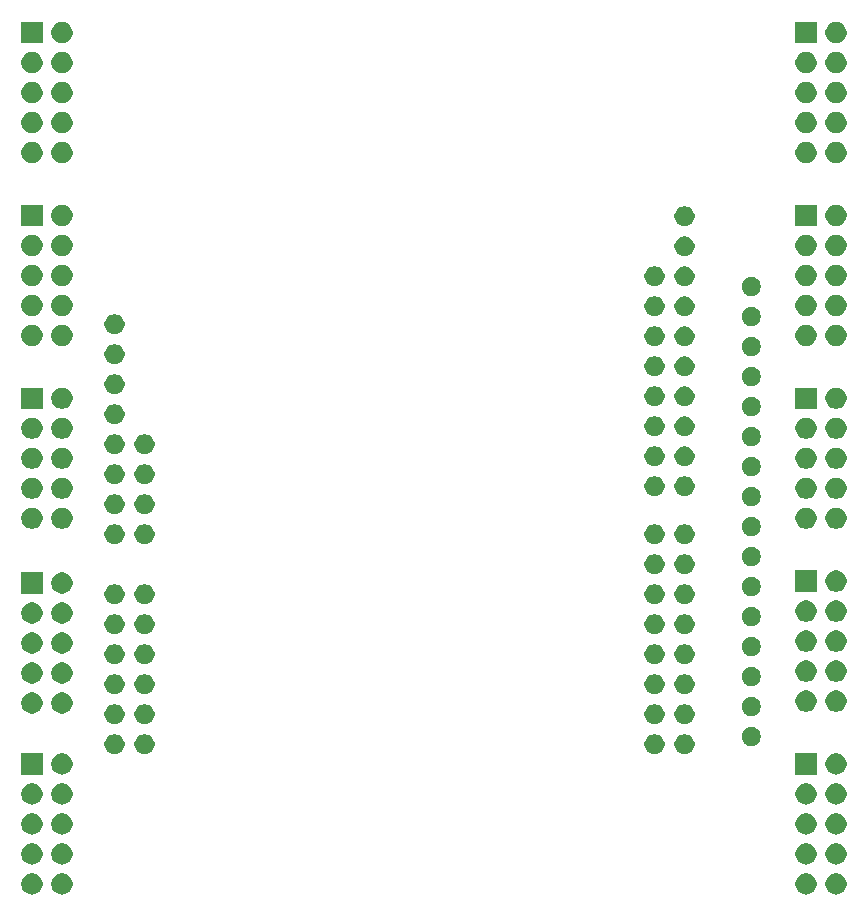
<source format=gbr>
G04 #@! TF.GenerationSoftware,KiCad,Pcbnew,5.1.6-c6e7f7d~86~ubuntu20.04.1*
G04 #@! TF.CreationDate,2020-05-31T11:04:02+02:00*
G04 #@! TF.ProjectId,HPPSI01,48505053-4930-4312-9e6b-696361645f70,rev?*
G04 #@! TF.SameCoordinates,Original*
G04 #@! TF.FileFunction,Soldermask,Bot*
G04 #@! TF.FilePolarity,Negative*
%FSLAX46Y46*%
G04 Gerber Fmt 4.6, Leading zero omitted, Abs format (unit mm)*
G04 Created by KiCad (PCBNEW 5.1.6-c6e7f7d~86~ubuntu20.04.1) date 2020-05-31 11:04:02*
%MOMM*%
%LPD*%
G01*
G04 APERTURE LIST*
%ADD10C,0.100000*%
G04 APERTURE END LIST*
D10*
G36*
X213653512Y-126183927D02*
G01*
X213802812Y-126213624D01*
X213966784Y-126281544D01*
X214114354Y-126380147D01*
X214239853Y-126505646D01*
X214338456Y-126653216D01*
X214406376Y-126817188D01*
X214441000Y-126991259D01*
X214441000Y-127168741D01*
X214406376Y-127342812D01*
X214338456Y-127506784D01*
X214239853Y-127654354D01*
X214114354Y-127779853D01*
X213966784Y-127878456D01*
X213802812Y-127946376D01*
X213653512Y-127976073D01*
X213628742Y-127981000D01*
X213451258Y-127981000D01*
X213426488Y-127976073D01*
X213277188Y-127946376D01*
X213113216Y-127878456D01*
X212965646Y-127779853D01*
X212840147Y-127654354D01*
X212741544Y-127506784D01*
X212673624Y-127342812D01*
X212639000Y-127168741D01*
X212639000Y-126991259D01*
X212673624Y-126817188D01*
X212741544Y-126653216D01*
X212840147Y-126505646D01*
X212965646Y-126380147D01*
X213113216Y-126281544D01*
X213277188Y-126213624D01*
X213426488Y-126183927D01*
X213451258Y-126179000D01*
X213628742Y-126179000D01*
X213653512Y-126183927D01*
G37*
G36*
X211113512Y-126183927D02*
G01*
X211262812Y-126213624D01*
X211426784Y-126281544D01*
X211574354Y-126380147D01*
X211699853Y-126505646D01*
X211798456Y-126653216D01*
X211866376Y-126817188D01*
X211901000Y-126991259D01*
X211901000Y-127168741D01*
X211866376Y-127342812D01*
X211798456Y-127506784D01*
X211699853Y-127654354D01*
X211574354Y-127779853D01*
X211426784Y-127878456D01*
X211262812Y-127946376D01*
X211113512Y-127976073D01*
X211088742Y-127981000D01*
X210911258Y-127981000D01*
X210886488Y-127976073D01*
X210737188Y-127946376D01*
X210573216Y-127878456D01*
X210425646Y-127779853D01*
X210300147Y-127654354D01*
X210201544Y-127506784D01*
X210133624Y-127342812D01*
X210099000Y-127168741D01*
X210099000Y-126991259D01*
X210133624Y-126817188D01*
X210201544Y-126653216D01*
X210300147Y-126505646D01*
X210425646Y-126380147D01*
X210573216Y-126281544D01*
X210737188Y-126213624D01*
X210886488Y-126183927D01*
X210911258Y-126179000D01*
X211088742Y-126179000D01*
X211113512Y-126183927D01*
G37*
G36*
X148113512Y-126183927D02*
G01*
X148262812Y-126213624D01*
X148426784Y-126281544D01*
X148574354Y-126380147D01*
X148699853Y-126505646D01*
X148798456Y-126653216D01*
X148866376Y-126817188D01*
X148901000Y-126991259D01*
X148901000Y-127168741D01*
X148866376Y-127342812D01*
X148798456Y-127506784D01*
X148699853Y-127654354D01*
X148574354Y-127779853D01*
X148426784Y-127878456D01*
X148262812Y-127946376D01*
X148113512Y-127976073D01*
X148088742Y-127981000D01*
X147911258Y-127981000D01*
X147886488Y-127976073D01*
X147737188Y-127946376D01*
X147573216Y-127878456D01*
X147425646Y-127779853D01*
X147300147Y-127654354D01*
X147201544Y-127506784D01*
X147133624Y-127342812D01*
X147099000Y-127168741D01*
X147099000Y-126991259D01*
X147133624Y-126817188D01*
X147201544Y-126653216D01*
X147300147Y-126505646D01*
X147425646Y-126380147D01*
X147573216Y-126281544D01*
X147737188Y-126213624D01*
X147886488Y-126183927D01*
X147911258Y-126179000D01*
X148088742Y-126179000D01*
X148113512Y-126183927D01*
G37*
G36*
X145573512Y-126183927D02*
G01*
X145722812Y-126213624D01*
X145886784Y-126281544D01*
X146034354Y-126380147D01*
X146159853Y-126505646D01*
X146258456Y-126653216D01*
X146326376Y-126817188D01*
X146361000Y-126991259D01*
X146361000Y-127168741D01*
X146326376Y-127342812D01*
X146258456Y-127506784D01*
X146159853Y-127654354D01*
X146034354Y-127779853D01*
X145886784Y-127878456D01*
X145722812Y-127946376D01*
X145573512Y-127976073D01*
X145548742Y-127981000D01*
X145371258Y-127981000D01*
X145346488Y-127976073D01*
X145197188Y-127946376D01*
X145033216Y-127878456D01*
X144885646Y-127779853D01*
X144760147Y-127654354D01*
X144661544Y-127506784D01*
X144593624Y-127342812D01*
X144559000Y-127168741D01*
X144559000Y-126991259D01*
X144593624Y-126817188D01*
X144661544Y-126653216D01*
X144760147Y-126505646D01*
X144885646Y-126380147D01*
X145033216Y-126281544D01*
X145197188Y-126213624D01*
X145346488Y-126183927D01*
X145371258Y-126179000D01*
X145548742Y-126179000D01*
X145573512Y-126183927D01*
G37*
G36*
X145573512Y-123643927D02*
G01*
X145722812Y-123673624D01*
X145886784Y-123741544D01*
X146034354Y-123840147D01*
X146159853Y-123965646D01*
X146258456Y-124113216D01*
X146326376Y-124277188D01*
X146361000Y-124451259D01*
X146361000Y-124628741D01*
X146326376Y-124802812D01*
X146258456Y-124966784D01*
X146159853Y-125114354D01*
X146034354Y-125239853D01*
X145886784Y-125338456D01*
X145722812Y-125406376D01*
X145573512Y-125436073D01*
X145548742Y-125441000D01*
X145371258Y-125441000D01*
X145346488Y-125436073D01*
X145197188Y-125406376D01*
X145033216Y-125338456D01*
X144885646Y-125239853D01*
X144760147Y-125114354D01*
X144661544Y-124966784D01*
X144593624Y-124802812D01*
X144559000Y-124628741D01*
X144559000Y-124451259D01*
X144593624Y-124277188D01*
X144661544Y-124113216D01*
X144760147Y-123965646D01*
X144885646Y-123840147D01*
X145033216Y-123741544D01*
X145197188Y-123673624D01*
X145346488Y-123643927D01*
X145371258Y-123639000D01*
X145548742Y-123639000D01*
X145573512Y-123643927D01*
G37*
G36*
X213653512Y-123643927D02*
G01*
X213802812Y-123673624D01*
X213966784Y-123741544D01*
X214114354Y-123840147D01*
X214239853Y-123965646D01*
X214338456Y-124113216D01*
X214406376Y-124277188D01*
X214441000Y-124451259D01*
X214441000Y-124628741D01*
X214406376Y-124802812D01*
X214338456Y-124966784D01*
X214239853Y-125114354D01*
X214114354Y-125239853D01*
X213966784Y-125338456D01*
X213802812Y-125406376D01*
X213653512Y-125436073D01*
X213628742Y-125441000D01*
X213451258Y-125441000D01*
X213426488Y-125436073D01*
X213277188Y-125406376D01*
X213113216Y-125338456D01*
X212965646Y-125239853D01*
X212840147Y-125114354D01*
X212741544Y-124966784D01*
X212673624Y-124802812D01*
X212639000Y-124628741D01*
X212639000Y-124451259D01*
X212673624Y-124277188D01*
X212741544Y-124113216D01*
X212840147Y-123965646D01*
X212965646Y-123840147D01*
X213113216Y-123741544D01*
X213277188Y-123673624D01*
X213426488Y-123643927D01*
X213451258Y-123639000D01*
X213628742Y-123639000D01*
X213653512Y-123643927D01*
G37*
G36*
X148113512Y-123643927D02*
G01*
X148262812Y-123673624D01*
X148426784Y-123741544D01*
X148574354Y-123840147D01*
X148699853Y-123965646D01*
X148798456Y-124113216D01*
X148866376Y-124277188D01*
X148901000Y-124451259D01*
X148901000Y-124628741D01*
X148866376Y-124802812D01*
X148798456Y-124966784D01*
X148699853Y-125114354D01*
X148574354Y-125239853D01*
X148426784Y-125338456D01*
X148262812Y-125406376D01*
X148113512Y-125436073D01*
X148088742Y-125441000D01*
X147911258Y-125441000D01*
X147886488Y-125436073D01*
X147737188Y-125406376D01*
X147573216Y-125338456D01*
X147425646Y-125239853D01*
X147300147Y-125114354D01*
X147201544Y-124966784D01*
X147133624Y-124802812D01*
X147099000Y-124628741D01*
X147099000Y-124451259D01*
X147133624Y-124277188D01*
X147201544Y-124113216D01*
X147300147Y-123965646D01*
X147425646Y-123840147D01*
X147573216Y-123741544D01*
X147737188Y-123673624D01*
X147886488Y-123643927D01*
X147911258Y-123639000D01*
X148088742Y-123639000D01*
X148113512Y-123643927D01*
G37*
G36*
X211113512Y-123643927D02*
G01*
X211262812Y-123673624D01*
X211426784Y-123741544D01*
X211574354Y-123840147D01*
X211699853Y-123965646D01*
X211798456Y-124113216D01*
X211866376Y-124277188D01*
X211901000Y-124451259D01*
X211901000Y-124628741D01*
X211866376Y-124802812D01*
X211798456Y-124966784D01*
X211699853Y-125114354D01*
X211574354Y-125239853D01*
X211426784Y-125338456D01*
X211262812Y-125406376D01*
X211113512Y-125436073D01*
X211088742Y-125441000D01*
X210911258Y-125441000D01*
X210886488Y-125436073D01*
X210737188Y-125406376D01*
X210573216Y-125338456D01*
X210425646Y-125239853D01*
X210300147Y-125114354D01*
X210201544Y-124966784D01*
X210133624Y-124802812D01*
X210099000Y-124628741D01*
X210099000Y-124451259D01*
X210133624Y-124277188D01*
X210201544Y-124113216D01*
X210300147Y-123965646D01*
X210425646Y-123840147D01*
X210573216Y-123741544D01*
X210737188Y-123673624D01*
X210886488Y-123643927D01*
X210911258Y-123639000D01*
X211088742Y-123639000D01*
X211113512Y-123643927D01*
G37*
G36*
X211113512Y-121103927D02*
G01*
X211262812Y-121133624D01*
X211426784Y-121201544D01*
X211574354Y-121300147D01*
X211699853Y-121425646D01*
X211798456Y-121573216D01*
X211866376Y-121737188D01*
X211901000Y-121911259D01*
X211901000Y-122088741D01*
X211866376Y-122262812D01*
X211798456Y-122426784D01*
X211699853Y-122574354D01*
X211574354Y-122699853D01*
X211426784Y-122798456D01*
X211262812Y-122866376D01*
X211113512Y-122896073D01*
X211088742Y-122901000D01*
X210911258Y-122901000D01*
X210886488Y-122896073D01*
X210737188Y-122866376D01*
X210573216Y-122798456D01*
X210425646Y-122699853D01*
X210300147Y-122574354D01*
X210201544Y-122426784D01*
X210133624Y-122262812D01*
X210099000Y-122088741D01*
X210099000Y-121911259D01*
X210133624Y-121737188D01*
X210201544Y-121573216D01*
X210300147Y-121425646D01*
X210425646Y-121300147D01*
X210573216Y-121201544D01*
X210737188Y-121133624D01*
X210886488Y-121103927D01*
X210911258Y-121099000D01*
X211088742Y-121099000D01*
X211113512Y-121103927D01*
G37*
G36*
X148113512Y-121103927D02*
G01*
X148262812Y-121133624D01*
X148426784Y-121201544D01*
X148574354Y-121300147D01*
X148699853Y-121425646D01*
X148798456Y-121573216D01*
X148866376Y-121737188D01*
X148901000Y-121911259D01*
X148901000Y-122088741D01*
X148866376Y-122262812D01*
X148798456Y-122426784D01*
X148699853Y-122574354D01*
X148574354Y-122699853D01*
X148426784Y-122798456D01*
X148262812Y-122866376D01*
X148113512Y-122896073D01*
X148088742Y-122901000D01*
X147911258Y-122901000D01*
X147886488Y-122896073D01*
X147737188Y-122866376D01*
X147573216Y-122798456D01*
X147425646Y-122699853D01*
X147300147Y-122574354D01*
X147201544Y-122426784D01*
X147133624Y-122262812D01*
X147099000Y-122088741D01*
X147099000Y-121911259D01*
X147133624Y-121737188D01*
X147201544Y-121573216D01*
X147300147Y-121425646D01*
X147425646Y-121300147D01*
X147573216Y-121201544D01*
X147737188Y-121133624D01*
X147886488Y-121103927D01*
X147911258Y-121099000D01*
X148088742Y-121099000D01*
X148113512Y-121103927D01*
G37*
G36*
X213653512Y-121103927D02*
G01*
X213802812Y-121133624D01*
X213966784Y-121201544D01*
X214114354Y-121300147D01*
X214239853Y-121425646D01*
X214338456Y-121573216D01*
X214406376Y-121737188D01*
X214441000Y-121911259D01*
X214441000Y-122088741D01*
X214406376Y-122262812D01*
X214338456Y-122426784D01*
X214239853Y-122574354D01*
X214114354Y-122699853D01*
X213966784Y-122798456D01*
X213802812Y-122866376D01*
X213653512Y-122896073D01*
X213628742Y-122901000D01*
X213451258Y-122901000D01*
X213426488Y-122896073D01*
X213277188Y-122866376D01*
X213113216Y-122798456D01*
X212965646Y-122699853D01*
X212840147Y-122574354D01*
X212741544Y-122426784D01*
X212673624Y-122262812D01*
X212639000Y-122088741D01*
X212639000Y-121911259D01*
X212673624Y-121737188D01*
X212741544Y-121573216D01*
X212840147Y-121425646D01*
X212965646Y-121300147D01*
X213113216Y-121201544D01*
X213277188Y-121133624D01*
X213426488Y-121103927D01*
X213451258Y-121099000D01*
X213628742Y-121099000D01*
X213653512Y-121103927D01*
G37*
G36*
X145573512Y-121103927D02*
G01*
X145722812Y-121133624D01*
X145886784Y-121201544D01*
X146034354Y-121300147D01*
X146159853Y-121425646D01*
X146258456Y-121573216D01*
X146326376Y-121737188D01*
X146361000Y-121911259D01*
X146361000Y-122088741D01*
X146326376Y-122262812D01*
X146258456Y-122426784D01*
X146159853Y-122574354D01*
X146034354Y-122699853D01*
X145886784Y-122798456D01*
X145722812Y-122866376D01*
X145573512Y-122896073D01*
X145548742Y-122901000D01*
X145371258Y-122901000D01*
X145346488Y-122896073D01*
X145197188Y-122866376D01*
X145033216Y-122798456D01*
X144885646Y-122699853D01*
X144760147Y-122574354D01*
X144661544Y-122426784D01*
X144593624Y-122262812D01*
X144559000Y-122088741D01*
X144559000Y-121911259D01*
X144593624Y-121737188D01*
X144661544Y-121573216D01*
X144760147Y-121425646D01*
X144885646Y-121300147D01*
X145033216Y-121201544D01*
X145197188Y-121133624D01*
X145346488Y-121103927D01*
X145371258Y-121099000D01*
X145548742Y-121099000D01*
X145573512Y-121103927D01*
G37*
G36*
X213653512Y-118563927D02*
G01*
X213802812Y-118593624D01*
X213966784Y-118661544D01*
X214114354Y-118760147D01*
X214239853Y-118885646D01*
X214338456Y-119033216D01*
X214406376Y-119197188D01*
X214441000Y-119371259D01*
X214441000Y-119548741D01*
X214406376Y-119722812D01*
X214338456Y-119886784D01*
X214239853Y-120034354D01*
X214114354Y-120159853D01*
X213966784Y-120258456D01*
X213802812Y-120326376D01*
X213653512Y-120356073D01*
X213628742Y-120361000D01*
X213451258Y-120361000D01*
X213426488Y-120356073D01*
X213277188Y-120326376D01*
X213113216Y-120258456D01*
X212965646Y-120159853D01*
X212840147Y-120034354D01*
X212741544Y-119886784D01*
X212673624Y-119722812D01*
X212639000Y-119548741D01*
X212639000Y-119371259D01*
X212673624Y-119197188D01*
X212741544Y-119033216D01*
X212840147Y-118885646D01*
X212965646Y-118760147D01*
X213113216Y-118661544D01*
X213277188Y-118593624D01*
X213426488Y-118563927D01*
X213451258Y-118559000D01*
X213628742Y-118559000D01*
X213653512Y-118563927D01*
G37*
G36*
X211113512Y-118563927D02*
G01*
X211262812Y-118593624D01*
X211426784Y-118661544D01*
X211574354Y-118760147D01*
X211699853Y-118885646D01*
X211798456Y-119033216D01*
X211866376Y-119197188D01*
X211901000Y-119371259D01*
X211901000Y-119548741D01*
X211866376Y-119722812D01*
X211798456Y-119886784D01*
X211699853Y-120034354D01*
X211574354Y-120159853D01*
X211426784Y-120258456D01*
X211262812Y-120326376D01*
X211113512Y-120356073D01*
X211088742Y-120361000D01*
X210911258Y-120361000D01*
X210886488Y-120356073D01*
X210737188Y-120326376D01*
X210573216Y-120258456D01*
X210425646Y-120159853D01*
X210300147Y-120034354D01*
X210201544Y-119886784D01*
X210133624Y-119722812D01*
X210099000Y-119548741D01*
X210099000Y-119371259D01*
X210133624Y-119197188D01*
X210201544Y-119033216D01*
X210300147Y-118885646D01*
X210425646Y-118760147D01*
X210573216Y-118661544D01*
X210737188Y-118593624D01*
X210886488Y-118563927D01*
X210911258Y-118559000D01*
X211088742Y-118559000D01*
X211113512Y-118563927D01*
G37*
G36*
X148113512Y-118563927D02*
G01*
X148262812Y-118593624D01*
X148426784Y-118661544D01*
X148574354Y-118760147D01*
X148699853Y-118885646D01*
X148798456Y-119033216D01*
X148866376Y-119197188D01*
X148901000Y-119371259D01*
X148901000Y-119548741D01*
X148866376Y-119722812D01*
X148798456Y-119886784D01*
X148699853Y-120034354D01*
X148574354Y-120159853D01*
X148426784Y-120258456D01*
X148262812Y-120326376D01*
X148113512Y-120356073D01*
X148088742Y-120361000D01*
X147911258Y-120361000D01*
X147886488Y-120356073D01*
X147737188Y-120326376D01*
X147573216Y-120258456D01*
X147425646Y-120159853D01*
X147300147Y-120034354D01*
X147201544Y-119886784D01*
X147133624Y-119722812D01*
X147099000Y-119548741D01*
X147099000Y-119371259D01*
X147133624Y-119197188D01*
X147201544Y-119033216D01*
X147300147Y-118885646D01*
X147425646Y-118760147D01*
X147573216Y-118661544D01*
X147737188Y-118593624D01*
X147886488Y-118563927D01*
X147911258Y-118559000D01*
X148088742Y-118559000D01*
X148113512Y-118563927D01*
G37*
G36*
X145573512Y-118563927D02*
G01*
X145722812Y-118593624D01*
X145886784Y-118661544D01*
X146034354Y-118760147D01*
X146159853Y-118885646D01*
X146258456Y-119033216D01*
X146326376Y-119197188D01*
X146361000Y-119371259D01*
X146361000Y-119548741D01*
X146326376Y-119722812D01*
X146258456Y-119886784D01*
X146159853Y-120034354D01*
X146034354Y-120159853D01*
X145886784Y-120258456D01*
X145722812Y-120326376D01*
X145573512Y-120356073D01*
X145548742Y-120361000D01*
X145371258Y-120361000D01*
X145346488Y-120356073D01*
X145197188Y-120326376D01*
X145033216Y-120258456D01*
X144885646Y-120159853D01*
X144760147Y-120034354D01*
X144661544Y-119886784D01*
X144593624Y-119722812D01*
X144559000Y-119548741D01*
X144559000Y-119371259D01*
X144593624Y-119197188D01*
X144661544Y-119033216D01*
X144760147Y-118885646D01*
X144885646Y-118760147D01*
X145033216Y-118661544D01*
X145197188Y-118593624D01*
X145346488Y-118563927D01*
X145371258Y-118559000D01*
X145548742Y-118559000D01*
X145573512Y-118563927D01*
G37*
G36*
X213653512Y-116023927D02*
G01*
X213802812Y-116053624D01*
X213966784Y-116121544D01*
X214114354Y-116220147D01*
X214239853Y-116345646D01*
X214338456Y-116493216D01*
X214406376Y-116657188D01*
X214441000Y-116831259D01*
X214441000Y-117008741D01*
X214406376Y-117182812D01*
X214338456Y-117346784D01*
X214239853Y-117494354D01*
X214114354Y-117619853D01*
X213966784Y-117718456D01*
X213802812Y-117786376D01*
X213653512Y-117816073D01*
X213628742Y-117821000D01*
X213451258Y-117821000D01*
X213426488Y-117816073D01*
X213277188Y-117786376D01*
X213113216Y-117718456D01*
X212965646Y-117619853D01*
X212840147Y-117494354D01*
X212741544Y-117346784D01*
X212673624Y-117182812D01*
X212639000Y-117008741D01*
X212639000Y-116831259D01*
X212673624Y-116657188D01*
X212741544Y-116493216D01*
X212840147Y-116345646D01*
X212965646Y-116220147D01*
X213113216Y-116121544D01*
X213277188Y-116053624D01*
X213426488Y-116023927D01*
X213451258Y-116019000D01*
X213628742Y-116019000D01*
X213653512Y-116023927D01*
G37*
G36*
X211901000Y-117821000D02*
G01*
X210099000Y-117821000D01*
X210099000Y-116019000D01*
X211901000Y-116019000D01*
X211901000Y-117821000D01*
G37*
G36*
X146361000Y-117821000D02*
G01*
X144559000Y-117821000D01*
X144559000Y-116019000D01*
X146361000Y-116019000D01*
X146361000Y-117821000D01*
G37*
G36*
X148113512Y-116023927D02*
G01*
X148262812Y-116053624D01*
X148426784Y-116121544D01*
X148574354Y-116220147D01*
X148699853Y-116345646D01*
X148798456Y-116493216D01*
X148866376Y-116657188D01*
X148901000Y-116831259D01*
X148901000Y-117008741D01*
X148866376Y-117182812D01*
X148798456Y-117346784D01*
X148699853Y-117494354D01*
X148574354Y-117619853D01*
X148426784Y-117718456D01*
X148262812Y-117786376D01*
X148113512Y-117816073D01*
X148088742Y-117821000D01*
X147911258Y-117821000D01*
X147886488Y-117816073D01*
X147737188Y-117786376D01*
X147573216Y-117718456D01*
X147425646Y-117619853D01*
X147300147Y-117494354D01*
X147201544Y-117346784D01*
X147133624Y-117182812D01*
X147099000Y-117008741D01*
X147099000Y-116831259D01*
X147133624Y-116657188D01*
X147201544Y-116493216D01*
X147300147Y-116345646D01*
X147425646Y-116220147D01*
X147573216Y-116121544D01*
X147737188Y-116053624D01*
X147886488Y-116023927D01*
X147911258Y-116019000D01*
X148088742Y-116019000D01*
X148113512Y-116023927D01*
G37*
G36*
X200964228Y-114437703D02*
G01*
X201119100Y-114501853D01*
X201258481Y-114594985D01*
X201377015Y-114713519D01*
X201470147Y-114852900D01*
X201534297Y-115007772D01*
X201567000Y-115172184D01*
X201567000Y-115339816D01*
X201534297Y-115504228D01*
X201470147Y-115659100D01*
X201377015Y-115798481D01*
X201258481Y-115917015D01*
X201119100Y-116010147D01*
X200964228Y-116074297D01*
X200799816Y-116107000D01*
X200632184Y-116107000D01*
X200467772Y-116074297D01*
X200312900Y-116010147D01*
X200173519Y-115917015D01*
X200054985Y-115798481D01*
X199961853Y-115659100D01*
X199897703Y-115504228D01*
X199865000Y-115339816D01*
X199865000Y-115172184D01*
X199897703Y-115007772D01*
X199961853Y-114852900D01*
X200054985Y-114713519D01*
X200173519Y-114594985D01*
X200312900Y-114501853D01*
X200467772Y-114437703D01*
X200632184Y-114405000D01*
X200799816Y-114405000D01*
X200964228Y-114437703D01*
G37*
G36*
X152704228Y-114437703D02*
G01*
X152859100Y-114501853D01*
X152998481Y-114594985D01*
X153117015Y-114713519D01*
X153210147Y-114852900D01*
X153274297Y-115007772D01*
X153307000Y-115172184D01*
X153307000Y-115339816D01*
X153274297Y-115504228D01*
X153210147Y-115659100D01*
X153117015Y-115798481D01*
X152998481Y-115917015D01*
X152859100Y-116010147D01*
X152704228Y-116074297D01*
X152539816Y-116107000D01*
X152372184Y-116107000D01*
X152207772Y-116074297D01*
X152052900Y-116010147D01*
X151913519Y-115917015D01*
X151794985Y-115798481D01*
X151701853Y-115659100D01*
X151637703Y-115504228D01*
X151605000Y-115339816D01*
X151605000Y-115172184D01*
X151637703Y-115007772D01*
X151701853Y-114852900D01*
X151794985Y-114713519D01*
X151913519Y-114594985D01*
X152052900Y-114501853D01*
X152207772Y-114437703D01*
X152372184Y-114405000D01*
X152539816Y-114405000D01*
X152704228Y-114437703D01*
G37*
G36*
X155244228Y-114437703D02*
G01*
X155399100Y-114501853D01*
X155538481Y-114594985D01*
X155657015Y-114713519D01*
X155750147Y-114852900D01*
X155814297Y-115007772D01*
X155847000Y-115172184D01*
X155847000Y-115339816D01*
X155814297Y-115504228D01*
X155750147Y-115659100D01*
X155657015Y-115798481D01*
X155538481Y-115917015D01*
X155399100Y-116010147D01*
X155244228Y-116074297D01*
X155079816Y-116107000D01*
X154912184Y-116107000D01*
X154747772Y-116074297D01*
X154592900Y-116010147D01*
X154453519Y-115917015D01*
X154334985Y-115798481D01*
X154241853Y-115659100D01*
X154177703Y-115504228D01*
X154145000Y-115339816D01*
X154145000Y-115172184D01*
X154177703Y-115007772D01*
X154241853Y-114852900D01*
X154334985Y-114713519D01*
X154453519Y-114594985D01*
X154592900Y-114501853D01*
X154747772Y-114437703D01*
X154912184Y-114405000D01*
X155079816Y-114405000D01*
X155244228Y-114437703D01*
G37*
G36*
X198424228Y-114437703D02*
G01*
X198579100Y-114501853D01*
X198718481Y-114594985D01*
X198837015Y-114713519D01*
X198930147Y-114852900D01*
X198994297Y-115007772D01*
X199027000Y-115172184D01*
X199027000Y-115339816D01*
X198994297Y-115504228D01*
X198930147Y-115659100D01*
X198837015Y-115798481D01*
X198718481Y-115917015D01*
X198579100Y-116010147D01*
X198424228Y-116074297D01*
X198259816Y-116107000D01*
X198092184Y-116107000D01*
X197927772Y-116074297D01*
X197772900Y-116010147D01*
X197633519Y-115917015D01*
X197514985Y-115798481D01*
X197421853Y-115659100D01*
X197357703Y-115504228D01*
X197325000Y-115339816D01*
X197325000Y-115172184D01*
X197357703Y-115007772D01*
X197421853Y-114852900D01*
X197514985Y-114713519D01*
X197633519Y-114594985D01*
X197772900Y-114501853D01*
X197927772Y-114437703D01*
X198092184Y-114405000D01*
X198259816Y-114405000D01*
X198424228Y-114437703D01*
G37*
G36*
X206597142Y-113808242D02*
G01*
X206745101Y-113869529D01*
X206878255Y-113958499D01*
X206991501Y-114071745D01*
X207080471Y-114204899D01*
X207141758Y-114352858D01*
X207173000Y-114509925D01*
X207173000Y-114670075D01*
X207141758Y-114827142D01*
X207080471Y-114975101D01*
X206991501Y-115108255D01*
X206878255Y-115221501D01*
X206745101Y-115310471D01*
X206597142Y-115371758D01*
X206440075Y-115403000D01*
X206279925Y-115403000D01*
X206122858Y-115371758D01*
X205974899Y-115310471D01*
X205841745Y-115221501D01*
X205728499Y-115108255D01*
X205639529Y-114975101D01*
X205578242Y-114827142D01*
X205547000Y-114670075D01*
X205547000Y-114509925D01*
X205578242Y-114352858D01*
X205639529Y-114204899D01*
X205728499Y-114071745D01*
X205841745Y-113958499D01*
X205974899Y-113869529D01*
X206122858Y-113808242D01*
X206279925Y-113777000D01*
X206440075Y-113777000D01*
X206597142Y-113808242D01*
G37*
G36*
X198424228Y-111897703D02*
G01*
X198579100Y-111961853D01*
X198718481Y-112054985D01*
X198837015Y-112173519D01*
X198930147Y-112312900D01*
X198994297Y-112467772D01*
X199027000Y-112632184D01*
X199027000Y-112799816D01*
X198994297Y-112964228D01*
X198930147Y-113119100D01*
X198837015Y-113258481D01*
X198718481Y-113377015D01*
X198579100Y-113470147D01*
X198424228Y-113534297D01*
X198259816Y-113567000D01*
X198092184Y-113567000D01*
X197927772Y-113534297D01*
X197772900Y-113470147D01*
X197633519Y-113377015D01*
X197514985Y-113258481D01*
X197421853Y-113119100D01*
X197357703Y-112964228D01*
X197325000Y-112799816D01*
X197325000Y-112632184D01*
X197357703Y-112467772D01*
X197421853Y-112312900D01*
X197514985Y-112173519D01*
X197633519Y-112054985D01*
X197772900Y-111961853D01*
X197927772Y-111897703D01*
X198092184Y-111865000D01*
X198259816Y-111865000D01*
X198424228Y-111897703D01*
G37*
G36*
X155244228Y-111897703D02*
G01*
X155399100Y-111961853D01*
X155538481Y-112054985D01*
X155657015Y-112173519D01*
X155750147Y-112312900D01*
X155814297Y-112467772D01*
X155847000Y-112632184D01*
X155847000Y-112799816D01*
X155814297Y-112964228D01*
X155750147Y-113119100D01*
X155657015Y-113258481D01*
X155538481Y-113377015D01*
X155399100Y-113470147D01*
X155244228Y-113534297D01*
X155079816Y-113567000D01*
X154912184Y-113567000D01*
X154747772Y-113534297D01*
X154592900Y-113470147D01*
X154453519Y-113377015D01*
X154334985Y-113258481D01*
X154241853Y-113119100D01*
X154177703Y-112964228D01*
X154145000Y-112799816D01*
X154145000Y-112632184D01*
X154177703Y-112467772D01*
X154241853Y-112312900D01*
X154334985Y-112173519D01*
X154453519Y-112054985D01*
X154592900Y-111961853D01*
X154747772Y-111897703D01*
X154912184Y-111865000D01*
X155079816Y-111865000D01*
X155244228Y-111897703D01*
G37*
G36*
X152704228Y-111897703D02*
G01*
X152859100Y-111961853D01*
X152998481Y-112054985D01*
X153117015Y-112173519D01*
X153210147Y-112312900D01*
X153274297Y-112467772D01*
X153307000Y-112632184D01*
X153307000Y-112799816D01*
X153274297Y-112964228D01*
X153210147Y-113119100D01*
X153117015Y-113258481D01*
X152998481Y-113377015D01*
X152859100Y-113470147D01*
X152704228Y-113534297D01*
X152539816Y-113567000D01*
X152372184Y-113567000D01*
X152207772Y-113534297D01*
X152052900Y-113470147D01*
X151913519Y-113377015D01*
X151794985Y-113258481D01*
X151701853Y-113119100D01*
X151637703Y-112964228D01*
X151605000Y-112799816D01*
X151605000Y-112632184D01*
X151637703Y-112467772D01*
X151701853Y-112312900D01*
X151794985Y-112173519D01*
X151913519Y-112054985D01*
X152052900Y-111961853D01*
X152207772Y-111897703D01*
X152372184Y-111865000D01*
X152539816Y-111865000D01*
X152704228Y-111897703D01*
G37*
G36*
X200964228Y-111897703D02*
G01*
X201119100Y-111961853D01*
X201258481Y-112054985D01*
X201377015Y-112173519D01*
X201470147Y-112312900D01*
X201534297Y-112467772D01*
X201567000Y-112632184D01*
X201567000Y-112799816D01*
X201534297Y-112964228D01*
X201470147Y-113119100D01*
X201377015Y-113258481D01*
X201258481Y-113377015D01*
X201119100Y-113470147D01*
X200964228Y-113534297D01*
X200799816Y-113567000D01*
X200632184Y-113567000D01*
X200467772Y-113534297D01*
X200312900Y-113470147D01*
X200173519Y-113377015D01*
X200054985Y-113258481D01*
X199961853Y-113119100D01*
X199897703Y-112964228D01*
X199865000Y-112799816D01*
X199865000Y-112632184D01*
X199897703Y-112467772D01*
X199961853Y-112312900D01*
X200054985Y-112173519D01*
X200173519Y-112054985D01*
X200312900Y-111961853D01*
X200467772Y-111897703D01*
X200632184Y-111865000D01*
X200799816Y-111865000D01*
X200964228Y-111897703D01*
G37*
G36*
X206597142Y-111268242D02*
G01*
X206745101Y-111329529D01*
X206878255Y-111418499D01*
X206991501Y-111531745D01*
X207080471Y-111664899D01*
X207141758Y-111812858D01*
X207173000Y-111969925D01*
X207173000Y-112130075D01*
X207141758Y-112287142D01*
X207080471Y-112435101D01*
X206991501Y-112568255D01*
X206878255Y-112681501D01*
X206745101Y-112770471D01*
X206597142Y-112831758D01*
X206440075Y-112863000D01*
X206279925Y-112863000D01*
X206122858Y-112831758D01*
X205974899Y-112770471D01*
X205841745Y-112681501D01*
X205728499Y-112568255D01*
X205639529Y-112435101D01*
X205578242Y-112287142D01*
X205547000Y-112130075D01*
X205547000Y-111969925D01*
X205578242Y-111812858D01*
X205639529Y-111664899D01*
X205728499Y-111531745D01*
X205841745Y-111418499D01*
X205974899Y-111329529D01*
X206122858Y-111268242D01*
X206279925Y-111237000D01*
X206440075Y-111237000D01*
X206597142Y-111268242D01*
G37*
G36*
X148113512Y-110863927D02*
G01*
X148262812Y-110893624D01*
X148426784Y-110961544D01*
X148574354Y-111060147D01*
X148699853Y-111185646D01*
X148798456Y-111333216D01*
X148866376Y-111497188D01*
X148901000Y-111671259D01*
X148901000Y-111848741D01*
X148866376Y-112022812D01*
X148798456Y-112186784D01*
X148699853Y-112334354D01*
X148574354Y-112459853D01*
X148426784Y-112558456D01*
X148262812Y-112626376D01*
X148113512Y-112656073D01*
X148088742Y-112661000D01*
X147911258Y-112661000D01*
X147886488Y-112656073D01*
X147737188Y-112626376D01*
X147573216Y-112558456D01*
X147425646Y-112459853D01*
X147300147Y-112334354D01*
X147201544Y-112186784D01*
X147133624Y-112022812D01*
X147099000Y-111848741D01*
X147099000Y-111671259D01*
X147133624Y-111497188D01*
X147201544Y-111333216D01*
X147300147Y-111185646D01*
X147425646Y-111060147D01*
X147573216Y-110961544D01*
X147737188Y-110893624D01*
X147886488Y-110863927D01*
X147911258Y-110859000D01*
X148088742Y-110859000D01*
X148113512Y-110863927D01*
G37*
G36*
X145573512Y-110863927D02*
G01*
X145722812Y-110893624D01*
X145886784Y-110961544D01*
X146034354Y-111060147D01*
X146159853Y-111185646D01*
X146258456Y-111333216D01*
X146326376Y-111497188D01*
X146361000Y-111671259D01*
X146361000Y-111848741D01*
X146326376Y-112022812D01*
X146258456Y-112186784D01*
X146159853Y-112334354D01*
X146034354Y-112459853D01*
X145886784Y-112558456D01*
X145722812Y-112626376D01*
X145573512Y-112656073D01*
X145548742Y-112661000D01*
X145371258Y-112661000D01*
X145346488Y-112656073D01*
X145197188Y-112626376D01*
X145033216Y-112558456D01*
X144885646Y-112459853D01*
X144760147Y-112334354D01*
X144661544Y-112186784D01*
X144593624Y-112022812D01*
X144559000Y-111848741D01*
X144559000Y-111671259D01*
X144593624Y-111497188D01*
X144661544Y-111333216D01*
X144760147Y-111185646D01*
X144885646Y-111060147D01*
X145033216Y-110961544D01*
X145197188Y-110893624D01*
X145346488Y-110863927D01*
X145371258Y-110859000D01*
X145548742Y-110859000D01*
X145573512Y-110863927D01*
G37*
G36*
X211113512Y-110703927D02*
G01*
X211262812Y-110733624D01*
X211426784Y-110801544D01*
X211574354Y-110900147D01*
X211699853Y-111025646D01*
X211798456Y-111173216D01*
X211866376Y-111337188D01*
X211901000Y-111511259D01*
X211901000Y-111688741D01*
X211866376Y-111862812D01*
X211798456Y-112026784D01*
X211699853Y-112174354D01*
X211574354Y-112299853D01*
X211426784Y-112398456D01*
X211262812Y-112466376D01*
X211113512Y-112496073D01*
X211088742Y-112501000D01*
X210911258Y-112501000D01*
X210886488Y-112496073D01*
X210737188Y-112466376D01*
X210573216Y-112398456D01*
X210425646Y-112299853D01*
X210300147Y-112174354D01*
X210201544Y-112026784D01*
X210133624Y-111862812D01*
X210099000Y-111688741D01*
X210099000Y-111511259D01*
X210133624Y-111337188D01*
X210201544Y-111173216D01*
X210300147Y-111025646D01*
X210425646Y-110900147D01*
X210573216Y-110801544D01*
X210737188Y-110733624D01*
X210886488Y-110703927D01*
X210911258Y-110699000D01*
X211088742Y-110699000D01*
X211113512Y-110703927D01*
G37*
G36*
X213653512Y-110703927D02*
G01*
X213802812Y-110733624D01*
X213966784Y-110801544D01*
X214114354Y-110900147D01*
X214239853Y-111025646D01*
X214338456Y-111173216D01*
X214406376Y-111337188D01*
X214441000Y-111511259D01*
X214441000Y-111688741D01*
X214406376Y-111862812D01*
X214338456Y-112026784D01*
X214239853Y-112174354D01*
X214114354Y-112299853D01*
X213966784Y-112398456D01*
X213802812Y-112466376D01*
X213653512Y-112496073D01*
X213628742Y-112501000D01*
X213451258Y-112501000D01*
X213426488Y-112496073D01*
X213277188Y-112466376D01*
X213113216Y-112398456D01*
X212965646Y-112299853D01*
X212840147Y-112174354D01*
X212741544Y-112026784D01*
X212673624Y-111862812D01*
X212639000Y-111688741D01*
X212639000Y-111511259D01*
X212673624Y-111337188D01*
X212741544Y-111173216D01*
X212840147Y-111025646D01*
X212965646Y-110900147D01*
X213113216Y-110801544D01*
X213277188Y-110733624D01*
X213426488Y-110703927D01*
X213451258Y-110699000D01*
X213628742Y-110699000D01*
X213653512Y-110703927D01*
G37*
G36*
X152704228Y-109357703D02*
G01*
X152859100Y-109421853D01*
X152998481Y-109514985D01*
X153117015Y-109633519D01*
X153210147Y-109772900D01*
X153274297Y-109927772D01*
X153307000Y-110092184D01*
X153307000Y-110259816D01*
X153274297Y-110424228D01*
X153210147Y-110579100D01*
X153117015Y-110718481D01*
X152998481Y-110837015D01*
X152859100Y-110930147D01*
X152704228Y-110994297D01*
X152539816Y-111027000D01*
X152372184Y-111027000D01*
X152207772Y-110994297D01*
X152052900Y-110930147D01*
X151913519Y-110837015D01*
X151794985Y-110718481D01*
X151701853Y-110579100D01*
X151637703Y-110424228D01*
X151605000Y-110259816D01*
X151605000Y-110092184D01*
X151637703Y-109927772D01*
X151701853Y-109772900D01*
X151794985Y-109633519D01*
X151913519Y-109514985D01*
X152052900Y-109421853D01*
X152207772Y-109357703D01*
X152372184Y-109325000D01*
X152539816Y-109325000D01*
X152704228Y-109357703D01*
G37*
G36*
X155244228Y-109357703D02*
G01*
X155399100Y-109421853D01*
X155538481Y-109514985D01*
X155657015Y-109633519D01*
X155750147Y-109772900D01*
X155814297Y-109927772D01*
X155847000Y-110092184D01*
X155847000Y-110259816D01*
X155814297Y-110424228D01*
X155750147Y-110579100D01*
X155657015Y-110718481D01*
X155538481Y-110837015D01*
X155399100Y-110930147D01*
X155244228Y-110994297D01*
X155079816Y-111027000D01*
X154912184Y-111027000D01*
X154747772Y-110994297D01*
X154592900Y-110930147D01*
X154453519Y-110837015D01*
X154334985Y-110718481D01*
X154241853Y-110579100D01*
X154177703Y-110424228D01*
X154145000Y-110259816D01*
X154145000Y-110092184D01*
X154177703Y-109927772D01*
X154241853Y-109772900D01*
X154334985Y-109633519D01*
X154453519Y-109514985D01*
X154592900Y-109421853D01*
X154747772Y-109357703D01*
X154912184Y-109325000D01*
X155079816Y-109325000D01*
X155244228Y-109357703D01*
G37*
G36*
X198424228Y-109357703D02*
G01*
X198579100Y-109421853D01*
X198718481Y-109514985D01*
X198837015Y-109633519D01*
X198930147Y-109772900D01*
X198994297Y-109927772D01*
X199027000Y-110092184D01*
X199027000Y-110259816D01*
X198994297Y-110424228D01*
X198930147Y-110579100D01*
X198837015Y-110718481D01*
X198718481Y-110837015D01*
X198579100Y-110930147D01*
X198424228Y-110994297D01*
X198259816Y-111027000D01*
X198092184Y-111027000D01*
X197927772Y-110994297D01*
X197772900Y-110930147D01*
X197633519Y-110837015D01*
X197514985Y-110718481D01*
X197421853Y-110579100D01*
X197357703Y-110424228D01*
X197325000Y-110259816D01*
X197325000Y-110092184D01*
X197357703Y-109927772D01*
X197421853Y-109772900D01*
X197514985Y-109633519D01*
X197633519Y-109514985D01*
X197772900Y-109421853D01*
X197927772Y-109357703D01*
X198092184Y-109325000D01*
X198259816Y-109325000D01*
X198424228Y-109357703D01*
G37*
G36*
X200964228Y-109357703D02*
G01*
X201119100Y-109421853D01*
X201258481Y-109514985D01*
X201377015Y-109633519D01*
X201470147Y-109772900D01*
X201534297Y-109927772D01*
X201567000Y-110092184D01*
X201567000Y-110259816D01*
X201534297Y-110424228D01*
X201470147Y-110579100D01*
X201377015Y-110718481D01*
X201258481Y-110837015D01*
X201119100Y-110930147D01*
X200964228Y-110994297D01*
X200799816Y-111027000D01*
X200632184Y-111027000D01*
X200467772Y-110994297D01*
X200312900Y-110930147D01*
X200173519Y-110837015D01*
X200054985Y-110718481D01*
X199961853Y-110579100D01*
X199897703Y-110424228D01*
X199865000Y-110259816D01*
X199865000Y-110092184D01*
X199897703Y-109927772D01*
X199961853Y-109772900D01*
X200054985Y-109633519D01*
X200173519Y-109514985D01*
X200312900Y-109421853D01*
X200467772Y-109357703D01*
X200632184Y-109325000D01*
X200799816Y-109325000D01*
X200964228Y-109357703D01*
G37*
G36*
X206597142Y-108728242D02*
G01*
X206745101Y-108789529D01*
X206878255Y-108878499D01*
X206991501Y-108991745D01*
X207080471Y-109124899D01*
X207141758Y-109272858D01*
X207173000Y-109429925D01*
X207173000Y-109590075D01*
X207141758Y-109747142D01*
X207080471Y-109895101D01*
X206991501Y-110028255D01*
X206878255Y-110141501D01*
X206745101Y-110230471D01*
X206597142Y-110291758D01*
X206440075Y-110323000D01*
X206279925Y-110323000D01*
X206122858Y-110291758D01*
X205974899Y-110230471D01*
X205841745Y-110141501D01*
X205728499Y-110028255D01*
X205639529Y-109895101D01*
X205578242Y-109747142D01*
X205547000Y-109590075D01*
X205547000Y-109429925D01*
X205578242Y-109272858D01*
X205639529Y-109124899D01*
X205728499Y-108991745D01*
X205841745Y-108878499D01*
X205974899Y-108789529D01*
X206122858Y-108728242D01*
X206279925Y-108697000D01*
X206440075Y-108697000D01*
X206597142Y-108728242D01*
G37*
G36*
X145573512Y-108323927D02*
G01*
X145722812Y-108353624D01*
X145886784Y-108421544D01*
X146034354Y-108520147D01*
X146159853Y-108645646D01*
X146258456Y-108793216D01*
X146326376Y-108957188D01*
X146361000Y-109131259D01*
X146361000Y-109308741D01*
X146326376Y-109482812D01*
X146258456Y-109646784D01*
X146159853Y-109794354D01*
X146034354Y-109919853D01*
X145886784Y-110018456D01*
X145722812Y-110086376D01*
X145573512Y-110116073D01*
X145548742Y-110121000D01*
X145371258Y-110121000D01*
X145346488Y-110116073D01*
X145197188Y-110086376D01*
X145033216Y-110018456D01*
X144885646Y-109919853D01*
X144760147Y-109794354D01*
X144661544Y-109646784D01*
X144593624Y-109482812D01*
X144559000Y-109308741D01*
X144559000Y-109131259D01*
X144593624Y-108957188D01*
X144661544Y-108793216D01*
X144760147Y-108645646D01*
X144885646Y-108520147D01*
X145033216Y-108421544D01*
X145197188Y-108353624D01*
X145346488Y-108323927D01*
X145371258Y-108319000D01*
X145548742Y-108319000D01*
X145573512Y-108323927D01*
G37*
G36*
X148113512Y-108323927D02*
G01*
X148262812Y-108353624D01*
X148426784Y-108421544D01*
X148574354Y-108520147D01*
X148699853Y-108645646D01*
X148798456Y-108793216D01*
X148866376Y-108957188D01*
X148901000Y-109131259D01*
X148901000Y-109308741D01*
X148866376Y-109482812D01*
X148798456Y-109646784D01*
X148699853Y-109794354D01*
X148574354Y-109919853D01*
X148426784Y-110018456D01*
X148262812Y-110086376D01*
X148113512Y-110116073D01*
X148088742Y-110121000D01*
X147911258Y-110121000D01*
X147886488Y-110116073D01*
X147737188Y-110086376D01*
X147573216Y-110018456D01*
X147425646Y-109919853D01*
X147300147Y-109794354D01*
X147201544Y-109646784D01*
X147133624Y-109482812D01*
X147099000Y-109308741D01*
X147099000Y-109131259D01*
X147133624Y-108957188D01*
X147201544Y-108793216D01*
X147300147Y-108645646D01*
X147425646Y-108520147D01*
X147573216Y-108421544D01*
X147737188Y-108353624D01*
X147886488Y-108323927D01*
X147911258Y-108319000D01*
X148088742Y-108319000D01*
X148113512Y-108323927D01*
G37*
G36*
X213653512Y-108163927D02*
G01*
X213802812Y-108193624D01*
X213966784Y-108261544D01*
X214114354Y-108360147D01*
X214239853Y-108485646D01*
X214338456Y-108633216D01*
X214406376Y-108797188D01*
X214441000Y-108971259D01*
X214441000Y-109148741D01*
X214406376Y-109322812D01*
X214338456Y-109486784D01*
X214239853Y-109634354D01*
X214114354Y-109759853D01*
X213966784Y-109858456D01*
X213802812Y-109926376D01*
X213653512Y-109956073D01*
X213628742Y-109961000D01*
X213451258Y-109961000D01*
X213426488Y-109956073D01*
X213277188Y-109926376D01*
X213113216Y-109858456D01*
X212965646Y-109759853D01*
X212840147Y-109634354D01*
X212741544Y-109486784D01*
X212673624Y-109322812D01*
X212639000Y-109148741D01*
X212639000Y-108971259D01*
X212673624Y-108797188D01*
X212741544Y-108633216D01*
X212840147Y-108485646D01*
X212965646Y-108360147D01*
X213113216Y-108261544D01*
X213277188Y-108193624D01*
X213426488Y-108163927D01*
X213451258Y-108159000D01*
X213628742Y-108159000D01*
X213653512Y-108163927D01*
G37*
G36*
X211113512Y-108163927D02*
G01*
X211262812Y-108193624D01*
X211426784Y-108261544D01*
X211574354Y-108360147D01*
X211699853Y-108485646D01*
X211798456Y-108633216D01*
X211866376Y-108797188D01*
X211901000Y-108971259D01*
X211901000Y-109148741D01*
X211866376Y-109322812D01*
X211798456Y-109486784D01*
X211699853Y-109634354D01*
X211574354Y-109759853D01*
X211426784Y-109858456D01*
X211262812Y-109926376D01*
X211113512Y-109956073D01*
X211088742Y-109961000D01*
X210911258Y-109961000D01*
X210886488Y-109956073D01*
X210737188Y-109926376D01*
X210573216Y-109858456D01*
X210425646Y-109759853D01*
X210300147Y-109634354D01*
X210201544Y-109486784D01*
X210133624Y-109322812D01*
X210099000Y-109148741D01*
X210099000Y-108971259D01*
X210133624Y-108797188D01*
X210201544Y-108633216D01*
X210300147Y-108485646D01*
X210425646Y-108360147D01*
X210573216Y-108261544D01*
X210737188Y-108193624D01*
X210886488Y-108163927D01*
X210911258Y-108159000D01*
X211088742Y-108159000D01*
X211113512Y-108163927D01*
G37*
G36*
X152704228Y-106817703D02*
G01*
X152859100Y-106881853D01*
X152998481Y-106974985D01*
X153117015Y-107093519D01*
X153210147Y-107232900D01*
X153274297Y-107387772D01*
X153307000Y-107552184D01*
X153307000Y-107719816D01*
X153274297Y-107884228D01*
X153210147Y-108039100D01*
X153117015Y-108178481D01*
X152998481Y-108297015D01*
X152859100Y-108390147D01*
X152704228Y-108454297D01*
X152539816Y-108487000D01*
X152372184Y-108487000D01*
X152207772Y-108454297D01*
X152052900Y-108390147D01*
X151913519Y-108297015D01*
X151794985Y-108178481D01*
X151701853Y-108039100D01*
X151637703Y-107884228D01*
X151605000Y-107719816D01*
X151605000Y-107552184D01*
X151637703Y-107387772D01*
X151701853Y-107232900D01*
X151794985Y-107093519D01*
X151913519Y-106974985D01*
X152052900Y-106881853D01*
X152207772Y-106817703D01*
X152372184Y-106785000D01*
X152539816Y-106785000D01*
X152704228Y-106817703D01*
G37*
G36*
X155244228Y-106817703D02*
G01*
X155399100Y-106881853D01*
X155538481Y-106974985D01*
X155657015Y-107093519D01*
X155750147Y-107232900D01*
X155814297Y-107387772D01*
X155847000Y-107552184D01*
X155847000Y-107719816D01*
X155814297Y-107884228D01*
X155750147Y-108039100D01*
X155657015Y-108178481D01*
X155538481Y-108297015D01*
X155399100Y-108390147D01*
X155244228Y-108454297D01*
X155079816Y-108487000D01*
X154912184Y-108487000D01*
X154747772Y-108454297D01*
X154592900Y-108390147D01*
X154453519Y-108297015D01*
X154334985Y-108178481D01*
X154241853Y-108039100D01*
X154177703Y-107884228D01*
X154145000Y-107719816D01*
X154145000Y-107552184D01*
X154177703Y-107387772D01*
X154241853Y-107232900D01*
X154334985Y-107093519D01*
X154453519Y-106974985D01*
X154592900Y-106881853D01*
X154747772Y-106817703D01*
X154912184Y-106785000D01*
X155079816Y-106785000D01*
X155244228Y-106817703D01*
G37*
G36*
X200964228Y-106817703D02*
G01*
X201119100Y-106881853D01*
X201258481Y-106974985D01*
X201377015Y-107093519D01*
X201470147Y-107232900D01*
X201534297Y-107387772D01*
X201567000Y-107552184D01*
X201567000Y-107719816D01*
X201534297Y-107884228D01*
X201470147Y-108039100D01*
X201377015Y-108178481D01*
X201258481Y-108297015D01*
X201119100Y-108390147D01*
X200964228Y-108454297D01*
X200799816Y-108487000D01*
X200632184Y-108487000D01*
X200467772Y-108454297D01*
X200312900Y-108390147D01*
X200173519Y-108297015D01*
X200054985Y-108178481D01*
X199961853Y-108039100D01*
X199897703Y-107884228D01*
X199865000Y-107719816D01*
X199865000Y-107552184D01*
X199897703Y-107387772D01*
X199961853Y-107232900D01*
X200054985Y-107093519D01*
X200173519Y-106974985D01*
X200312900Y-106881853D01*
X200467772Y-106817703D01*
X200632184Y-106785000D01*
X200799816Y-106785000D01*
X200964228Y-106817703D01*
G37*
G36*
X198424228Y-106817703D02*
G01*
X198579100Y-106881853D01*
X198718481Y-106974985D01*
X198837015Y-107093519D01*
X198930147Y-107232900D01*
X198994297Y-107387772D01*
X199027000Y-107552184D01*
X199027000Y-107719816D01*
X198994297Y-107884228D01*
X198930147Y-108039100D01*
X198837015Y-108178481D01*
X198718481Y-108297015D01*
X198579100Y-108390147D01*
X198424228Y-108454297D01*
X198259816Y-108487000D01*
X198092184Y-108487000D01*
X197927772Y-108454297D01*
X197772900Y-108390147D01*
X197633519Y-108297015D01*
X197514985Y-108178481D01*
X197421853Y-108039100D01*
X197357703Y-107884228D01*
X197325000Y-107719816D01*
X197325000Y-107552184D01*
X197357703Y-107387772D01*
X197421853Y-107232900D01*
X197514985Y-107093519D01*
X197633519Y-106974985D01*
X197772900Y-106881853D01*
X197927772Y-106817703D01*
X198092184Y-106785000D01*
X198259816Y-106785000D01*
X198424228Y-106817703D01*
G37*
G36*
X206597142Y-106188242D02*
G01*
X206745101Y-106249529D01*
X206878255Y-106338499D01*
X206991501Y-106451745D01*
X207080471Y-106584899D01*
X207141758Y-106732858D01*
X207173000Y-106889925D01*
X207173000Y-107050075D01*
X207141758Y-107207142D01*
X207080471Y-107355101D01*
X206991501Y-107488255D01*
X206878255Y-107601501D01*
X206745101Y-107690471D01*
X206597142Y-107751758D01*
X206440075Y-107783000D01*
X206279925Y-107783000D01*
X206122858Y-107751758D01*
X205974899Y-107690471D01*
X205841745Y-107601501D01*
X205728499Y-107488255D01*
X205639529Y-107355101D01*
X205578242Y-107207142D01*
X205547000Y-107050075D01*
X205547000Y-106889925D01*
X205578242Y-106732858D01*
X205639529Y-106584899D01*
X205728499Y-106451745D01*
X205841745Y-106338499D01*
X205974899Y-106249529D01*
X206122858Y-106188242D01*
X206279925Y-106157000D01*
X206440075Y-106157000D01*
X206597142Y-106188242D01*
G37*
G36*
X148113512Y-105783927D02*
G01*
X148262812Y-105813624D01*
X148426784Y-105881544D01*
X148574354Y-105980147D01*
X148699853Y-106105646D01*
X148798456Y-106253216D01*
X148866376Y-106417188D01*
X148901000Y-106591259D01*
X148901000Y-106768741D01*
X148866376Y-106942812D01*
X148798456Y-107106784D01*
X148699853Y-107254354D01*
X148574354Y-107379853D01*
X148426784Y-107478456D01*
X148262812Y-107546376D01*
X148113512Y-107576073D01*
X148088742Y-107581000D01*
X147911258Y-107581000D01*
X147886488Y-107576073D01*
X147737188Y-107546376D01*
X147573216Y-107478456D01*
X147425646Y-107379853D01*
X147300147Y-107254354D01*
X147201544Y-107106784D01*
X147133624Y-106942812D01*
X147099000Y-106768741D01*
X147099000Y-106591259D01*
X147133624Y-106417188D01*
X147201544Y-106253216D01*
X147300147Y-106105646D01*
X147425646Y-105980147D01*
X147573216Y-105881544D01*
X147737188Y-105813624D01*
X147886488Y-105783927D01*
X147911258Y-105779000D01*
X148088742Y-105779000D01*
X148113512Y-105783927D01*
G37*
G36*
X145573512Y-105783927D02*
G01*
X145722812Y-105813624D01*
X145886784Y-105881544D01*
X146034354Y-105980147D01*
X146159853Y-106105646D01*
X146258456Y-106253216D01*
X146326376Y-106417188D01*
X146361000Y-106591259D01*
X146361000Y-106768741D01*
X146326376Y-106942812D01*
X146258456Y-107106784D01*
X146159853Y-107254354D01*
X146034354Y-107379853D01*
X145886784Y-107478456D01*
X145722812Y-107546376D01*
X145573512Y-107576073D01*
X145548742Y-107581000D01*
X145371258Y-107581000D01*
X145346488Y-107576073D01*
X145197188Y-107546376D01*
X145033216Y-107478456D01*
X144885646Y-107379853D01*
X144760147Y-107254354D01*
X144661544Y-107106784D01*
X144593624Y-106942812D01*
X144559000Y-106768741D01*
X144559000Y-106591259D01*
X144593624Y-106417188D01*
X144661544Y-106253216D01*
X144760147Y-106105646D01*
X144885646Y-105980147D01*
X145033216Y-105881544D01*
X145197188Y-105813624D01*
X145346488Y-105783927D01*
X145371258Y-105779000D01*
X145548742Y-105779000D01*
X145573512Y-105783927D01*
G37*
G36*
X213653512Y-105623927D02*
G01*
X213802812Y-105653624D01*
X213966784Y-105721544D01*
X214114354Y-105820147D01*
X214239853Y-105945646D01*
X214338456Y-106093216D01*
X214406376Y-106257188D01*
X214441000Y-106431259D01*
X214441000Y-106608741D01*
X214406376Y-106782812D01*
X214338456Y-106946784D01*
X214239853Y-107094354D01*
X214114354Y-107219853D01*
X213966784Y-107318456D01*
X213802812Y-107386376D01*
X213653512Y-107416073D01*
X213628742Y-107421000D01*
X213451258Y-107421000D01*
X213426488Y-107416073D01*
X213277188Y-107386376D01*
X213113216Y-107318456D01*
X212965646Y-107219853D01*
X212840147Y-107094354D01*
X212741544Y-106946784D01*
X212673624Y-106782812D01*
X212639000Y-106608741D01*
X212639000Y-106431259D01*
X212673624Y-106257188D01*
X212741544Y-106093216D01*
X212840147Y-105945646D01*
X212965646Y-105820147D01*
X213113216Y-105721544D01*
X213277188Y-105653624D01*
X213426488Y-105623927D01*
X213451258Y-105619000D01*
X213628742Y-105619000D01*
X213653512Y-105623927D01*
G37*
G36*
X211113512Y-105623927D02*
G01*
X211262812Y-105653624D01*
X211426784Y-105721544D01*
X211574354Y-105820147D01*
X211699853Y-105945646D01*
X211798456Y-106093216D01*
X211866376Y-106257188D01*
X211901000Y-106431259D01*
X211901000Y-106608741D01*
X211866376Y-106782812D01*
X211798456Y-106946784D01*
X211699853Y-107094354D01*
X211574354Y-107219853D01*
X211426784Y-107318456D01*
X211262812Y-107386376D01*
X211113512Y-107416073D01*
X211088742Y-107421000D01*
X210911258Y-107421000D01*
X210886488Y-107416073D01*
X210737188Y-107386376D01*
X210573216Y-107318456D01*
X210425646Y-107219853D01*
X210300147Y-107094354D01*
X210201544Y-106946784D01*
X210133624Y-106782812D01*
X210099000Y-106608741D01*
X210099000Y-106431259D01*
X210133624Y-106257188D01*
X210201544Y-106093216D01*
X210300147Y-105945646D01*
X210425646Y-105820147D01*
X210573216Y-105721544D01*
X210737188Y-105653624D01*
X210886488Y-105623927D01*
X210911258Y-105619000D01*
X211088742Y-105619000D01*
X211113512Y-105623927D01*
G37*
G36*
X198424228Y-104277703D02*
G01*
X198579100Y-104341853D01*
X198718481Y-104434985D01*
X198837015Y-104553519D01*
X198930147Y-104692900D01*
X198994297Y-104847772D01*
X199027000Y-105012184D01*
X199027000Y-105179816D01*
X198994297Y-105344228D01*
X198930147Y-105499100D01*
X198837015Y-105638481D01*
X198718481Y-105757015D01*
X198579100Y-105850147D01*
X198424228Y-105914297D01*
X198259816Y-105947000D01*
X198092184Y-105947000D01*
X197927772Y-105914297D01*
X197772900Y-105850147D01*
X197633519Y-105757015D01*
X197514985Y-105638481D01*
X197421853Y-105499100D01*
X197357703Y-105344228D01*
X197325000Y-105179816D01*
X197325000Y-105012184D01*
X197357703Y-104847772D01*
X197421853Y-104692900D01*
X197514985Y-104553519D01*
X197633519Y-104434985D01*
X197772900Y-104341853D01*
X197927772Y-104277703D01*
X198092184Y-104245000D01*
X198259816Y-104245000D01*
X198424228Y-104277703D01*
G37*
G36*
X200964228Y-104277703D02*
G01*
X201119100Y-104341853D01*
X201258481Y-104434985D01*
X201377015Y-104553519D01*
X201470147Y-104692900D01*
X201534297Y-104847772D01*
X201567000Y-105012184D01*
X201567000Y-105179816D01*
X201534297Y-105344228D01*
X201470147Y-105499100D01*
X201377015Y-105638481D01*
X201258481Y-105757015D01*
X201119100Y-105850147D01*
X200964228Y-105914297D01*
X200799816Y-105947000D01*
X200632184Y-105947000D01*
X200467772Y-105914297D01*
X200312900Y-105850147D01*
X200173519Y-105757015D01*
X200054985Y-105638481D01*
X199961853Y-105499100D01*
X199897703Y-105344228D01*
X199865000Y-105179816D01*
X199865000Y-105012184D01*
X199897703Y-104847772D01*
X199961853Y-104692900D01*
X200054985Y-104553519D01*
X200173519Y-104434985D01*
X200312900Y-104341853D01*
X200467772Y-104277703D01*
X200632184Y-104245000D01*
X200799816Y-104245000D01*
X200964228Y-104277703D01*
G37*
G36*
X155244228Y-104277703D02*
G01*
X155399100Y-104341853D01*
X155538481Y-104434985D01*
X155657015Y-104553519D01*
X155750147Y-104692900D01*
X155814297Y-104847772D01*
X155847000Y-105012184D01*
X155847000Y-105179816D01*
X155814297Y-105344228D01*
X155750147Y-105499100D01*
X155657015Y-105638481D01*
X155538481Y-105757015D01*
X155399100Y-105850147D01*
X155244228Y-105914297D01*
X155079816Y-105947000D01*
X154912184Y-105947000D01*
X154747772Y-105914297D01*
X154592900Y-105850147D01*
X154453519Y-105757015D01*
X154334985Y-105638481D01*
X154241853Y-105499100D01*
X154177703Y-105344228D01*
X154145000Y-105179816D01*
X154145000Y-105012184D01*
X154177703Y-104847772D01*
X154241853Y-104692900D01*
X154334985Y-104553519D01*
X154453519Y-104434985D01*
X154592900Y-104341853D01*
X154747772Y-104277703D01*
X154912184Y-104245000D01*
X155079816Y-104245000D01*
X155244228Y-104277703D01*
G37*
G36*
X152704228Y-104277703D02*
G01*
X152859100Y-104341853D01*
X152998481Y-104434985D01*
X153117015Y-104553519D01*
X153210147Y-104692900D01*
X153274297Y-104847772D01*
X153307000Y-105012184D01*
X153307000Y-105179816D01*
X153274297Y-105344228D01*
X153210147Y-105499100D01*
X153117015Y-105638481D01*
X152998481Y-105757015D01*
X152859100Y-105850147D01*
X152704228Y-105914297D01*
X152539816Y-105947000D01*
X152372184Y-105947000D01*
X152207772Y-105914297D01*
X152052900Y-105850147D01*
X151913519Y-105757015D01*
X151794985Y-105638481D01*
X151701853Y-105499100D01*
X151637703Y-105344228D01*
X151605000Y-105179816D01*
X151605000Y-105012184D01*
X151637703Y-104847772D01*
X151701853Y-104692900D01*
X151794985Y-104553519D01*
X151913519Y-104434985D01*
X152052900Y-104341853D01*
X152207772Y-104277703D01*
X152372184Y-104245000D01*
X152539816Y-104245000D01*
X152704228Y-104277703D01*
G37*
G36*
X206597142Y-103648242D02*
G01*
X206745101Y-103709529D01*
X206878255Y-103798499D01*
X206991501Y-103911745D01*
X207080471Y-104044899D01*
X207141758Y-104192858D01*
X207173000Y-104349925D01*
X207173000Y-104510075D01*
X207141758Y-104667142D01*
X207080471Y-104815101D01*
X206991501Y-104948255D01*
X206878255Y-105061501D01*
X206745101Y-105150471D01*
X206597142Y-105211758D01*
X206440075Y-105243000D01*
X206279925Y-105243000D01*
X206122858Y-105211758D01*
X205974899Y-105150471D01*
X205841745Y-105061501D01*
X205728499Y-104948255D01*
X205639529Y-104815101D01*
X205578242Y-104667142D01*
X205547000Y-104510075D01*
X205547000Y-104349925D01*
X205578242Y-104192858D01*
X205639529Y-104044899D01*
X205728499Y-103911745D01*
X205841745Y-103798499D01*
X205974899Y-103709529D01*
X206122858Y-103648242D01*
X206279925Y-103617000D01*
X206440075Y-103617000D01*
X206597142Y-103648242D01*
G37*
G36*
X145573512Y-103243927D02*
G01*
X145722812Y-103273624D01*
X145886784Y-103341544D01*
X146034354Y-103440147D01*
X146159853Y-103565646D01*
X146258456Y-103713216D01*
X146326376Y-103877188D01*
X146361000Y-104051259D01*
X146361000Y-104228741D01*
X146326376Y-104402812D01*
X146258456Y-104566784D01*
X146159853Y-104714354D01*
X146034354Y-104839853D01*
X145886784Y-104938456D01*
X145722812Y-105006376D01*
X145573512Y-105036073D01*
X145548742Y-105041000D01*
X145371258Y-105041000D01*
X145346488Y-105036073D01*
X145197188Y-105006376D01*
X145033216Y-104938456D01*
X144885646Y-104839853D01*
X144760147Y-104714354D01*
X144661544Y-104566784D01*
X144593624Y-104402812D01*
X144559000Y-104228741D01*
X144559000Y-104051259D01*
X144593624Y-103877188D01*
X144661544Y-103713216D01*
X144760147Y-103565646D01*
X144885646Y-103440147D01*
X145033216Y-103341544D01*
X145197188Y-103273624D01*
X145346488Y-103243927D01*
X145371258Y-103239000D01*
X145548742Y-103239000D01*
X145573512Y-103243927D01*
G37*
G36*
X148113512Y-103243927D02*
G01*
X148262812Y-103273624D01*
X148426784Y-103341544D01*
X148574354Y-103440147D01*
X148699853Y-103565646D01*
X148798456Y-103713216D01*
X148866376Y-103877188D01*
X148901000Y-104051259D01*
X148901000Y-104228741D01*
X148866376Y-104402812D01*
X148798456Y-104566784D01*
X148699853Y-104714354D01*
X148574354Y-104839853D01*
X148426784Y-104938456D01*
X148262812Y-105006376D01*
X148113512Y-105036073D01*
X148088742Y-105041000D01*
X147911258Y-105041000D01*
X147886488Y-105036073D01*
X147737188Y-105006376D01*
X147573216Y-104938456D01*
X147425646Y-104839853D01*
X147300147Y-104714354D01*
X147201544Y-104566784D01*
X147133624Y-104402812D01*
X147099000Y-104228741D01*
X147099000Y-104051259D01*
X147133624Y-103877188D01*
X147201544Y-103713216D01*
X147300147Y-103565646D01*
X147425646Y-103440147D01*
X147573216Y-103341544D01*
X147737188Y-103273624D01*
X147886488Y-103243927D01*
X147911258Y-103239000D01*
X148088742Y-103239000D01*
X148113512Y-103243927D01*
G37*
G36*
X213653512Y-103083927D02*
G01*
X213802812Y-103113624D01*
X213966784Y-103181544D01*
X214114354Y-103280147D01*
X214239853Y-103405646D01*
X214338456Y-103553216D01*
X214406376Y-103717188D01*
X214441000Y-103891259D01*
X214441000Y-104068741D01*
X214406376Y-104242812D01*
X214338456Y-104406784D01*
X214239853Y-104554354D01*
X214114354Y-104679853D01*
X213966784Y-104778456D01*
X213802812Y-104846376D01*
X213653512Y-104876073D01*
X213628742Y-104881000D01*
X213451258Y-104881000D01*
X213426488Y-104876073D01*
X213277188Y-104846376D01*
X213113216Y-104778456D01*
X212965646Y-104679853D01*
X212840147Y-104554354D01*
X212741544Y-104406784D01*
X212673624Y-104242812D01*
X212639000Y-104068741D01*
X212639000Y-103891259D01*
X212673624Y-103717188D01*
X212741544Y-103553216D01*
X212840147Y-103405646D01*
X212965646Y-103280147D01*
X213113216Y-103181544D01*
X213277188Y-103113624D01*
X213426488Y-103083927D01*
X213451258Y-103079000D01*
X213628742Y-103079000D01*
X213653512Y-103083927D01*
G37*
G36*
X211113512Y-103083927D02*
G01*
X211262812Y-103113624D01*
X211426784Y-103181544D01*
X211574354Y-103280147D01*
X211699853Y-103405646D01*
X211798456Y-103553216D01*
X211866376Y-103717188D01*
X211901000Y-103891259D01*
X211901000Y-104068741D01*
X211866376Y-104242812D01*
X211798456Y-104406784D01*
X211699853Y-104554354D01*
X211574354Y-104679853D01*
X211426784Y-104778456D01*
X211262812Y-104846376D01*
X211113512Y-104876073D01*
X211088742Y-104881000D01*
X210911258Y-104881000D01*
X210886488Y-104876073D01*
X210737188Y-104846376D01*
X210573216Y-104778456D01*
X210425646Y-104679853D01*
X210300147Y-104554354D01*
X210201544Y-104406784D01*
X210133624Y-104242812D01*
X210099000Y-104068741D01*
X210099000Y-103891259D01*
X210133624Y-103717188D01*
X210201544Y-103553216D01*
X210300147Y-103405646D01*
X210425646Y-103280147D01*
X210573216Y-103181544D01*
X210737188Y-103113624D01*
X210886488Y-103083927D01*
X210911258Y-103079000D01*
X211088742Y-103079000D01*
X211113512Y-103083927D01*
G37*
G36*
X200964228Y-101737703D02*
G01*
X201119100Y-101801853D01*
X201258481Y-101894985D01*
X201377015Y-102013519D01*
X201470147Y-102152900D01*
X201534297Y-102307772D01*
X201567000Y-102472184D01*
X201567000Y-102639816D01*
X201534297Y-102804228D01*
X201470147Y-102959100D01*
X201377015Y-103098481D01*
X201258481Y-103217015D01*
X201119100Y-103310147D01*
X200964228Y-103374297D01*
X200799816Y-103407000D01*
X200632184Y-103407000D01*
X200467772Y-103374297D01*
X200312900Y-103310147D01*
X200173519Y-103217015D01*
X200054985Y-103098481D01*
X199961853Y-102959100D01*
X199897703Y-102804228D01*
X199865000Y-102639816D01*
X199865000Y-102472184D01*
X199897703Y-102307772D01*
X199961853Y-102152900D01*
X200054985Y-102013519D01*
X200173519Y-101894985D01*
X200312900Y-101801853D01*
X200467772Y-101737703D01*
X200632184Y-101705000D01*
X200799816Y-101705000D01*
X200964228Y-101737703D01*
G37*
G36*
X198424228Y-101737703D02*
G01*
X198579100Y-101801853D01*
X198718481Y-101894985D01*
X198837015Y-102013519D01*
X198930147Y-102152900D01*
X198994297Y-102307772D01*
X199027000Y-102472184D01*
X199027000Y-102639816D01*
X198994297Y-102804228D01*
X198930147Y-102959100D01*
X198837015Y-103098481D01*
X198718481Y-103217015D01*
X198579100Y-103310147D01*
X198424228Y-103374297D01*
X198259816Y-103407000D01*
X198092184Y-103407000D01*
X197927772Y-103374297D01*
X197772900Y-103310147D01*
X197633519Y-103217015D01*
X197514985Y-103098481D01*
X197421853Y-102959100D01*
X197357703Y-102804228D01*
X197325000Y-102639816D01*
X197325000Y-102472184D01*
X197357703Y-102307772D01*
X197421853Y-102152900D01*
X197514985Y-102013519D01*
X197633519Y-101894985D01*
X197772900Y-101801853D01*
X197927772Y-101737703D01*
X198092184Y-101705000D01*
X198259816Y-101705000D01*
X198424228Y-101737703D01*
G37*
G36*
X155244228Y-101737703D02*
G01*
X155399100Y-101801853D01*
X155538481Y-101894985D01*
X155657015Y-102013519D01*
X155750147Y-102152900D01*
X155814297Y-102307772D01*
X155847000Y-102472184D01*
X155847000Y-102639816D01*
X155814297Y-102804228D01*
X155750147Y-102959100D01*
X155657015Y-103098481D01*
X155538481Y-103217015D01*
X155399100Y-103310147D01*
X155244228Y-103374297D01*
X155079816Y-103407000D01*
X154912184Y-103407000D01*
X154747772Y-103374297D01*
X154592900Y-103310147D01*
X154453519Y-103217015D01*
X154334985Y-103098481D01*
X154241853Y-102959100D01*
X154177703Y-102804228D01*
X154145000Y-102639816D01*
X154145000Y-102472184D01*
X154177703Y-102307772D01*
X154241853Y-102152900D01*
X154334985Y-102013519D01*
X154453519Y-101894985D01*
X154592900Y-101801853D01*
X154747772Y-101737703D01*
X154912184Y-101705000D01*
X155079816Y-101705000D01*
X155244228Y-101737703D01*
G37*
G36*
X152704228Y-101737703D02*
G01*
X152859100Y-101801853D01*
X152998481Y-101894985D01*
X153117015Y-102013519D01*
X153210147Y-102152900D01*
X153274297Y-102307772D01*
X153307000Y-102472184D01*
X153307000Y-102639816D01*
X153274297Y-102804228D01*
X153210147Y-102959100D01*
X153117015Y-103098481D01*
X152998481Y-103217015D01*
X152859100Y-103310147D01*
X152704228Y-103374297D01*
X152539816Y-103407000D01*
X152372184Y-103407000D01*
X152207772Y-103374297D01*
X152052900Y-103310147D01*
X151913519Y-103217015D01*
X151794985Y-103098481D01*
X151701853Y-102959100D01*
X151637703Y-102804228D01*
X151605000Y-102639816D01*
X151605000Y-102472184D01*
X151637703Y-102307772D01*
X151701853Y-102152900D01*
X151794985Y-102013519D01*
X151913519Y-101894985D01*
X152052900Y-101801853D01*
X152207772Y-101737703D01*
X152372184Y-101705000D01*
X152539816Y-101705000D01*
X152704228Y-101737703D01*
G37*
G36*
X206597142Y-101108242D02*
G01*
X206745101Y-101169529D01*
X206878255Y-101258499D01*
X206991501Y-101371745D01*
X207080471Y-101504899D01*
X207141758Y-101652858D01*
X207173000Y-101809925D01*
X207173000Y-101970075D01*
X207141758Y-102127142D01*
X207080471Y-102275101D01*
X206991501Y-102408255D01*
X206878255Y-102521501D01*
X206745101Y-102610471D01*
X206597142Y-102671758D01*
X206440075Y-102703000D01*
X206279925Y-102703000D01*
X206122858Y-102671758D01*
X205974899Y-102610471D01*
X205841745Y-102521501D01*
X205728499Y-102408255D01*
X205639529Y-102275101D01*
X205578242Y-102127142D01*
X205547000Y-101970075D01*
X205547000Y-101809925D01*
X205578242Y-101652858D01*
X205639529Y-101504899D01*
X205728499Y-101371745D01*
X205841745Y-101258499D01*
X205974899Y-101169529D01*
X206122858Y-101108242D01*
X206279925Y-101077000D01*
X206440075Y-101077000D01*
X206597142Y-101108242D01*
G37*
G36*
X146361000Y-102501000D02*
G01*
X144559000Y-102501000D01*
X144559000Y-100699000D01*
X146361000Y-100699000D01*
X146361000Y-102501000D01*
G37*
G36*
X148113512Y-100703927D02*
G01*
X148262812Y-100733624D01*
X148426784Y-100801544D01*
X148574354Y-100900147D01*
X148699853Y-101025646D01*
X148798456Y-101173216D01*
X148866376Y-101337188D01*
X148901000Y-101511259D01*
X148901000Y-101688741D01*
X148866376Y-101862812D01*
X148798456Y-102026784D01*
X148699853Y-102174354D01*
X148574354Y-102299853D01*
X148426784Y-102398456D01*
X148262812Y-102466376D01*
X148113512Y-102496073D01*
X148088742Y-102501000D01*
X147911258Y-102501000D01*
X147886488Y-102496073D01*
X147737188Y-102466376D01*
X147573216Y-102398456D01*
X147425646Y-102299853D01*
X147300147Y-102174354D01*
X147201544Y-102026784D01*
X147133624Y-101862812D01*
X147099000Y-101688741D01*
X147099000Y-101511259D01*
X147133624Y-101337188D01*
X147201544Y-101173216D01*
X147300147Y-101025646D01*
X147425646Y-100900147D01*
X147573216Y-100801544D01*
X147737188Y-100733624D01*
X147886488Y-100703927D01*
X147911258Y-100699000D01*
X148088742Y-100699000D01*
X148113512Y-100703927D01*
G37*
G36*
X211901000Y-102341000D02*
G01*
X210099000Y-102341000D01*
X210099000Y-100539000D01*
X211901000Y-100539000D01*
X211901000Y-102341000D01*
G37*
G36*
X213653512Y-100543927D02*
G01*
X213802812Y-100573624D01*
X213966784Y-100641544D01*
X214114354Y-100740147D01*
X214239853Y-100865646D01*
X214338456Y-101013216D01*
X214406376Y-101177188D01*
X214441000Y-101351259D01*
X214441000Y-101528741D01*
X214406376Y-101702812D01*
X214338456Y-101866784D01*
X214239853Y-102014354D01*
X214114354Y-102139853D01*
X213966784Y-102238456D01*
X213802812Y-102306376D01*
X213653512Y-102336073D01*
X213628742Y-102341000D01*
X213451258Y-102341000D01*
X213426488Y-102336073D01*
X213277188Y-102306376D01*
X213113216Y-102238456D01*
X212965646Y-102139853D01*
X212840147Y-102014354D01*
X212741544Y-101866784D01*
X212673624Y-101702812D01*
X212639000Y-101528741D01*
X212639000Y-101351259D01*
X212673624Y-101177188D01*
X212741544Y-101013216D01*
X212840147Y-100865646D01*
X212965646Y-100740147D01*
X213113216Y-100641544D01*
X213277188Y-100573624D01*
X213426488Y-100543927D01*
X213451258Y-100539000D01*
X213628742Y-100539000D01*
X213653512Y-100543927D01*
G37*
G36*
X200964228Y-99197703D02*
G01*
X201119100Y-99261853D01*
X201258481Y-99354985D01*
X201377015Y-99473519D01*
X201470147Y-99612900D01*
X201534297Y-99767772D01*
X201567000Y-99932184D01*
X201567000Y-100099816D01*
X201534297Y-100264228D01*
X201470147Y-100419100D01*
X201377015Y-100558481D01*
X201258481Y-100677015D01*
X201119100Y-100770147D01*
X200964228Y-100834297D01*
X200799816Y-100867000D01*
X200632184Y-100867000D01*
X200467772Y-100834297D01*
X200312900Y-100770147D01*
X200173519Y-100677015D01*
X200054985Y-100558481D01*
X199961853Y-100419100D01*
X199897703Y-100264228D01*
X199865000Y-100099816D01*
X199865000Y-99932184D01*
X199897703Y-99767772D01*
X199961853Y-99612900D01*
X200054985Y-99473519D01*
X200173519Y-99354985D01*
X200312900Y-99261853D01*
X200467772Y-99197703D01*
X200632184Y-99165000D01*
X200799816Y-99165000D01*
X200964228Y-99197703D01*
G37*
G36*
X198424228Y-99197703D02*
G01*
X198579100Y-99261853D01*
X198718481Y-99354985D01*
X198837015Y-99473519D01*
X198930147Y-99612900D01*
X198994297Y-99767772D01*
X199027000Y-99932184D01*
X199027000Y-100099816D01*
X198994297Y-100264228D01*
X198930147Y-100419100D01*
X198837015Y-100558481D01*
X198718481Y-100677015D01*
X198579100Y-100770147D01*
X198424228Y-100834297D01*
X198259816Y-100867000D01*
X198092184Y-100867000D01*
X197927772Y-100834297D01*
X197772900Y-100770147D01*
X197633519Y-100677015D01*
X197514985Y-100558481D01*
X197421853Y-100419100D01*
X197357703Y-100264228D01*
X197325000Y-100099816D01*
X197325000Y-99932184D01*
X197357703Y-99767772D01*
X197421853Y-99612900D01*
X197514985Y-99473519D01*
X197633519Y-99354985D01*
X197772900Y-99261853D01*
X197927772Y-99197703D01*
X198092184Y-99165000D01*
X198259816Y-99165000D01*
X198424228Y-99197703D01*
G37*
G36*
X206597142Y-98568242D02*
G01*
X206745101Y-98629529D01*
X206878255Y-98718499D01*
X206991501Y-98831745D01*
X207080471Y-98964899D01*
X207141758Y-99112858D01*
X207173000Y-99269925D01*
X207173000Y-99430075D01*
X207141758Y-99587142D01*
X207080471Y-99735101D01*
X206991501Y-99868255D01*
X206878255Y-99981501D01*
X206745101Y-100070471D01*
X206597142Y-100131758D01*
X206440075Y-100163000D01*
X206279925Y-100163000D01*
X206122858Y-100131758D01*
X205974899Y-100070471D01*
X205841745Y-99981501D01*
X205728499Y-99868255D01*
X205639529Y-99735101D01*
X205578242Y-99587142D01*
X205547000Y-99430075D01*
X205547000Y-99269925D01*
X205578242Y-99112858D01*
X205639529Y-98964899D01*
X205728499Y-98831745D01*
X205841745Y-98718499D01*
X205974899Y-98629529D01*
X206122858Y-98568242D01*
X206279925Y-98537000D01*
X206440075Y-98537000D01*
X206597142Y-98568242D01*
G37*
G36*
X152704228Y-96657703D02*
G01*
X152859100Y-96721853D01*
X152998481Y-96814985D01*
X153117015Y-96933519D01*
X153210147Y-97072900D01*
X153274297Y-97227772D01*
X153307000Y-97392184D01*
X153307000Y-97559816D01*
X153274297Y-97724228D01*
X153210147Y-97879100D01*
X153117015Y-98018481D01*
X152998481Y-98137015D01*
X152859100Y-98230147D01*
X152704228Y-98294297D01*
X152539816Y-98327000D01*
X152372184Y-98327000D01*
X152207772Y-98294297D01*
X152052900Y-98230147D01*
X151913519Y-98137015D01*
X151794985Y-98018481D01*
X151701853Y-97879100D01*
X151637703Y-97724228D01*
X151605000Y-97559816D01*
X151605000Y-97392184D01*
X151637703Y-97227772D01*
X151701853Y-97072900D01*
X151794985Y-96933519D01*
X151913519Y-96814985D01*
X152052900Y-96721853D01*
X152207772Y-96657703D01*
X152372184Y-96625000D01*
X152539816Y-96625000D01*
X152704228Y-96657703D01*
G37*
G36*
X200964228Y-96657703D02*
G01*
X201119100Y-96721853D01*
X201258481Y-96814985D01*
X201377015Y-96933519D01*
X201470147Y-97072900D01*
X201534297Y-97227772D01*
X201567000Y-97392184D01*
X201567000Y-97559816D01*
X201534297Y-97724228D01*
X201470147Y-97879100D01*
X201377015Y-98018481D01*
X201258481Y-98137015D01*
X201119100Y-98230147D01*
X200964228Y-98294297D01*
X200799816Y-98327000D01*
X200632184Y-98327000D01*
X200467772Y-98294297D01*
X200312900Y-98230147D01*
X200173519Y-98137015D01*
X200054985Y-98018481D01*
X199961853Y-97879100D01*
X199897703Y-97724228D01*
X199865000Y-97559816D01*
X199865000Y-97392184D01*
X199897703Y-97227772D01*
X199961853Y-97072900D01*
X200054985Y-96933519D01*
X200173519Y-96814985D01*
X200312900Y-96721853D01*
X200467772Y-96657703D01*
X200632184Y-96625000D01*
X200799816Y-96625000D01*
X200964228Y-96657703D01*
G37*
G36*
X155244228Y-96657703D02*
G01*
X155399100Y-96721853D01*
X155538481Y-96814985D01*
X155657015Y-96933519D01*
X155750147Y-97072900D01*
X155814297Y-97227772D01*
X155847000Y-97392184D01*
X155847000Y-97559816D01*
X155814297Y-97724228D01*
X155750147Y-97879100D01*
X155657015Y-98018481D01*
X155538481Y-98137015D01*
X155399100Y-98230147D01*
X155244228Y-98294297D01*
X155079816Y-98327000D01*
X154912184Y-98327000D01*
X154747772Y-98294297D01*
X154592900Y-98230147D01*
X154453519Y-98137015D01*
X154334985Y-98018481D01*
X154241853Y-97879100D01*
X154177703Y-97724228D01*
X154145000Y-97559816D01*
X154145000Y-97392184D01*
X154177703Y-97227772D01*
X154241853Y-97072900D01*
X154334985Y-96933519D01*
X154453519Y-96814985D01*
X154592900Y-96721853D01*
X154747772Y-96657703D01*
X154912184Y-96625000D01*
X155079816Y-96625000D01*
X155244228Y-96657703D01*
G37*
G36*
X198424228Y-96657703D02*
G01*
X198579100Y-96721853D01*
X198718481Y-96814985D01*
X198837015Y-96933519D01*
X198930147Y-97072900D01*
X198994297Y-97227772D01*
X199027000Y-97392184D01*
X199027000Y-97559816D01*
X198994297Y-97724228D01*
X198930147Y-97879100D01*
X198837015Y-98018481D01*
X198718481Y-98137015D01*
X198579100Y-98230147D01*
X198424228Y-98294297D01*
X198259816Y-98327000D01*
X198092184Y-98327000D01*
X197927772Y-98294297D01*
X197772900Y-98230147D01*
X197633519Y-98137015D01*
X197514985Y-98018481D01*
X197421853Y-97879100D01*
X197357703Y-97724228D01*
X197325000Y-97559816D01*
X197325000Y-97392184D01*
X197357703Y-97227772D01*
X197421853Y-97072900D01*
X197514985Y-96933519D01*
X197633519Y-96814985D01*
X197772900Y-96721853D01*
X197927772Y-96657703D01*
X198092184Y-96625000D01*
X198259816Y-96625000D01*
X198424228Y-96657703D01*
G37*
G36*
X206597142Y-96028242D02*
G01*
X206745101Y-96089529D01*
X206878255Y-96178499D01*
X206991501Y-96291745D01*
X207080471Y-96424899D01*
X207141758Y-96572858D01*
X207173000Y-96729925D01*
X207173000Y-96890075D01*
X207141758Y-97047142D01*
X207080471Y-97195101D01*
X206991501Y-97328255D01*
X206878255Y-97441501D01*
X206745101Y-97530471D01*
X206597142Y-97591758D01*
X206440075Y-97623000D01*
X206279925Y-97623000D01*
X206122858Y-97591758D01*
X205974899Y-97530471D01*
X205841745Y-97441501D01*
X205728499Y-97328255D01*
X205639529Y-97195101D01*
X205578242Y-97047142D01*
X205547000Y-96890075D01*
X205547000Y-96729925D01*
X205578242Y-96572858D01*
X205639529Y-96424899D01*
X205728499Y-96291745D01*
X205841745Y-96178499D01*
X205974899Y-96089529D01*
X206122858Y-96028242D01*
X206279925Y-95997000D01*
X206440075Y-95997000D01*
X206597142Y-96028242D01*
G37*
G36*
X213653512Y-95223927D02*
G01*
X213802812Y-95253624D01*
X213966784Y-95321544D01*
X214114354Y-95420147D01*
X214239853Y-95545646D01*
X214338456Y-95693216D01*
X214406376Y-95857188D01*
X214441000Y-96031259D01*
X214441000Y-96208741D01*
X214406376Y-96382812D01*
X214338456Y-96546784D01*
X214239853Y-96694354D01*
X214114354Y-96819853D01*
X213966784Y-96918456D01*
X213802812Y-96986376D01*
X213653512Y-97016073D01*
X213628742Y-97021000D01*
X213451258Y-97021000D01*
X213426488Y-97016073D01*
X213277188Y-96986376D01*
X213113216Y-96918456D01*
X212965646Y-96819853D01*
X212840147Y-96694354D01*
X212741544Y-96546784D01*
X212673624Y-96382812D01*
X212639000Y-96208741D01*
X212639000Y-96031259D01*
X212673624Y-95857188D01*
X212741544Y-95693216D01*
X212840147Y-95545646D01*
X212965646Y-95420147D01*
X213113216Y-95321544D01*
X213277188Y-95253624D01*
X213426488Y-95223927D01*
X213451258Y-95219000D01*
X213628742Y-95219000D01*
X213653512Y-95223927D01*
G37*
G36*
X211113512Y-95223927D02*
G01*
X211262812Y-95253624D01*
X211426784Y-95321544D01*
X211574354Y-95420147D01*
X211699853Y-95545646D01*
X211798456Y-95693216D01*
X211866376Y-95857188D01*
X211901000Y-96031259D01*
X211901000Y-96208741D01*
X211866376Y-96382812D01*
X211798456Y-96546784D01*
X211699853Y-96694354D01*
X211574354Y-96819853D01*
X211426784Y-96918456D01*
X211262812Y-96986376D01*
X211113512Y-97016073D01*
X211088742Y-97021000D01*
X210911258Y-97021000D01*
X210886488Y-97016073D01*
X210737188Y-96986376D01*
X210573216Y-96918456D01*
X210425646Y-96819853D01*
X210300147Y-96694354D01*
X210201544Y-96546784D01*
X210133624Y-96382812D01*
X210099000Y-96208741D01*
X210099000Y-96031259D01*
X210133624Y-95857188D01*
X210201544Y-95693216D01*
X210300147Y-95545646D01*
X210425646Y-95420147D01*
X210573216Y-95321544D01*
X210737188Y-95253624D01*
X210886488Y-95223927D01*
X210911258Y-95219000D01*
X211088742Y-95219000D01*
X211113512Y-95223927D01*
G37*
G36*
X148113512Y-95223927D02*
G01*
X148262812Y-95253624D01*
X148426784Y-95321544D01*
X148574354Y-95420147D01*
X148699853Y-95545646D01*
X148798456Y-95693216D01*
X148866376Y-95857188D01*
X148901000Y-96031259D01*
X148901000Y-96208741D01*
X148866376Y-96382812D01*
X148798456Y-96546784D01*
X148699853Y-96694354D01*
X148574354Y-96819853D01*
X148426784Y-96918456D01*
X148262812Y-96986376D01*
X148113512Y-97016073D01*
X148088742Y-97021000D01*
X147911258Y-97021000D01*
X147886488Y-97016073D01*
X147737188Y-96986376D01*
X147573216Y-96918456D01*
X147425646Y-96819853D01*
X147300147Y-96694354D01*
X147201544Y-96546784D01*
X147133624Y-96382812D01*
X147099000Y-96208741D01*
X147099000Y-96031259D01*
X147133624Y-95857188D01*
X147201544Y-95693216D01*
X147300147Y-95545646D01*
X147425646Y-95420147D01*
X147573216Y-95321544D01*
X147737188Y-95253624D01*
X147886488Y-95223927D01*
X147911258Y-95219000D01*
X148088742Y-95219000D01*
X148113512Y-95223927D01*
G37*
G36*
X145573512Y-95223927D02*
G01*
X145722812Y-95253624D01*
X145886784Y-95321544D01*
X146034354Y-95420147D01*
X146159853Y-95545646D01*
X146258456Y-95693216D01*
X146326376Y-95857188D01*
X146361000Y-96031259D01*
X146361000Y-96208741D01*
X146326376Y-96382812D01*
X146258456Y-96546784D01*
X146159853Y-96694354D01*
X146034354Y-96819853D01*
X145886784Y-96918456D01*
X145722812Y-96986376D01*
X145573512Y-97016073D01*
X145548742Y-97021000D01*
X145371258Y-97021000D01*
X145346488Y-97016073D01*
X145197188Y-96986376D01*
X145033216Y-96918456D01*
X144885646Y-96819853D01*
X144760147Y-96694354D01*
X144661544Y-96546784D01*
X144593624Y-96382812D01*
X144559000Y-96208741D01*
X144559000Y-96031259D01*
X144593624Y-95857188D01*
X144661544Y-95693216D01*
X144760147Y-95545646D01*
X144885646Y-95420147D01*
X145033216Y-95321544D01*
X145197188Y-95253624D01*
X145346488Y-95223927D01*
X145371258Y-95219000D01*
X145548742Y-95219000D01*
X145573512Y-95223927D01*
G37*
G36*
X152704228Y-94117703D02*
G01*
X152859100Y-94181853D01*
X152998481Y-94274985D01*
X153117015Y-94393519D01*
X153210147Y-94532900D01*
X153274297Y-94687772D01*
X153307000Y-94852184D01*
X153307000Y-95019816D01*
X153274297Y-95184228D01*
X153210147Y-95339100D01*
X153117015Y-95478481D01*
X152998481Y-95597015D01*
X152859100Y-95690147D01*
X152704228Y-95754297D01*
X152539816Y-95787000D01*
X152372184Y-95787000D01*
X152207772Y-95754297D01*
X152052900Y-95690147D01*
X151913519Y-95597015D01*
X151794985Y-95478481D01*
X151701853Y-95339100D01*
X151637703Y-95184228D01*
X151605000Y-95019816D01*
X151605000Y-94852184D01*
X151637703Y-94687772D01*
X151701853Y-94532900D01*
X151794985Y-94393519D01*
X151913519Y-94274985D01*
X152052900Y-94181853D01*
X152207772Y-94117703D01*
X152372184Y-94085000D01*
X152539816Y-94085000D01*
X152704228Y-94117703D01*
G37*
G36*
X155244228Y-94117703D02*
G01*
X155399100Y-94181853D01*
X155538481Y-94274985D01*
X155657015Y-94393519D01*
X155750147Y-94532900D01*
X155814297Y-94687772D01*
X155847000Y-94852184D01*
X155847000Y-95019816D01*
X155814297Y-95184228D01*
X155750147Y-95339100D01*
X155657015Y-95478481D01*
X155538481Y-95597015D01*
X155399100Y-95690147D01*
X155244228Y-95754297D01*
X155079816Y-95787000D01*
X154912184Y-95787000D01*
X154747772Y-95754297D01*
X154592900Y-95690147D01*
X154453519Y-95597015D01*
X154334985Y-95478481D01*
X154241853Y-95339100D01*
X154177703Y-95184228D01*
X154145000Y-95019816D01*
X154145000Y-94852184D01*
X154177703Y-94687772D01*
X154241853Y-94532900D01*
X154334985Y-94393519D01*
X154453519Y-94274985D01*
X154592900Y-94181853D01*
X154747772Y-94117703D01*
X154912184Y-94085000D01*
X155079816Y-94085000D01*
X155244228Y-94117703D01*
G37*
G36*
X206597142Y-93488242D02*
G01*
X206745101Y-93549529D01*
X206878255Y-93638499D01*
X206991501Y-93751745D01*
X207080471Y-93884899D01*
X207141758Y-94032858D01*
X207173000Y-94189925D01*
X207173000Y-94350075D01*
X207141758Y-94507142D01*
X207080471Y-94655101D01*
X206991501Y-94788255D01*
X206878255Y-94901501D01*
X206745101Y-94990471D01*
X206597142Y-95051758D01*
X206440075Y-95083000D01*
X206279925Y-95083000D01*
X206122858Y-95051758D01*
X205974899Y-94990471D01*
X205841745Y-94901501D01*
X205728499Y-94788255D01*
X205639529Y-94655101D01*
X205578242Y-94507142D01*
X205547000Y-94350075D01*
X205547000Y-94189925D01*
X205578242Y-94032858D01*
X205639529Y-93884899D01*
X205728499Y-93751745D01*
X205841745Y-93638499D01*
X205974899Y-93549529D01*
X206122858Y-93488242D01*
X206279925Y-93457000D01*
X206440075Y-93457000D01*
X206597142Y-93488242D01*
G37*
G36*
X211113512Y-92683927D02*
G01*
X211262812Y-92713624D01*
X211426784Y-92781544D01*
X211574354Y-92880147D01*
X211699853Y-93005646D01*
X211798456Y-93153216D01*
X211866376Y-93317188D01*
X211901000Y-93491259D01*
X211901000Y-93668741D01*
X211866376Y-93842812D01*
X211798456Y-94006784D01*
X211699853Y-94154354D01*
X211574354Y-94279853D01*
X211426784Y-94378456D01*
X211262812Y-94446376D01*
X211113512Y-94476073D01*
X211088742Y-94481000D01*
X210911258Y-94481000D01*
X210886488Y-94476073D01*
X210737188Y-94446376D01*
X210573216Y-94378456D01*
X210425646Y-94279853D01*
X210300147Y-94154354D01*
X210201544Y-94006784D01*
X210133624Y-93842812D01*
X210099000Y-93668741D01*
X210099000Y-93491259D01*
X210133624Y-93317188D01*
X210201544Y-93153216D01*
X210300147Y-93005646D01*
X210425646Y-92880147D01*
X210573216Y-92781544D01*
X210737188Y-92713624D01*
X210886488Y-92683927D01*
X210911258Y-92679000D01*
X211088742Y-92679000D01*
X211113512Y-92683927D01*
G37*
G36*
X145573512Y-92683927D02*
G01*
X145722812Y-92713624D01*
X145886784Y-92781544D01*
X146034354Y-92880147D01*
X146159853Y-93005646D01*
X146258456Y-93153216D01*
X146326376Y-93317188D01*
X146361000Y-93491259D01*
X146361000Y-93668741D01*
X146326376Y-93842812D01*
X146258456Y-94006784D01*
X146159853Y-94154354D01*
X146034354Y-94279853D01*
X145886784Y-94378456D01*
X145722812Y-94446376D01*
X145573512Y-94476073D01*
X145548742Y-94481000D01*
X145371258Y-94481000D01*
X145346488Y-94476073D01*
X145197188Y-94446376D01*
X145033216Y-94378456D01*
X144885646Y-94279853D01*
X144760147Y-94154354D01*
X144661544Y-94006784D01*
X144593624Y-93842812D01*
X144559000Y-93668741D01*
X144559000Y-93491259D01*
X144593624Y-93317188D01*
X144661544Y-93153216D01*
X144760147Y-93005646D01*
X144885646Y-92880147D01*
X145033216Y-92781544D01*
X145197188Y-92713624D01*
X145346488Y-92683927D01*
X145371258Y-92679000D01*
X145548742Y-92679000D01*
X145573512Y-92683927D01*
G37*
G36*
X148113512Y-92683927D02*
G01*
X148262812Y-92713624D01*
X148426784Y-92781544D01*
X148574354Y-92880147D01*
X148699853Y-93005646D01*
X148798456Y-93153216D01*
X148866376Y-93317188D01*
X148901000Y-93491259D01*
X148901000Y-93668741D01*
X148866376Y-93842812D01*
X148798456Y-94006784D01*
X148699853Y-94154354D01*
X148574354Y-94279853D01*
X148426784Y-94378456D01*
X148262812Y-94446376D01*
X148113512Y-94476073D01*
X148088742Y-94481000D01*
X147911258Y-94481000D01*
X147886488Y-94476073D01*
X147737188Y-94446376D01*
X147573216Y-94378456D01*
X147425646Y-94279853D01*
X147300147Y-94154354D01*
X147201544Y-94006784D01*
X147133624Y-93842812D01*
X147099000Y-93668741D01*
X147099000Y-93491259D01*
X147133624Y-93317188D01*
X147201544Y-93153216D01*
X147300147Y-93005646D01*
X147425646Y-92880147D01*
X147573216Y-92781544D01*
X147737188Y-92713624D01*
X147886488Y-92683927D01*
X147911258Y-92679000D01*
X148088742Y-92679000D01*
X148113512Y-92683927D01*
G37*
G36*
X213653512Y-92683927D02*
G01*
X213802812Y-92713624D01*
X213966784Y-92781544D01*
X214114354Y-92880147D01*
X214239853Y-93005646D01*
X214338456Y-93153216D01*
X214406376Y-93317188D01*
X214441000Y-93491259D01*
X214441000Y-93668741D01*
X214406376Y-93842812D01*
X214338456Y-94006784D01*
X214239853Y-94154354D01*
X214114354Y-94279853D01*
X213966784Y-94378456D01*
X213802812Y-94446376D01*
X213653512Y-94476073D01*
X213628742Y-94481000D01*
X213451258Y-94481000D01*
X213426488Y-94476073D01*
X213277188Y-94446376D01*
X213113216Y-94378456D01*
X212965646Y-94279853D01*
X212840147Y-94154354D01*
X212741544Y-94006784D01*
X212673624Y-93842812D01*
X212639000Y-93668741D01*
X212639000Y-93491259D01*
X212673624Y-93317188D01*
X212741544Y-93153216D01*
X212840147Y-93005646D01*
X212965646Y-92880147D01*
X213113216Y-92781544D01*
X213277188Y-92713624D01*
X213426488Y-92683927D01*
X213451258Y-92679000D01*
X213628742Y-92679000D01*
X213653512Y-92683927D01*
G37*
G36*
X200964228Y-92593703D02*
G01*
X201119100Y-92657853D01*
X201258481Y-92750985D01*
X201377015Y-92869519D01*
X201470147Y-93008900D01*
X201534297Y-93163772D01*
X201567000Y-93328184D01*
X201567000Y-93495816D01*
X201534297Y-93660228D01*
X201470147Y-93815100D01*
X201377015Y-93954481D01*
X201258481Y-94073015D01*
X201119100Y-94166147D01*
X200964228Y-94230297D01*
X200799816Y-94263000D01*
X200632184Y-94263000D01*
X200467772Y-94230297D01*
X200312900Y-94166147D01*
X200173519Y-94073015D01*
X200054985Y-93954481D01*
X199961853Y-93815100D01*
X199897703Y-93660228D01*
X199865000Y-93495816D01*
X199865000Y-93328184D01*
X199897703Y-93163772D01*
X199961853Y-93008900D01*
X200054985Y-92869519D01*
X200173519Y-92750985D01*
X200312900Y-92657853D01*
X200467772Y-92593703D01*
X200632184Y-92561000D01*
X200799816Y-92561000D01*
X200964228Y-92593703D01*
G37*
G36*
X198424228Y-92593703D02*
G01*
X198579100Y-92657853D01*
X198718481Y-92750985D01*
X198837015Y-92869519D01*
X198930147Y-93008900D01*
X198994297Y-93163772D01*
X199027000Y-93328184D01*
X199027000Y-93495816D01*
X198994297Y-93660228D01*
X198930147Y-93815100D01*
X198837015Y-93954481D01*
X198718481Y-94073015D01*
X198579100Y-94166147D01*
X198424228Y-94230297D01*
X198259816Y-94263000D01*
X198092184Y-94263000D01*
X197927772Y-94230297D01*
X197772900Y-94166147D01*
X197633519Y-94073015D01*
X197514985Y-93954481D01*
X197421853Y-93815100D01*
X197357703Y-93660228D01*
X197325000Y-93495816D01*
X197325000Y-93328184D01*
X197357703Y-93163772D01*
X197421853Y-93008900D01*
X197514985Y-92869519D01*
X197633519Y-92750985D01*
X197772900Y-92657853D01*
X197927772Y-92593703D01*
X198092184Y-92561000D01*
X198259816Y-92561000D01*
X198424228Y-92593703D01*
G37*
G36*
X155244228Y-91577703D02*
G01*
X155399100Y-91641853D01*
X155538481Y-91734985D01*
X155657015Y-91853519D01*
X155750147Y-91992900D01*
X155814297Y-92147772D01*
X155847000Y-92312184D01*
X155847000Y-92479816D01*
X155814297Y-92644228D01*
X155750147Y-92799100D01*
X155657015Y-92938481D01*
X155538481Y-93057015D01*
X155399100Y-93150147D01*
X155244228Y-93214297D01*
X155079816Y-93247000D01*
X154912184Y-93247000D01*
X154747772Y-93214297D01*
X154592900Y-93150147D01*
X154453519Y-93057015D01*
X154334985Y-92938481D01*
X154241853Y-92799100D01*
X154177703Y-92644228D01*
X154145000Y-92479816D01*
X154145000Y-92312184D01*
X154177703Y-92147772D01*
X154241853Y-91992900D01*
X154334985Y-91853519D01*
X154453519Y-91734985D01*
X154592900Y-91641853D01*
X154747772Y-91577703D01*
X154912184Y-91545000D01*
X155079816Y-91545000D01*
X155244228Y-91577703D01*
G37*
G36*
X152704228Y-91577703D02*
G01*
X152859100Y-91641853D01*
X152998481Y-91734985D01*
X153117015Y-91853519D01*
X153210147Y-91992900D01*
X153274297Y-92147772D01*
X153307000Y-92312184D01*
X153307000Y-92479816D01*
X153274297Y-92644228D01*
X153210147Y-92799100D01*
X153117015Y-92938481D01*
X152998481Y-93057015D01*
X152859100Y-93150147D01*
X152704228Y-93214297D01*
X152539816Y-93247000D01*
X152372184Y-93247000D01*
X152207772Y-93214297D01*
X152052900Y-93150147D01*
X151913519Y-93057015D01*
X151794985Y-92938481D01*
X151701853Y-92799100D01*
X151637703Y-92644228D01*
X151605000Y-92479816D01*
X151605000Y-92312184D01*
X151637703Y-92147772D01*
X151701853Y-91992900D01*
X151794985Y-91853519D01*
X151913519Y-91734985D01*
X152052900Y-91641853D01*
X152207772Y-91577703D01*
X152372184Y-91545000D01*
X152539816Y-91545000D01*
X152704228Y-91577703D01*
G37*
G36*
X206597142Y-90948242D02*
G01*
X206745101Y-91009529D01*
X206878255Y-91098499D01*
X206991501Y-91211745D01*
X207080471Y-91344899D01*
X207141758Y-91492858D01*
X207173000Y-91649925D01*
X207173000Y-91810075D01*
X207141758Y-91967142D01*
X207080471Y-92115101D01*
X206991501Y-92248255D01*
X206878255Y-92361501D01*
X206745101Y-92450471D01*
X206597142Y-92511758D01*
X206440075Y-92543000D01*
X206279925Y-92543000D01*
X206122858Y-92511758D01*
X205974899Y-92450471D01*
X205841745Y-92361501D01*
X205728499Y-92248255D01*
X205639529Y-92115101D01*
X205578242Y-91967142D01*
X205547000Y-91810075D01*
X205547000Y-91649925D01*
X205578242Y-91492858D01*
X205639529Y-91344899D01*
X205728499Y-91211745D01*
X205841745Y-91098499D01*
X205974899Y-91009529D01*
X206122858Y-90948242D01*
X206279925Y-90917000D01*
X206440075Y-90917000D01*
X206597142Y-90948242D01*
G37*
G36*
X211113512Y-90143927D02*
G01*
X211262812Y-90173624D01*
X211426784Y-90241544D01*
X211574354Y-90340147D01*
X211699853Y-90465646D01*
X211798456Y-90613216D01*
X211866376Y-90777188D01*
X211901000Y-90951259D01*
X211901000Y-91128741D01*
X211866376Y-91302812D01*
X211798456Y-91466784D01*
X211699853Y-91614354D01*
X211574354Y-91739853D01*
X211426784Y-91838456D01*
X211262812Y-91906376D01*
X211113512Y-91936073D01*
X211088742Y-91941000D01*
X210911258Y-91941000D01*
X210886488Y-91936073D01*
X210737188Y-91906376D01*
X210573216Y-91838456D01*
X210425646Y-91739853D01*
X210300147Y-91614354D01*
X210201544Y-91466784D01*
X210133624Y-91302812D01*
X210099000Y-91128741D01*
X210099000Y-90951259D01*
X210133624Y-90777188D01*
X210201544Y-90613216D01*
X210300147Y-90465646D01*
X210425646Y-90340147D01*
X210573216Y-90241544D01*
X210737188Y-90173624D01*
X210886488Y-90143927D01*
X210911258Y-90139000D01*
X211088742Y-90139000D01*
X211113512Y-90143927D01*
G37*
G36*
X145573512Y-90143927D02*
G01*
X145722812Y-90173624D01*
X145886784Y-90241544D01*
X146034354Y-90340147D01*
X146159853Y-90465646D01*
X146258456Y-90613216D01*
X146326376Y-90777188D01*
X146361000Y-90951259D01*
X146361000Y-91128741D01*
X146326376Y-91302812D01*
X146258456Y-91466784D01*
X146159853Y-91614354D01*
X146034354Y-91739853D01*
X145886784Y-91838456D01*
X145722812Y-91906376D01*
X145573512Y-91936073D01*
X145548742Y-91941000D01*
X145371258Y-91941000D01*
X145346488Y-91936073D01*
X145197188Y-91906376D01*
X145033216Y-91838456D01*
X144885646Y-91739853D01*
X144760147Y-91614354D01*
X144661544Y-91466784D01*
X144593624Y-91302812D01*
X144559000Y-91128741D01*
X144559000Y-90951259D01*
X144593624Y-90777188D01*
X144661544Y-90613216D01*
X144760147Y-90465646D01*
X144885646Y-90340147D01*
X145033216Y-90241544D01*
X145197188Y-90173624D01*
X145346488Y-90143927D01*
X145371258Y-90139000D01*
X145548742Y-90139000D01*
X145573512Y-90143927D01*
G37*
G36*
X148113512Y-90143927D02*
G01*
X148262812Y-90173624D01*
X148426784Y-90241544D01*
X148574354Y-90340147D01*
X148699853Y-90465646D01*
X148798456Y-90613216D01*
X148866376Y-90777188D01*
X148901000Y-90951259D01*
X148901000Y-91128741D01*
X148866376Y-91302812D01*
X148798456Y-91466784D01*
X148699853Y-91614354D01*
X148574354Y-91739853D01*
X148426784Y-91838456D01*
X148262812Y-91906376D01*
X148113512Y-91936073D01*
X148088742Y-91941000D01*
X147911258Y-91941000D01*
X147886488Y-91936073D01*
X147737188Y-91906376D01*
X147573216Y-91838456D01*
X147425646Y-91739853D01*
X147300147Y-91614354D01*
X147201544Y-91466784D01*
X147133624Y-91302812D01*
X147099000Y-91128741D01*
X147099000Y-90951259D01*
X147133624Y-90777188D01*
X147201544Y-90613216D01*
X147300147Y-90465646D01*
X147425646Y-90340147D01*
X147573216Y-90241544D01*
X147737188Y-90173624D01*
X147886488Y-90143927D01*
X147911258Y-90139000D01*
X148088742Y-90139000D01*
X148113512Y-90143927D01*
G37*
G36*
X213653512Y-90143927D02*
G01*
X213802812Y-90173624D01*
X213966784Y-90241544D01*
X214114354Y-90340147D01*
X214239853Y-90465646D01*
X214338456Y-90613216D01*
X214406376Y-90777188D01*
X214441000Y-90951259D01*
X214441000Y-91128741D01*
X214406376Y-91302812D01*
X214338456Y-91466784D01*
X214239853Y-91614354D01*
X214114354Y-91739853D01*
X213966784Y-91838456D01*
X213802812Y-91906376D01*
X213653512Y-91936073D01*
X213628742Y-91941000D01*
X213451258Y-91941000D01*
X213426488Y-91936073D01*
X213277188Y-91906376D01*
X213113216Y-91838456D01*
X212965646Y-91739853D01*
X212840147Y-91614354D01*
X212741544Y-91466784D01*
X212673624Y-91302812D01*
X212639000Y-91128741D01*
X212639000Y-90951259D01*
X212673624Y-90777188D01*
X212741544Y-90613216D01*
X212840147Y-90465646D01*
X212965646Y-90340147D01*
X213113216Y-90241544D01*
X213277188Y-90173624D01*
X213426488Y-90143927D01*
X213451258Y-90139000D01*
X213628742Y-90139000D01*
X213653512Y-90143927D01*
G37*
G36*
X200964228Y-90057703D02*
G01*
X201119100Y-90121853D01*
X201258481Y-90214985D01*
X201377015Y-90333519D01*
X201470147Y-90472900D01*
X201534297Y-90627772D01*
X201567000Y-90792184D01*
X201567000Y-90959816D01*
X201534297Y-91124228D01*
X201470147Y-91279100D01*
X201377015Y-91418481D01*
X201258481Y-91537015D01*
X201119100Y-91630147D01*
X200964228Y-91694297D01*
X200799816Y-91727000D01*
X200632184Y-91727000D01*
X200467772Y-91694297D01*
X200312900Y-91630147D01*
X200173519Y-91537015D01*
X200054985Y-91418481D01*
X199961853Y-91279100D01*
X199897703Y-91124228D01*
X199865000Y-90959816D01*
X199865000Y-90792184D01*
X199897703Y-90627772D01*
X199961853Y-90472900D01*
X200054985Y-90333519D01*
X200173519Y-90214985D01*
X200312900Y-90121853D01*
X200467772Y-90057703D01*
X200632184Y-90025000D01*
X200799816Y-90025000D01*
X200964228Y-90057703D01*
G37*
G36*
X198424228Y-90053703D02*
G01*
X198579100Y-90117853D01*
X198718481Y-90210985D01*
X198837015Y-90329519D01*
X198930147Y-90468900D01*
X198994297Y-90623772D01*
X199027000Y-90788184D01*
X199027000Y-90955816D01*
X198994297Y-91120228D01*
X198930147Y-91275100D01*
X198837015Y-91414481D01*
X198718481Y-91533015D01*
X198579100Y-91626147D01*
X198424228Y-91690297D01*
X198259816Y-91723000D01*
X198092184Y-91723000D01*
X197927772Y-91690297D01*
X197772900Y-91626147D01*
X197633519Y-91533015D01*
X197514985Y-91414481D01*
X197421853Y-91275100D01*
X197357703Y-91120228D01*
X197325000Y-90955816D01*
X197325000Y-90788184D01*
X197357703Y-90623772D01*
X197421853Y-90468900D01*
X197514985Y-90329519D01*
X197633519Y-90210985D01*
X197772900Y-90117853D01*
X197927772Y-90053703D01*
X198092184Y-90021000D01*
X198259816Y-90021000D01*
X198424228Y-90053703D01*
G37*
G36*
X152704228Y-89037703D02*
G01*
X152859100Y-89101853D01*
X152998481Y-89194985D01*
X153117015Y-89313519D01*
X153210147Y-89452900D01*
X153274297Y-89607772D01*
X153307000Y-89772184D01*
X153307000Y-89939816D01*
X153274297Y-90104228D01*
X153210147Y-90259100D01*
X153117015Y-90398481D01*
X152998481Y-90517015D01*
X152859100Y-90610147D01*
X152704228Y-90674297D01*
X152539816Y-90707000D01*
X152372184Y-90707000D01*
X152207772Y-90674297D01*
X152052900Y-90610147D01*
X151913519Y-90517015D01*
X151794985Y-90398481D01*
X151701853Y-90259100D01*
X151637703Y-90104228D01*
X151605000Y-89939816D01*
X151605000Y-89772184D01*
X151637703Y-89607772D01*
X151701853Y-89452900D01*
X151794985Y-89313519D01*
X151913519Y-89194985D01*
X152052900Y-89101853D01*
X152207772Y-89037703D01*
X152372184Y-89005000D01*
X152539816Y-89005000D01*
X152704228Y-89037703D01*
G37*
G36*
X155244228Y-89037703D02*
G01*
X155399100Y-89101853D01*
X155538481Y-89194985D01*
X155657015Y-89313519D01*
X155750147Y-89452900D01*
X155814297Y-89607772D01*
X155847000Y-89772184D01*
X155847000Y-89939816D01*
X155814297Y-90104228D01*
X155750147Y-90259100D01*
X155657015Y-90398481D01*
X155538481Y-90517015D01*
X155399100Y-90610147D01*
X155244228Y-90674297D01*
X155079816Y-90707000D01*
X154912184Y-90707000D01*
X154747772Y-90674297D01*
X154592900Y-90610147D01*
X154453519Y-90517015D01*
X154334985Y-90398481D01*
X154241853Y-90259100D01*
X154177703Y-90104228D01*
X154145000Y-89939816D01*
X154145000Y-89772184D01*
X154177703Y-89607772D01*
X154241853Y-89452900D01*
X154334985Y-89313519D01*
X154453519Y-89194985D01*
X154592900Y-89101853D01*
X154747772Y-89037703D01*
X154912184Y-89005000D01*
X155079816Y-89005000D01*
X155244228Y-89037703D01*
G37*
G36*
X206597142Y-88408242D02*
G01*
X206745101Y-88469529D01*
X206878255Y-88558499D01*
X206991501Y-88671745D01*
X207080471Y-88804899D01*
X207141758Y-88952858D01*
X207173000Y-89109925D01*
X207173000Y-89270075D01*
X207141758Y-89427142D01*
X207080471Y-89575101D01*
X206991501Y-89708255D01*
X206878255Y-89821501D01*
X206745101Y-89910471D01*
X206597142Y-89971758D01*
X206440075Y-90003000D01*
X206279925Y-90003000D01*
X206122858Y-89971758D01*
X205974899Y-89910471D01*
X205841745Y-89821501D01*
X205728499Y-89708255D01*
X205639529Y-89575101D01*
X205578242Y-89427142D01*
X205547000Y-89270075D01*
X205547000Y-89109925D01*
X205578242Y-88952858D01*
X205639529Y-88804899D01*
X205728499Y-88671745D01*
X205841745Y-88558499D01*
X205974899Y-88469529D01*
X206122858Y-88408242D01*
X206279925Y-88377000D01*
X206440075Y-88377000D01*
X206597142Y-88408242D01*
G37*
G36*
X213653512Y-87603927D02*
G01*
X213802812Y-87633624D01*
X213966784Y-87701544D01*
X214114354Y-87800147D01*
X214239853Y-87925646D01*
X214338456Y-88073216D01*
X214406376Y-88237188D01*
X214441000Y-88411259D01*
X214441000Y-88588741D01*
X214406376Y-88762812D01*
X214338456Y-88926784D01*
X214239853Y-89074354D01*
X214114354Y-89199853D01*
X213966784Y-89298456D01*
X213802812Y-89366376D01*
X213653512Y-89396073D01*
X213628742Y-89401000D01*
X213451258Y-89401000D01*
X213426488Y-89396073D01*
X213277188Y-89366376D01*
X213113216Y-89298456D01*
X212965646Y-89199853D01*
X212840147Y-89074354D01*
X212741544Y-88926784D01*
X212673624Y-88762812D01*
X212639000Y-88588741D01*
X212639000Y-88411259D01*
X212673624Y-88237188D01*
X212741544Y-88073216D01*
X212840147Y-87925646D01*
X212965646Y-87800147D01*
X213113216Y-87701544D01*
X213277188Y-87633624D01*
X213426488Y-87603927D01*
X213451258Y-87599000D01*
X213628742Y-87599000D01*
X213653512Y-87603927D01*
G37*
G36*
X145573512Y-87603927D02*
G01*
X145722812Y-87633624D01*
X145886784Y-87701544D01*
X146034354Y-87800147D01*
X146159853Y-87925646D01*
X146258456Y-88073216D01*
X146326376Y-88237188D01*
X146361000Y-88411259D01*
X146361000Y-88588741D01*
X146326376Y-88762812D01*
X146258456Y-88926784D01*
X146159853Y-89074354D01*
X146034354Y-89199853D01*
X145886784Y-89298456D01*
X145722812Y-89366376D01*
X145573512Y-89396073D01*
X145548742Y-89401000D01*
X145371258Y-89401000D01*
X145346488Y-89396073D01*
X145197188Y-89366376D01*
X145033216Y-89298456D01*
X144885646Y-89199853D01*
X144760147Y-89074354D01*
X144661544Y-88926784D01*
X144593624Y-88762812D01*
X144559000Y-88588741D01*
X144559000Y-88411259D01*
X144593624Y-88237188D01*
X144661544Y-88073216D01*
X144760147Y-87925646D01*
X144885646Y-87800147D01*
X145033216Y-87701544D01*
X145197188Y-87633624D01*
X145346488Y-87603927D01*
X145371258Y-87599000D01*
X145548742Y-87599000D01*
X145573512Y-87603927D01*
G37*
G36*
X148113512Y-87603927D02*
G01*
X148262812Y-87633624D01*
X148426784Y-87701544D01*
X148574354Y-87800147D01*
X148699853Y-87925646D01*
X148798456Y-88073216D01*
X148866376Y-88237188D01*
X148901000Y-88411259D01*
X148901000Y-88588741D01*
X148866376Y-88762812D01*
X148798456Y-88926784D01*
X148699853Y-89074354D01*
X148574354Y-89199853D01*
X148426784Y-89298456D01*
X148262812Y-89366376D01*
X148113512Y-89396073D01*
X148088742Y-89401000D01*
X147911258Y-89401000D01*
X147886488Y-89396073D01*
X147737188Y-89366376D01*
X147573216Y-89298456D01*
X147425646Y-89199853D01*
X147300147Y-89074354D01*
X147201544Y-88926784D01*
X147133624Y-88762812D01*
X147099000Y-88588741D01*
X147099000Y-88411259D01*
X147133624Y-88237188D01*
X147201544Y-88073216D01*
X147300147Y-87925646D01*
X147425646Y-87800147D01*
X147573216Y-87701544D01*
X147737188Y-87633624D01*
X147886488Y-87603927D01*
X147911258Y-87599000D01*
X148088742Y-87599000D01*
X148113512Y-87603927D01*
G37*
G36*
X211113512Y-87603927D02*
G01*
X211262812Y-87633624D01*
X211426784Y-87701544D01*
X211574354Y-87800147D01*
X211699853Y-87925646D01*
X211798456Y-88073216D01*
X211866376Y-88237188D01*
X211901000Y-88411259D01*
X211901000Y-88588741D01*
X211866376Y-88762812D01*
X211798456Y-88926784D01*
X211699853Y-89074354D01*
X211574354Y-89199853D01*
X211426784Y-89298456D01*
X211262812Y-89366376D01*
X211113512Y-89396073D01*
X211088742Y-89401000D01*
X210911258Y-89401000D01*
X210886488Y-89396073D01*
X210737188Y-89366376D01*
X210573216Y-89298456D01*
X210425646Y-89199853D01*
X210300147Y-89074354D01*
X210201544Y-88926784D01*
X210133624Y-88762812D01*
X210099000Y-88588741D01*
X210099000Y-88411259D01*
X210133624Y-88237188D01*
X210201544Y-88073216D01*
X210300147Y-87925646D01*
X210425646Y-87800147D01*
X210573216Y-87701544D01*
X210737188Y-87633624D01*
X210886488Y-87603927D01*
X210911258Y-87599000D01*
X211088742Y-87599000D01*
X211113512Y-87603927D01*
G37*
G36*
X200964228Y-87517703D02*
G01*
X201119100Y-87581853D01*
X201258481Y-87674985D01*
X201377015Y-87793519D01*
X201470147Y-87932900D01*
X201534297Y-88087772D01*
X201567000Y-88252184D01*
X201567000Y-88419816D01*
X201534297Y-88584228D01*
X201470147Y-88739100D01*
X201377015Y-88878481D01*
X201258481Y-88997015D01*
X201119100Y-89090147D01*
X200964228Y-89154297D01*
X200799816Y-89187000D01*
X200632184Y-89187000D01*
X200467772Y-89154297D01*
X200312900Y-89090147D01*
X200173519Y-88997015D01*
X200054985Y-88878481D01*
X199961853Y-88739100D01*
X199897703Y-88584228D01*
X199865000Y-88419816D01*
X199865000Y-88252184D01*
X199897703Y-88087772D01*
X199961853Y-87932900D01*
X200054985Y-87793519D01*
X200173519Y-87674985D01*
X200312900Y-87581853D01*
X200467772Y-87517703D01*
X200632184Y-87485000D01*
X200799816Y-87485000D01*
X200964228Y-87517703D01*
G37*
G36*
X198424228Y-87513703D02*
G01*
X198579100Y-87577853D01*
X198718481Y-87670985D01*
X198837015Y-87789519D01*
X198930147Y-87928900D01*
X198994297Y-88083772D01*
X199027000Y-88248184D01*
X199027000Y-88415816D01*
X198994297Y-88580228D01*
X198930147Y-88735100D01*
X198837015Y-88874481D01*
X198718481Y-88993015D01*
X198579100Y-89086147D01*
X198424228Y-89150297D01*
X198259816Y-89183000D01*
X198092184Y-89183000D01*
X197927772Y-89150297D01*
X197772900Y-89086147D01*
X197633519Y-88993015D01*
X197514985Y-88874481D01*
X197421853Y-88735100D01*
X197357703Y-88580228D01*
X197325000Y-88415816D01*
X197325000Y-88248184D01*
X197357703Y-88083772D01*
X197421853Y-87928900D01*
X197514985Y-87789519D01*
X197633519Y-87670985D01*
X197772900Y-87577853D01*
X197927772Y-87513703D01*
X198092184Y-87481000D01*
X198259816Y-87481000D01*
X198424228Y-87513703D01*
G37*
G36*
X152704228Y-86497703D02*
G01*
X152859100Y-86561853D01*
X152998481Y-86654985D01*
X153117015Y-86773519D01*
X153210147Y-86912900D01*
X153274297Y-87067772D01*
X153307000Y-87232184D01*
X153307000Y-87399816D01*
X153274297Y-87564228D01*
X153210147Y-87719100D01*
X153117015Y-87858481D01*
X152998481Y-87977015D01*
X152859100Y-88070147D01*
X152704228Y-88134297D01*
X152539816Y-88167000D01*
X152372184Y-88167000D01*
X152207772Y-88134297D01*
X152052900Y-88070147D01*
X151913519Y-87977015D01*
X151794985Y-87858481D01*
X151701853Y-87719100D01*
X151637703Y-87564228D01*
X151605000Y-87399816D01*
X151605000Y-87232184D01*
X151637703Y-87067772D01*
X151701853Y-86912900D01*
X151794985Y-86773519D01*
X151913519Y-86654985D01*
X152052900Y-86561853D01*
X152207772Y-86497703D01*
X152372184Y-86465000D01*
X152539816Y-86465000D01*
X152704228Y-86497703D01*
G37*
G36*
X206597142Y-85868242D02*
G01*
X206745101Y-85929529D01*
X206878255Y-86018499D01*
X206991501Y-86131745D01*
X207080471Y-86264899D01*
X207141758Y-86412858D01*
X207173000Y-86569925D01*
X207173000Y-86730075D01*
X207141758Y-86887142D01*
X207080471Y-87035101D01*
X206991501Y-87168255D01*
X206878255Y-87281501D01*
X206745101Y-87370471D01*
X206597142Y-87431758D01*
X206440075Y-87463000D01*
X206279925Y-87463000D01*
X206122858Y-87431758D01*
X205974899Y-87370471D01*
X205841745Y-87281501D01*
X205728499Y-87168255D01*
X205639529Y-87035101D01*
X205578242Y-86887142D01*
X205547000Y-86730075D01*
X205547000Y-86569925D01*
X205578242Y-86412858D01*
X205639529Y-86264899D01*
X205728499Y-86131745D01*
X205841745Y-86018499D01*
X205974899Y-85929529D01*
X206122858Y-85868242D01*
X206279925Y-85837000D01*
X206440075Y-85837000D01*
X206597142Y-85868242D01*
G37*
G36*
X213653512Y-85063927D02*
G01*
X213802812Y-85093624D01*
X213966784Y-85161544D01*
X214114354Y-85260147D01*
X214239853Y-85385646D01*
X214338456Y-85533216D01*
X214406376Y-85697188D01*
X214441000Y-85871259D01*
X214441000Y-86048741D01*
X214406376Y-86222812D01*
X214338456Y-86386784D01*
X214239853Y-86534354D01*
X214114354Y-86659853D01*
X213966784Y-86758456D01*
X213802812Y-86826376D01*
X213653512Y-86856073D01*
X213628742Y-86861000D01*
X213451258Y-86861000D01*
X213426488Y-86856073D01*
X213277188Y-86826376D01*
X213113216Y-86758456D01*
X212965646Y-86659853D01*
X212840147Y-86534354D01*
X212741544Y-86386784D01*
X212673624Y-86222812D01*
X212639000Y-86048741D01*
X212639000Y-85871259D01*
X212673624Y-85697188D01*
X212741544Y-85533216D01*
X212840147Y-85385646D01*
X212965646Y-85260147D01*
X213113216Y-85161544D01*
X213277188Y-85093624D01*
X213426488Y-85063927D01*
X213451258Y-85059000D01*
X213628742Y-85059000D01*
X213653512Y-85063927D01*
G37*
G36*
X148113512Y-85063927D02*
G01*
X148262812Y-85093624D01*
X148426784Y-85161544D01*
X148574354Y-85260147D01*
X148699853Y-85385646D01*
X148798456Y-85533216D01*
X148866376Y-85697188D01*
X148901000Y-85871259D01*
X148901000Y-86048741D01*
X148866376Y-86222812D01*
X148798456Y-86386784D01*
X148699853Y-86534354D01*
X148574354Y-86659853D01*
X148426784Y-86758456D01*
X148262812Y-86826376D01*
X148113512Y-86856073D01*
X148088742Y-86861000D01*
X147911258Y-86861000D01*
X147886488Y-86856073D01*
X147737188Y-86826376D01*
X147573216Y-86758456D01*
X147425646Y-86659853D01*
X147300147Y-86534354D01*
X147201544Y-86386784D01*
X147133624Y-86222812D01*
X147099000Y-86048741D01*
X147099000Y-85871259D01*
X147133624Y-85697188D01*
X147201544Y-85533216D01*
X147300147Y-85385646D01*
X147425646Y-85260147D01*
X147573216Y-85161544D01*
X147737188Y-85093624D01*
X147886488Y-85063927D01*
X147911258Y-85059000D01*
X148088742Y-85059000D01*
X148113512Y-85063927D01*
G37*
G36*
X211901000Y-86861000D02*
G01*
X210099000Y-86861000D01*
X210099000Y-85059000D01*
X211901000Y-85059000D01*
X211901000Y-86861000D01*
G37*
G36*
X146361000Y-86861000D02*
G01*
X144559000Y-86861000D01*
X144559000Y-85059000D01*
X146361000Y-85059000D01*
X146361000Y-86861000D01*
G37*
G36*
X200964228Y-84977703D02*
G01*
X201119100Y-85041853D01*
X201258481Y-85134985D01*
X201377015Y-85253519D01*
X201470147Y-85392900D01*
X201534297Y-85547772D01*
X201567000Y-85712184D01*
X201567000Y-85879816D01*
X201534297Y-86044228D01*
X201470147Y-86199100D01*
X201377015Y-86338481D01*
X201258481Y-86457015D01*
X201119100Y-86550147D01*
X200964228Y-86614297D01*
X200799816Y-86647000D01*
X200632184Y-86647000D01*
X200467772Y-86614297D01*
X200312900Y-86550147D01*
X200173519Y-86457015D01*
X200054985Y-86338481D01*
X199961853Y-86199100D01*
X199897703Y-86044228D01*
X199865000Y-85879816D01*
X199865000Y-85712184D01*
X199897703Y-85547772D01*
X199961853Y-85392900D01*
X200054985Y-85253519D01*
X200173519Y-85134985D01*
X200312900Y-85041853D01*
X200467772Y-84977703D01*
X200632184Y-84945000D01*
X200799816Y-84945000D01*
X200964228Y-84977703D01*
G37*
G36*
X198424228Y-84973703D02*
G01*
X198579100Y-85037853D01*
X198718481Y-85130985D01*
X198837015Y-85249519D01*
X198930147Y-85388900D01*
X198994297Y-85543772D01*
X199027000Y-85708184D01*
X199027000Y-85875816D01*
X198994297Y-86040228D01*
X198930147Y-86195100D01*
X198837015Y-86334481D01*
X198718481Y-86453015D01*
X198579100Y-86546147D01*
X198424228Y-86610297D01*
X198259816Y-86643000D01*
X198092184Y-86643000D01*
X197927772Y-86610297D01*
X197772900Y-86546147D01*
X197633519Y-86453015D01*
X197514985Y-86334481D01*
X197421853Y-86195100D01*
X197357703Y-86040228D01*
X197325000Y-85875816D01*
X197325000Y-85708184D01*
X197357703Y-85543772D01*
X197421853Y-85388900D01*
X197514985Y-85249519D01*
X197633519Y-85130985D01*
X197772900Y-85037853D01*
X197927772Y-84973703D01*
X198092184Y-84941000D01*
X198259816Y-84941000D01*
X198424228Y-84973703D01*
G37*
G36*
X152704228Y-83957703D02*
G01*
X152859100Y-84021853D01*
X152998481Y-84114985D01*
X153117015Y-84233519D01*
X153210147Y-84372900D01*
X153274297Y-84527772D01*
X153307000Y-84692184D01*
X153307000Y-84859816D01*
X153274297Y-85024228D01*
X153210147Y-85179100D01*
X153117015Y-85318481D01*
X152998481Y-85437015D01*
X152859100Y-85530147D01*
X152704228Y-85594297D01*
X152539816Y-85627000D01*
X152372184Y-85627000D01*
X152207772Y-85594297D01*
X152052900Y-85530147D01*
X151913519Y-85437015D01*
X151794985Y-85318481D01*
X151701853Y-85179100D01*
X151637703Y-85024228D01*
X151605000Y-84859816D01*
X151605000Y-84692184D01*
X151637703Y-84527772D01*
X151701853Y-84372900D01*
X151794985Y-84233519D01*
X151913519Y-84114985D01*
X152052900Y-84021853D01*
X152207772Y-83957703D01*
X152372184Y-83925000D01*
X152539816Y-83925000D01*
X152704228Y-83957703D01*
G37*
G36*
X206597142Y-83328242D02*
G01*
X206745101Y-83389529D01*
X206878255Y-83478499D01*
X206991501Y-83591745D01*
X207080471Y-83724899D01*
X207141758Y-83872858D01*
X207173000Y-84029925D01*
X207173000Y-84190075D01*
X207141758Y-84347142D01*
X207080471Y-84495101D01*
X206991501Y-84628255D01*
X206878255Y-84741501D01*
X206745101Y-84830471D01*
X206597142Y-84891758D01*
X206440075Y-84923000D01*
X206279925Y-84923000D01*
X206122858Y-84891758D01*
X205974899Y-84830471D01*
X205841745Y-84741501D01*
X205728499Y-84628255D01*
X205639529Y-84495101D01*
X205578242Y-84347142D01*
X205547000Y-84190075D01*
X205547000Y-84029925D01*
X205578242Y-83872858D01*
X205639529Y-83724899D01*
X205728499Y-83591745D01*
X205841745Y-83478499D01*
X205974899Y-83389529D01*
X206122858Y-83328242D01*
X206279925Y-83297000D01*
X206440075Y-83297000D01*
X206597142Y-83328242D01*
G37*
G36*
X200964228Y-82437703D02*
G01*
X201119100Y-82501853D01*
X201258481Y-82594985D01*
X201377015Y-82713519D01*
X201470147Y-82852900D01*
X201534297Y-83007772D01*
X201567000Y-83172184D01*
X201567000Y-83339816D01*
X201534297Y-83504228D01*
X201470147Y-83659100D01*
X201377015Y-83798481D01*
X201258481Y-83917015D01*
X201119100Y-84010147D01*
X200964228Y-84074297D01*
X200799816Y-84107000D01*
X200632184Y-84107000D01*
X200467772Y-84074297D01*
X200312900Y-84010147D01*
X200173519Y-83917015D01*
X200054985Y-83798481D01*
X199961853Y-83659100D01*
X199897703Y-83504228D01*
X199865000Y-83339816D01*
X199865000Y-83172184D01*
X199897703Y-83007772D01*
X199961853Y-82852900D01*
X200054985Y-82713519D01*
X200173519Y-82594985D01*
X200312900Y-82501853D01*
X200467772Y-82437703D01*
X200632184Y-82405000D01*
X200799816Y-82405000D01*
X200964228Y-82437703D01*
G37*
G36*
X198424228Y-82433703D02*
G01*
X198579100Y-82497853D01*
X198718481Y-82590985D01*
X198837015Y-82709519D01*
X198930147Y-82848900D01*
X198994297Y-83003772D01*
X199027000Y-83168184D01*
X199027000Y-83335816D01*
X198994297Y-83500228D01*
X198930147Y-83655100D01*
X198837015Y-83794481D01*
X198718481Y-83913015D01*
X198579100Y-84006147D01*
X198424228Y-84070297D01*
X198259816Y-84103000D01*
X198092184Y-84103000D01*
X197927772Y-84070297D01*
X197772900Y-84006147D01*
X197633519Y-83913015D01*
X197514985Y-83794481D01*
X197421853Y-83655100D01*
X197357703Y-83500228D01*
X197325000Y-83335816D01*
X197325000Y-83168184D01*
X197357703Y-83003772D01*
X197421853Y-82848900D01*
X197514985Y-82709519D01*
X197633519Y-82590985D01*
X197772900Y-82497853D01*
X197927772Y-82433703D01*
X198092184Y-82401000D01*
X198259816Y-82401000D01*
X198424228Y-82433703D01*
G37*
G36*
X152704228Y-81417703D02*
G01*
X152859100Y-81481853D01*
X152998481Y-81574985D01*
X153117015Y-81693519D01*
X153210147Y-81832900D01*
X153274297Y-81987772D01*
X153307000Y-82152184D01*
X153307000Y-82319816D01*
X153274297Y-82484228D01*
X153210147Y-82639100D01*
X153117015Y-82778481D01*
X152998481Y-82897015D01*
X152859100Y-82990147D01*
X152704228Y-83054297D01*
X152539816Y-83087000D01*
X152372184Y-83087000D01*
X152207772Y-83054297D01*
X152052900Y-82990147D01*
X151913519Y-82897015D01*
X151794985Y-82778481D01*
X151701853Y-82639100D01*
X151637703Y-82484228D01*
X151605000Y-82319816D01*
X151605000Y-82152184D01*
X151637703Y-81987772D01*
X151701853Y-81832900D01*
X151794985Y-81693519D01*
X151913519Y-81574985D01*
X152052900Y-81481853D01*
X152207772Y-81417703D01*
X152372184Y-81385000D01*
X152539816Y-81385000D01*
X152704228Y-81417703D01*
G37*
G36*
X206597142Y-80788242D02*
G01*
X206745101Y-80849529D01*
X206878255Y-80938499D01*
X206991501Y-81051745D01*
X207080471Y-81184899D01*
X207141758Y-81332858D01*
X207173000Y-81489925D01*
X207173000Y-81650075D01*
X207141758Y-81807142D01*
X207080471Y-81955101D01*
X206991501Y-82088255D01*
X206878255Y-82201501D01*
X206745101Y-82290471D01*
X206597142Y-82351758D01*
X206440075Y-82383000D01*
X206279925Y-82383000D01*
X206122858Y-82351758D01*
X205974899Y-82290471D01*
X205841745Y-82201501D01*
X205728499Y-82088255D01*
X205639529Y-81955101D01*
X205578242Y-81807142D01*
X205547000Y-81650075D01*
X205547000Y-81489925D01*
X205578242Y-81332858D01*
X205639529Y-81184899D01*
X205728499Y-81051745D01*
X205841745Y-80938499D01*
X205974899Y-80849529D01*
X206122858Y-80788242D01*
X206279925Y-80757000D01*
X206440075Y-80757000D01*
X206597142Y-80788242D01*
G37*
G36*
X200964228Y-79897703D02*
G01*
X201119100Y-79961853D01*
X201258481Y-80054985D01*
X201377015Y-80173519D01*
X201470147Y-80312900D01*
X201534297Y-80467772D01*
X201567000Y-80632184D01*
X201567000Y-80799816D01*
X201534297Y-80964228D01*
X201470147Y-81119100D01*
X201377015Y-81258481D01*
X201258481Y-81377015D01*
X201119100Y-81470147D01*
X200964228Y-81534297D01*
X200799816Y-81567000D01*
X200632184Y-81567000D01*
X200467772Y-81534297D01*
X200312900Y-81470147D01*
X200173519Y-81377015D01*
X200054985Y-81258481D01*
X199961853Y-81119100D01*
X199897703Y-80964228D01*
X199865000Y-80799816D01*
X199865000Y-80632184D01*
X199897703Y-80467772D01*
X199961853Y-80312900D01*
X200054985Y-80173519D01*
X200173519Y-80054985D01*
X200312900Y-79961853D01*
X200467772Y-79897703D01*
X200632184Y-79865000D01*
X200799816Y-79865000D01*
X200964228Y-79897703D01*
G37*
G36*
X198424228Y-79893703D02*
G01*
X198579100Y-79957853D01*
X198718481Y-80050985D01*
X198837015Y-80169519D01*
X198930147Y-80308900D01*
X198994297Y-80463772D01*
X199027000Y-80628184D01*
X199027000Y-80795816D01*
X198994297Y-80960228D01*
X198930147Y-81115100D01*
X198837015Y-81254481D01*
X198718481Y-81373015D01*
X198579100Y-81466147D01*
X198424228Y-81530297D01*
X198259816Y-81563000D01*
X198092184Y-81563000D01*
X197927772Y-81530297D01*
X197772900Y-81466147D01*
X197633519Y-81373015D01*
X197514985Y-81254481D01*
X197421853Y-81115100D01*
X197357703Y-80960228D01*
X197325000Y-80795816D01*
X197325000Y-80628184D01*
X197357703Y-80463772D01*
X197421853Y-80308900D01*
X197514985Y-80169519D01*
X197633519Y-80050985D01*
X197772900Y-79957853D01*
X197927772Y-79893703D01*
X198092184Y-79861000D01*
X198259816Y-79861000D01*
X198424228Y-79893703D01*
G37*
G36*
X148113512Y-79743927D02*
G01*
X148262812Y-79773624D01*
X148426784Y-79841544D01*
X148574354Y-79940147D01*
X148699853Y-80065646D01*
X148798456Y-80213216D01*
X148866376Y-80377188D01*
X148901000Y-80551259D01*
X148901000Y-80728741D01*
X148866376Y-80902812D01*
X148798456Y-81066784D01*
X148699853Y-81214354D01*
X148574354Y-81339853D01*
X148426784Y-81438456D01*
X148262812Y-81506376D01*
X148122450Y-81534295D01*
X148088742Y-81541000D01*
X147911258Y-81541000D01*
X147877550Y-81534295D01*
X147737188Y-81506376D01*
X147573216Y-81438456D01*
X147425646Y-81339853D01*
X147300147Y-81214354D01*
X147201544Y-81066784D01*
X147133624Y-80902812D01*
X147099000Y-80728741D01*
X147099000Y-80551259D01*
X147133624Y-80377188D01*
X147201544Y-80213216D01*
X147300147Y-80065646D01*
X147425646Y-79940147D01*
X147573216Y-79841544D01*
X147737188Y-79773624D01*
X147886488Y-79743927D01*
X147911258Y-79739000D01*
X148088742Y-79739000D01*
X148113512Y-79743927D01*
G37*
G36*
X145573512Y-79743927D02*
G01*
X145722812Y-79773624D01*
X145886784Y-79841544D01*
X146034354Y-79940147D01*
X146159853Y-80065646D01*
X146258456Y-80213216D01*
X146326376Y-80377188D01*
X146361000Y-80551259D01*
X146361000Y-80728741D01*
X146326376Y-80902812D01*
X146258456Y-81066784D01*
X146159853Y-81214354D01*
X146034354Y-81339853D01*
X145886784Y-81438456D01*
X145722812Y-81506376D01*
X145582450Y-81534295D01*
X145548742Y-81541000D01*
X145371258Y-81541000D01*
X145337550Y-81534295D01*
X145197188Y-81506376D01*
X145033216Y-81438456D01*
X144885646Y-81339853D01*
X144760147Y-81214354D01*
X144661544Y-81066784D01*
X144593624Y-80902812D01*
X144559000Y-80728741D01*
X144559000Y-80551259D01*
X144593624Y-80377188D01*
X144661544Y-80213216D01*
X144760147Y-80065646D01*
X144885646Y-79940147D01*
X145033216Y-79841544D01*
X145197188Y-79773624D01*
X145346488Y-79743927D01*
X145371258Y-79739000D01*
X145548742Y-79739000D01*
X145573512Y-79743927D01*
G37*
G36*
X211113512Y-79743927D02*
G01*
X211262812Y-79773624D01*
X211426784Y-79841544D01*
X211574354Y-79940147D01*
X211699853Y-80065646D01*
X211798456Y-80213216D01*
X211866376Y-80377188D01*
X211901000Y-80551259D01*
X211901000Y-80728741D01*
X211866376Y-80902812D01*
X211798456Y-81066784D01*
X211699853Y-81214354D01*
X211574354Y-81339853D01*
X211426784Y-81438456D01*
X211262812Y-81506376D01*
X211122450Y-81534295D01*
X211088742Y-81541000D01*
X210911258Y-81541000D01*
X210877550Y-81534295D01*
X210737188Y-81506376D01*
X210573216Y-81438456D01*
X210425646Y-81339853D01*
X210300147Y-81214354D01*
X210201544Y-81066784D01*
X210133624Y-80902812D01*
X210099000Y-80728741D01*
X210099000Y-80551259D01*
X210133624Y-80377188D01*
X210201544Y-80213216D01*
X210300147Y-80065646D01*
X210425646Y-79940147D01*
X210573216Y-79841544D01*
X210737188Y-79773624D01*
X210886488Y-79743927D01*
X210911258Y-79739000D01*
X211088742Y-79739000D01*
X211113512Y-79743927D01*
G37*
G36*
X213653512Y-79743927D02*
G01*
X213802812Y-79773624D01*
X213966784Y-79841544D01*
X214114354Y-79940147D01*
X214239853Y-80065646D01*
X214338456Y-80213216D01*
X214406376Y-80377188D01*
X214441000Y-80551259D01*
X214441000Y-80728741D01*
X214406376Y-80902812D01*
X214338456Y-81066784D01*
X214239853Y-81214354D01*
X214114354Y-81339853D01*
X213966784Y-81438456D01*
X213802812Y-81506376D01*
X213662450Y-81534295D01*
X213628742Y-81541000D01*
X213451258Y-81541000D01*
X213417550Y-81534295D01*
X213277188Y-81506376D01*
X213113216Y-81438456D01*
X212965646Y-81339853D01*
X212840147Y-81214354D01*
X212741544Y-81066784D01*
X212673624Y-80902812D01*
X212639000Y-80728741D01*
X212639000Y-80551259D01*
X212673624Y-80377188D01*
X212741544Y-80213216D01*
X212840147Y-80065646D01*
X212965646Y-79940147D01*
X213113216Y-79841544D01*
X213277188Y-79773624D01*
X213426488Y-79743927D01*
X213451258Y-79739000D01*
X213628742Y-79739000D01*
X213653512Y-79743927D01*
G37*
G36*
X152704228Y-78877703D02*
G01*
X152859100Y-78941853D01*
X152998481Y-79034985D01*
X153117015Y-79153519D01*
X153210147Y-79292900D01*
X153274297Y-79447772D01*
X153307000Y-79612184D01*
X153307000Y-79779816D01*
X153274297Y-79944228D01*
X153210147Y-80099100D01*
X153117015Y-80238481D01*
X152998481Y-80357015D01*
X152859100Y-80450147D01*
X152704228Y-80514297D01*
X152539816Y-80547000D01*
X152372184Y-80547000D01*
X152207772Y-80514297D01*
X152052900Y-80450147D01*
X151913519Y-80357015D01*
X151794985Y-80238481D01*
X151701853Y-80099100D01*
X151637703Y-79944228D01*
X151605000Y-79779816D01*
X151605000Y-79612184D01*
X151637703Y-79447772D01*
X151701853Y-79292900D01*
X151794985Y-79153519D01*
X151913519Y-79034985D01*
X152052900Y-78941853D01*
X152207772Y-78877703D01*
X152372184Y-78845000D01*
X152539816Y-78845000D01*
X152704228Y-78877703D01*
G37*
G36*
X206597142Y-78248242D02*
G01*
X206745101Y-78309529D01*
X206878255Y-78398499D01*
X206991501Y-78511745D01*
X207080471Y-78644899D01*
X207141758Y-78792858D01*
X207173000Y-78949925D01*
X207173000Y-79110075D01*
X207141758Y-79267142D01*
X207080471Y-79415101D01*
X206991501Y-79548255D01*
X206878255Y-79661501D01*
X206745101Y-79750471D01*
X206597142Y-79811758D01*
X206440075Y-79843000D01*
X206279925Y-79843000D01*
X206122858Y-79811758D01*
X205974899Y-79750471D01*
X205841745Y-79661501D01*
X205728499Y-79548255D01*
X205639529Y-79415101D01*
X205578242Y-79267142D01*
X205547000Y-79110075D01*
X205547000Y-78949925D01*
X205578242Y-78792858D01*
X205639529Y-78644899D01*
X205728499Y-78511745D01*
X205841745Y-78398499D01*
X205974899Y-78309529D01*
X206122858Y-78248242D01*
X206279925Y-78217000D01*
X206440075Y-78217000D01*
X206597142Y-78248242D01*
G37*
G36*
X200964228Y-77357703D02*
G01*
X201119100Y-77421853D01*
X201258481Y-77514985D01*
X201377015Y-77633519D01*
X201470147Y-77772900D01*
X201534297Y-77927772D01*
X201567000Y-78092184D01*
X201567000Y-78259816D01*
X201534297Y-78424228D01*
X201470147Y-78579100D01*
X201377015Y-78718481D01*
X201258481Y-78837015D01*
X201119100Y-78930147D01*
X200964228Y-78994297D01*
X200799816Y-79027000D01*
X200632184Y-79027000D01*
X200467772Y-78994297D01*
X200312900Y-78930147D01*
X200173519Y-78837015D01*
X200054985Y-78718481D01*
X199961853Y-78579100D01*
X199897703Y-78424228D01*
X199865000Y-78259816D01*
X199865000Y-78092184D01*
X199897703Y-77927772D01*
X199961853Y-77772900D01*
X200054985Y-77633519D01*
X200173519Y-77514985D01*
X200312900Y-77421853D01*
X200467772Y-77357703D01*
X200632184Y-77325000D01*
X200799816Y-77325000D01*
X200964228Y-77357703D01*
G37*
G36*
X198424228Y-77353703D02*
G01*
X198579100Y-77417853D01*
X198718481Y-77510985D01*
X198837015Y-77629519D01*
X198930147Y-77768900D01*
X198994297Y-77923772D01*
X199027000Y-78088184D01*
X199027000Y-78255816D01*
X198994297Y-78420228D01*
X198930147Y-78575100D01*
X198837015Y-78714481D01*
X198718481Y-78833015D01*
X198579100Y-78926147D01*
X198424228Y-78990297D01*
X198259816Y-79023000D01*
X198092184Y-79023000D01*
X197927772Y-78990297D01*
X197772900Y-78926147D01*
X197633519Y-78833015D01*
X197514985Y-78714481D01*
X197421853Y-78575100D01*
X197357703Y-78420228D01*
X197325000Y-78255816D01*
X197325000Y-78088184D01*
X197357703Y-77923772D01*
X197421853Y-77768900D01*
X197514985Y-77629519D01*
X197633519Y-77510985D01*
X197772900Y-77417853D01*
X197927772Y-77353703D01*
X198092184Y-77321000D01*
X198259816Y-77321000D01*
X198424228Y-77353703D01*
G37*
G36*
X213653512Y-77203927D02*
G01*
X213802812Y-77233624D01*
X213966784Y-77301544D01*
X214114354Y-77400147D01*
X214239853Y-77525646D01*
X214338456Y-77673216D01*
X214406376Y-77837188D01*
X214441000Y-78011259D01*
X214441000Y-78188741D01*
X214406376Y-78362812D01*
X214338456Y-78526784D01*
X214239853Y-78674354D01*
X214114354Y-78799853D01*
X213966784Y-78898456D01*
X213802812Y-78966376D01*
X213662450Y-78994295D01*
X213628742Y-79001000D01*
X213451258Y-79001000D01*
X213417550Y-78994295D01*
X213277188Y-78966376D01*
X213113216Y-78898456D01*
X212965646Y-78799853D01*
X212840147Y-78674354D01*
X212741544Y-78526784D01*
X212673624Y-78362812D01*
X212639000Y-78188741D01*
X212639000Y-78011259D01*
X212673624Y-77837188D01*
X212741544Y-77673216D01*
X212840147Y-77525646D01*
X212965646Y-77400147D01*
X213113216Y-77301544D01*
X213277188Y-77233624D01*
X213426488Y-77203927D01*
X213451258Y-77199000D01*
X213628742Y-77199000D01*
X213653512Y-77203927D01*
G37*
G36*
X211113512Y-77203927D02*
G01*
X211262812Y-77233624D01*
X211426784Y-77301544D01*
X211574354Y-77400147D01*
X211699853Y-77525646D01*
X211798456Y-77673216D01*
X211866376Y-77837188D01*
X211901000Y-78011259D01*
X211901000Y-78188741D01*
X211866376Y-78362812D01*
X211798456Y-78526784D01*
X211699853Y-78674354D01*
X211574354Y-78799853D01*
X211426784Y-78898456D01*
X211262812Y-78966376D01*
X211122450Y-78994295D01*
X211088742Y-79001000D01*
X210911258Y-79001000D01*
X210877550Y-78994295D01*
X210737188Y-78966376D01*
X210573216Y-78898456D01*
X210425646Y-78799853D01*
X210300147Y-78674354D01*
X210201544Y-78526784D01*
X210133624Y-78362812D01*
X210099000Y-78188741D01*
X210099000Y-78011259D01*
X210133624Y-77837188D01*
X210201544Y-77673216D01*
X210300147Y-77525646D01*
X210425646Y-77400147D01*
X210573216Y-77301544D01*
X210737188Y-77233624D01*
X210886488Y-77203927D01*
X210911258Y-77199000D01*
X211088742Y-77199000D01*
X211113512Y-77203927D01*
G37*
G36*
X148113512Y-77203927D02*
G01*
X148262812Y-77233624D01*
X148426784Y-77301544D01*
X148574354Y-77400147D01*
X148699853Y-77525646D01*
X148798456Y-77673216D01*
X148866376Y-77837188D01*
X148901000Y-78011259D01*
X148901000Y-78188741D01*
X148866376Y-78362812D01*
X148798456Y-78526784D01*
X148699853Y-78674354D01*
X148574354Y-78799853D01*
X148426784Y-78898456D01*
X148262812Y-78966376D01*
X148122450Y-78994295D01*
X148088742Y-79001000D01*
X147911258Y-79001000D01*
X147877550Y-78994295D01*
X147737188Y-78966376D01*
X147573216Y-78898456D01*
X147425646Y-78799853D01*
X147300147Y-78674354D01*
X147201544Y-78526784D01*
X147133624Y-78362812D01*
X147099000Y-78188741D01*
X147099000Y-78011259D01*
X147133624Y-77837188D01*
X147201544Y-77673216D01*
X147300147Y-77525646D01*
X147425646Y-77400147D01*
X147573216Y-77301544D01*
X147737188Y-77233624D01*
X147886488Y-77203927D01*
X147911258Y-77199000D01*
X148088742Y-77199000D01*
X148113512Y-77203927D01*
G37*
G36*
X145573512Y-77203927D02*
G01*
X145722812Y-77233624D01*
X145886784Y-77301544D01*
X146034354Y-77400147D01*
X146159853Y-77525646D01*
X146258456Y-77673216D01*
X146326376Y-77837188D01*
X146361000Y-78011259D01*
X146361000Y-78188741D01*
X146326376Y-78362812D01*
X146258456Y-78526784D01*
X146159853Y-78674354D01*
X146034354Y-78799853D01*
X145886784Y-78898456D01*
X145722812Y-78966376D01*
X145582450Y-78994295D01*
X145548742Y-79001000D01*
X145371258Y-79001000D01*
X145337550Y-78994295D01*
X145197188Y-78966376D01*
X145033216Y-78898456D01*
X144885646Y-78799853D01*
X144760147Y-78674354D01*
X144661544Y-78526784D01*
X144593624Y-78362812D01*
X144559000Y-78188741D01*
X144559000Y-78011259D01*
X144593624Y-77837188D01*
X144661544Y-77673216D01*
X144760147Y-77525646D01*
X144885646Y-77400147D01*
X145033216Y-77301544D01*
X145197188Y-77233624D01*
X145346488Y-77203927D01*
X145371258Y-77199000D01*
X145548742Y-77199000D01*
X145573512Y-77203927D01*
G37*
G36*
X206597142Y-75708242D02*
G01*
X206745101Y-75769529D01*
X206878255Y-75858499D01*
X206991501Y-75971745D01*
X207080471Y-76104899D01*
X207141758Y-76252858D01*
X207173000Y-76409925D01*
X207173000Y-76570075D01*
X207141758Y-76727142D01*
X207080471Y-76875101D01*
X206991501Y-77008255D01*
X206878255Y-77121501D01*
X206745101Y-77210471D01*
X206597142Y-77271758D01*
X206440075Y-77303000D01*
X206279925Y-77303000D01*
X206122858Y-77271758D01*
X205974899Y-77210471D01*
X205841745Y-77121501D01*
X205728499Y-77008255D01*
X205639529Y-76875101D01*
X205578242Y-76727142D01*
X205547000Y-76570075D01*
X205547000Y-76409925D01*
X205578242Y-76252858D01*
X205639529Y-76104899D01*
X205728499Y-75971745D01*
X205841745Y-75858499D01*
X205974899Y-75769529D01*
X206122858Y-75708242D01*
X206279925Y-75677000D01*
X206440075Y-75677000D01*
X206597142Y-75708242D01*
G37*
G36*
X200964228Y-74817703D02*
G01*
X201119100Y-74881853D01*
X201258481Y-74974985D01*
X201377015Y-75093519D01*
X201470147Y-75232900D01*
X201534297Y-75387772D01*
X201567000Y-75552184D01*
X201567000Y-75719816D01*
X201534297Y-75884228D01*
X201470147Y-76039100D01*
X201377015Y-76178481D01*
X201258481Y-76297015D01*
X201119100Y-76390147D01*
X200964228Y-76454297D01*
X200799816Y-76487000D01*
X200632184Y-76487000D01*
X200467772Y-76454297D01*
X200312900Y-76390147D01*
X200173519Y-76297015D01*
X200054985Y-76178481D01*
X199961853Y-76039100D01*
X199897703Y-75884228D01*
X199865000Y-75719816D01*
X199865000Y-75552184D01*
X199897703Y-75387772D01*
X199961853Y-75232900D01*
X200054985Y-75093519D01*
X200173519Y-74974985D01*
X200312900Y-74881853D01*
X200467772Y-74817703D01*
X200632184Y-74785000D01*
X200799816Y-74785000D01*
X200964228Y-74817703D01*
G37*
G36*
X198424228Y-74813703D02*
G01*
X198579100Y-74877853D01*
X198718481Y-74970985D01*
X198837015Y-75089519D01*
X198930147Y-75228900D01*
X198994297Y-75383772D01*
X199027000Y-75548184D01*
X199027000Y-75715816D01*
X198994297Y-75880228D01*
X198930147Y-76035100D01*
X198837015Y-76174481D01*
X198718481Y-76293015D01*
X198579100Y-76386147D01*
X198424228Y-76450297D01*
X198259816Y-76483000D01*
X198092184Y-76483000D01*
X197927772Y-76450297D01*
X197772900Y-76386147D01*
X197633519Y-76293015D01*
X197514985Y-76174481D01*
X197421853Y-76035100D01*
X197357703Y-75880228D01*
X197325000Y-75715816D01*
X197325000Y-75548184D01*
X197357703Y-75383772D01*
X197421853Y-75228900D01*
X197514985Y-75089519D01*
X197633519Y-74970985D01*
X197772900Y-74877853D01*
X197927772Y-74813703D01*
X198092184Y-74781000D01*
X198259816Y-74781000D01*
X198424228Y-74813703D01*
G37*
G36*
X213653512Y-74663927D02*
G01*
X213802812Y-74693624D01*
X213966784Y-74761544D01*
X214114354Y-74860147D01*
X214239853Y-74985646D01*
X214338456Y-75133216D01*
X214406376Y-75297188D01*
X214441000Y-75471259D01*
X214441000Y-75648741D01*
X214406376Y-75822812D01*
X214338456Y-75986784D01*
X214239853Y-76134354D01*
X214114354Y-76259853D01*
X213966784Y-76358456D01*
X213802812Y-76426376D01*
X213662450Y-76454295D01*
X213628742Y-76461000D01*
X213451258Y-76461000D01*
X213417550Y-76454295D01*
X213277188Y-76426376D01*
X213113216Y-76358456D01*
X212965646Y-76259853D01*
X212840147Y-76134354D01*
X212741544Y-75986784D01*
X212673624Y-75822812D01*
X212639000Y-75648741D01*
X212639000Y-75471259D01*
X212673624Y-75297188D01*
X212741544Y-75133216D01*
X212840147Y-74985646D01*
X212965646Y-74860147D01*
X213113216Y-74761544D01*
X213277188Y-74693624D01*
X213426488Y-74663927D01*
X213451258Y-74659000D01*
X213628742Y-74659000D01*
X213653512Y-74663927D01*
G37*
G36*
X211113512Y-74663927D02*
G01*
X211262812Y-74693624D01*
X211426784Y-74761544D01*
X211574354Y-74860147D01*
X211699853Y-74985646D01*
X211798456Y-75133216D01*
X211866376Y-75297188D01*
X211901000Y-75471259D01*
X211901000Y-75648741D01*
X211866376Y-75822812D01*
X211798456Y-75986784D01*
X211699853Y-76134354D01*
X211574354Y-76259853D01*
X211426784Y-76358456D01*
X211262812Y-76426376D01*
X211122450Y-76454295D01*
X211088742Y-76461000D01*
X210911258Y-76461000D01*
X210877550Y-76454295D01*
X210737188Y-76426376D01*
X210573216Y-76358456D01*
X210425646Y-76259853D01*
X210300147Y-76134354D01*
X210201544Y-75986784D01*
X210133624Y-75822812D01*
X210099000Y-75648741D01*
X210099000Y-75471259D01*
X210133624Y-75297188D01*
X210201544Y-75133216D01*
X210300147Y-74985646D01*
X210425646Y-74860147D01*
X210573216Y-74761544D01*
X210737188Y-74693624D01*
X210886488Y-74663927D01*
X210911258Y-74659000D01*
X211088742Y-74659000D01*
X211113512Y-74663927D01*
G37*
G36*
X148113512Y-74663927D02*
G01*
X148262812Y-74693624D01*
X148426784Y-74761544D01*
X148574354Y-74860147D01*
X148699853Y-74985646D01*
X148798456Y-75133216D01*
X148866376Y-75297188D01*
X148901000Y-75471259D01*
X148901000Y-75648741D01*
X148866376Y-75822812D01*
X148798456Y-75986784D01*
X148699853Y-76134354D01*
X148574354Y-76259853D01*
X148426784Y-76358456D01*
X148262812Y-76426376D01*
X148122450Y-76454295D01*
X148088742Y-76461000D01*
X147911258Y-76461000D01*
X147877550Y-76454295D01*
X147737188Y-76426376D01*
X147573216Y-76358456D01*
X147425646Y-76259853D01*
X147300147Y-76134354D01*
X147201544Y-75986784D01*
X147133624Y-75822812D01*
X147099000Y-75648741D01*
X147099000Y-75471259D01*
X147133624Y-75297188D01*
X147201544Y-75133216D01*
X147300147Y-74985646D01*
X147425646Y-74860147D01*
X147573216Y-74761544D01*
X147737188Y-74693624D01*
X147886488Y-74663927D01*
X147911258Y-74659000D01*
X148088742Y-74659000D01*
X148113512Y-74663927D01*
G37*
G36*
X145573512Y-74663927D02*
G01*
X145722812Y-74693624D01*
X145886784Y-74761544D01*
X146034354Y-74860147D01*
X146159853Y-74985646D01*
X146258456Y-75133216D01*
X146326376Y-75297188D01*
X146361000Y-75471259D01*
X146361000Y-75648741D01*
X146326376Y-75822812D01*
X146258456Y-75986784D01*
X146159853Y-76134354D01*
X146034354Y-76259853D01*
X145886784Y-76358456D01*
X145722812Y-76426376D01*
X145582450Y-76454295D01*
X145548742Y-76461000D01*
X145371258Y-76461000D01*
X145337550Y-76454295D01*
X145197188Y-76426376D01*
X145033216Y-76358456D01*
X144885646Y-76259853D01*
X144760147Y-76134354D01*
X144661544Y-75986784D01*
X144593624Y-75822812D01*
X144559000Y-75648741D01*
X144559000Y-75471259D01*
X144593624Y-75297188D01*
X144661544Y-75133216D01*
X144760147Y-74985646D01*
X144885646Y-74860147D01*
X145033216Y-74761544D01*
X145197188Y-74693624D01*
X145346488Y-74663927D01*
X145371258Y-74659000D01*
X145548742Y-74659000D01*
X145573512Y-74663927D01*
G37*
G36*
X200964228Y-72277703D02*
G01*
X201119100Y-72341853D01*
X201258481Y-72434985D01*
X201377015Y-72553519D01*
X201470147Y-72692900D01*
X201534297Y-72847772D01*
X201567000Y-73012184D01*
X201567000Y-73179816D01*
X201534297Y-73344228D01*
X201470147Y-73499100D01*
X201377015Y-73638481D01*
X201258481Y-73757015D01*
X201119100Y-73850147D01*
X200964228Y-73914297D01*
X200799816Y-73947000D01*
X200632184Y-73947000D01*
X200467772Y-73914297D01*
X200312900Y-73850147D01*
X200173519Y-73757015D01*
X200054985Y-73638481D01*
X199961853Y-73499100D01*
X199897703Y-73344228D01*
X199865000Y-73179816D01*
X199865000Y-73012184D01*
X199897703Y-72847772D01*
X199961853Y-72692900D01*
X200054985Y-72553519D01*
X200173519Y-72434985D01*
X200312900Y-72341853D01*
X200467772Y-72277703D01*
X200632184Y-72245000D01*
X200799816Y-72245000D01*
X200964228Y-72277703D01*
G37*
G36*
X148113512Y-72123927D02*
G01*
X148262812Y-72153624D01*
X148426784Y-72221544D01*
X148574354Y-72320147D01*
X148699853Y-72445646D01*
X148798456Y-72593216D01*
X148866376Y-72757188D01*
X148901000Y-72931259D01*
X148901000Y-73108741D01*
X148866376Y-73282812D01*
X148798456Y-73446784D01*
X148699853Y-73594354D01*
X148574354Y-73719853D01*
X148426784Y-73818456D01*
X148262812Y-73886376D01*
X148122450Y-73914295D01*
X148088742Y-73921000D01*
X147911258Y-73921000D01*
X147877550Y-73914295D01*
X147737188Y-73886376D01*
X147573216Y-73818456D01*
X147425646Y-73719853D01*
X147300147Y-73594354D01*
X147201544Y-73446784D01*
X147133624Y-73282812D01*
X147099000Y-73108741D01*
X147099000Y-72931259D01*
X147133624Y-72757188D01*
X147201544Y-72593216D01*
X147300147Y-72445646D01*
X147425646Y-72320147D01*
X147573216Y-72221544D01*
X147737188Y-72153624D01*
X147886488Y-72123927D01*
X147911258Y-72119000D01*
X148088742Y-72119000D01*
X148113512Y-72123927D01*
G37*
G36*
X145573512Y-72123927D02*
G01*
X145722812Y-72153624D01*
X145886784Y-72221544D01*
X146034354Y-72320147D01*
X146159853Y-72445646D01*
X146258456Y-72593216D01*
X146326376Y-72757188D01*
X146361000Y-72931259D01*
X146361000Y-73108741D01*
X146326376Y-73282812D01*
X146258456Y-73446784D01*
X146159853Y-73594354D01*
X146034354Y-73719853D01*
X145886784Y-73818456D01*
X145722812Y-73886376D01*
X145582450Y-73914295D01*
X145548742Y-73921000D01*
X145371258Y-73921000D01*
X145337550Y-73914295D01*
X145197188Y-73886376D01*
X145033216Y-73818456D01*
X144885646Y-73719853D01*
X144760147Y-73594354D01*
X144661544Y-73446784D01*
X144593624Y-73282812D01*
X144559000Y-73108741D01*
X144559000Y-72931259D01*
X144593624Y-72757188D01*
X144661544Y-72593216D01*
X144760147Y-72445646D01*
X144885646Y-72320147D01*
X145033216Y-72221544D01*
X145197188Y-72153624D01*
X145346488Y-72123927D01*
X145371258Y-72119000D01*
X145548742Y-72119000D01*
X145573512Y-72123927D01*
G37*
G36*
X211113512Y-72123927D02*
G01*
X211262812Y-72153624D01*
X211426784Y-72221544D01*
X211574354Y-72320147D01*
X211699853Y-72445646D01*
X211798456Y-72593216D01*
X211866376Y-72757188D01*
X211901000Y-72931259D01*
X211901000Y-73108741D01*
X211866376Y-73282812D01*
X211798456Y-73446784D01*
X211699853Y-73594354D01*
X211574354Y-73719853D01*
X211426784Y-73818456D01*
X211262812Y-73886376D01*
X211122450Y-73914295D01*
X211088742Y-73921000D01*
X210911258Y-73921000D01*
X210877550Y-73914295D01*
X210737188Y-73886376D01*
X210573216Y-73818456D01*
X210425646Y-73719853D01*
X210300147Y-73594354D01*
X210201544Y-73446784D01*
X210133624Y-73282812D01*
X210099000Y-73108741D01*
X210099000Y-72931259D01*
X210133624Y-72757188D01*
X210201544Y-72593216D01*
X210300147Y-72445646D01*
X210425646Y-72320147D01*
X210573216Y-72221544D01*
X210737188Y-72153624D01*
X210886488Y-72123927D01*
X210911258Y-72119000D01*
X211088742Y-72119000D01*
X211113512Y-72123927D01*
G37*
G36*
X213653512Y-72123927D02*
G01*
X213802812Y-72153624D01*
X213966784Y-72221544D01*
X214114354Y-72320147D01*
X214239853Y-72445646D01*
X214338456Y-72593216D01*
X214406376Y-72757188D01*
X214441000Y-72931259D01*
X214441000Y-73108741D01*
X214406376Y-73282812D01*
X214338456Y-73446784D01*
X214239853Y-73594354D01*
X214114354Y-73719853D01*
X213966784Y-73818456D01*
X213802812Y-73886376D01*
X213662450Y-73914295D01*
X213628742Y-73921000D01*
X213451258Y-73921000D01*
X213417550Y-73914295D01*
X213277188Y-73886376D01*
X213113216Y-73818456D01*
X212965646Y-73719853D01*
X212840147Y-73594354D01*
X212741544Y-73446784D01*
X212673624Y-73282812D01*
X212639000Y-73108741D01*
X212639000Y-72931259D01*
X212673624Y-72757188D01*
X212741544Y-72593216D01*
X212840147Y-72445646D01*
X212965646Y-72320147D01*
X213113216Y-72221544D01*
X213277188Y-72153624D01*
X213426488Y-72123927D01*
X213451258Y-72119000D01*
X213628742Y-72119000D01*
X213653512Y-72123927D01*
G37*
G36*
X200964228Y-69733703D02*
G01*
X201119100Y-69797853D01*
X201258481Y-69890985D01*
X201377015Y-70009519D01*
X201470147Y-70148900D01*
X201534297Y-70303772D01*
X201567000Y-70468184D01*
X201567000Y-70635816D01*
X201534297Y-70800228D01*
X201470147Y-70955100D01*
X201377015Y-71094481D01*
X201258481Y-71213015D01*
X201119100Y-71306147D01*
X200964228Y-71370297D01*
X200799816Y-71403000D01*
X200632184Y-71403000D01*
X200467772Y-71370297D01*
X200312900Y-71306147D01*
X200173519Y-71213015D01*
X200054985Y-71094481D01*
X199961853Y-70955100D01*
X199897703Y-70800228D01*
X199865000Y-70635816D01*
X199865000Y-70468184D01*
X199897703Y-70303772D01*
X199961853Y-70148900D01*
X200054985Y-70009519D01*
X200173519Y-69890985D01*
X200312900Y-69797853D01*
X200467772Y-69733703D01*
X200632184Y-69701000D01*
X200799816Y-69701000D01*
X200964228Y-69733703D01*
G37*
G36*
X146361000Y-71381000D02*
G01*
X144559000Y-71381000D01*
X144559000Y-69579000D01*
X146361000Y-69579000D01*
X146361000Y-71381000D01*
G37*
G36*
X213653512Y-69583927D02*
G01*
X213802812Y-69613624D01*
X213966784Y-69681544D01*
X214114354Y-69780147D01*
X214239853Y-69905646D01*
X214338456Y-70053216D01*
X214406376Y-70217188D01*
X214441000Y-70391259D01*
X214441000Y-70568741D01*
X214406376Y-70742812D01*
X214338456Y-70906784D01*
X214239853Y-71054354D01*
X214114354Y-71179853D01*
X213966784Y-71278456D01*
X213802812Y-71346376D01*
X213653512Y-71376073D01*
X213628742Y-71381000D01*
X213451258Y-71381000D01*
X213426488Y-71376073D01*
X213277188Y-71346376D01*
X213113216Y-71278456D01*
X212965646Y-71179853D01*
X212840147Y-71054354D01*
X212741544Y-70906784D01*
X212673624Y-70742812D01*
X212639000Y-70568741D01*
X212639000Y-70391259D01*
X212673624Y-70217188D01*
X212741544Y-70053216D01*
X212840147Y-69905646D01*
X212965646Y-69780147D01*
X213113216Y-69681544D01*
X213277188Y-69613624D01*
X213426488Y-69583927D01*
X213451258Y-69579000D01*
X213628742Y-69579000D01*
X213653512Y-69583927D01*
G37*
G36*
X211901000Y-71381000D02*
G01*
X210099000Y-71381000D01*
X210099000Y-69579000D01*
X211901000Y-69579000D01*
X211901000Y-71381000D01*
G37*
G36*
X148113512Y-69583927D02*
G01*
X148262812Y-69613624D01*
X148426784Y-69681544D01*
X148574354Y-69780147D01*
X148699853Y-69905646D01*
X148798456Y-70053216D01*
X148866376Y-70217188D01*
X148901000Y-70391259D01*
X148901000Y-70568741D01*
X148866376Y-70742812D01*
X148798456Y-70906784D01*
X148699853Y-71054354D01*
X148574354Y-71179853D01*
X148426784Y-71278456D01*
X148262812Y-71346376D01*
X148113512Y-71376073D01*
X148088742Y-71381000D01*
X147911258Y-71381000D01*
X147886488Y-71376073D01*
X147737188Y-71346376D01*
X147573216Y-71278456D01*
X147425646Y-71179853D01*
X147300147Y-71054354D01*
X147201544Y-70906784D01*
X147133624Y-70742812D01*
X147099000Y-70568741D01*
X147099000Y-70391259D01*
X147133624Y-70217188D01*
X147201544Y-70053216D01*
X147300147Y-69905646D01*
X147425646Y-69780147D01*
X147573216Y-69681544D01*
X147737188Y-69613624D01*
X147886488Y-69583927D01*
X147911258Y-69579000D01*
X148088742Y-69579000D01*
X148113512Y-69583927D01*
G37*
G36*
X148113512Y-64263927D02*
G01*
X148262812Y-64293624D01*
X148426784Y-64361544D01*
X148574354Y-64460147D01*
X148699853Y-64585646D01*
X148798456Y-64733216D01*
X148866376Y-64897188D01*
X148901000Y-65071259D01*
X148901000Y-65248741D01*
X148866376Y-65422812D01*
X148798456Y-65586784D01*
X148699853Y-65734354D01*
X148574354Y-65859853D01*
X148426784Y-65958456D01*
X148262812Y-66026376D01*
X148113512Y-66056073D01*
X148088742Y-66061000D01*
X147911258Y-66061000D01*
X147886488Y-66056073D01*
X147737188Y-66026376D01*
X147573216Y-65958456D01*
X147425646Y-65859853D01*
X147300147Y-65734354D01*
X147201544Y-65586784D01*
X147133624Y-65422812D01*
X147099000Y-65248741D01*
X147099000Y-65071259D01*
X147133624Y-64897188D01*
X147201544Y-64733216D01*
X147300147Y-64585646D01*
X147425646Y-64460147D01*
X147573216Y-64361544D01*
X147737188Y-64293624D01*
X147886488Y-64263927D01*
X147911258Y-64259000D01*
X148088742Y-64259000D01*
X148113512Y-64263927D01*
G37*
G36*
X145573512Y-64263927D02*
G01*
X145722812Y-64293624D01*
X145886784Y-64361544D01*
X146034354Y-64460147D01*
X146159853Y-64585646D01*
X146258456Y-64733216D01*
X146326376Y-64897188D01*
X146361000Y-65071259D01*
X146361000Y-65248741D01*
X146326376Y-65422812D01*
X146258456Y-65586784D01*
X146159853Y-65734354D01*
X146034354Y-65859853D01*
X145886784Y-65958456D01*
X145722812Y-66026376D01*
X145573512Y-66056073D01*
X145548742Y-66061000D01*
X145371258Y-66061000D01*
X145346488Y-66056073D01*
X145197188Y-66026376D01*
X145033216Y-65958456D01*
X144885646Y-65859853D01*
X144760147Y-65734354D01*
X144661544Y-65586784D01*
X144593624Y-65422812D01*
X144559000Y-65248741D01*
X144559000Y-65071259D01*
X144593624Y-64897188D01*
X144661544Y-64733216D01*
X144760147Y-64585646D01*
X144885646Y-64460147D01*
X145033216Y-64361544D01*
X145197188Y-64293624D01*
X145346488Y-64263927D01*
X145371258Y-64259000D01*
X145548742Y-64259000D01*
X145573512Y-64263927D01*
G37*
G36*
X211113512Y-64263927D02*
G01*
X211262812Y-64293624D01*
X211426784Y-64361544D01*
X211574354Y-64460147D01*
X211699853Y-64585646D01*
X211798456Y-64733216D01*
X211866376Y-64897188D01*
X211901000Y-65071259D01*
X211901000Y-65248741D01*
X211866376Y-65422812D01*
X211798456Y-65586784D01*
X211699853Y-65734354D01*
X211574354Y-65859853D01*
X211426784Y-65958456D01*
X211262812Y-66026376D01*
X211113512Y-66056073D01*
X211088742Y-66061000D01*
X210911258Y-66061000D01*
X210886488Y-66056073D01*
X210737188Y-66026376D01*
X210573216Y-65958456D01*
X210425646Y-65859853D01*
X210300147Y-65734354D01*
X210201544Y-65586784D01*
X210133624Y-65422812D01*
X210099000Y-65248741D01*
X210099000Y-65071259D01*
X210133624Y-64897188D01*
X210201544Y-64733216D01*
X210300147Y-64585646D01*
X210425646Y-64460147D01*
X210573216Y-64361544D01*
X210737188Y-64293624D01*
X210886488Y-64263927D01*
X210911258Y-64259000D01*
X211088742Y-64259000D01*
X211113512Y-64263927D01*
G37*
G36*
X213653512Y-64263927D02*
G01*
X213802812Y-64293624D01*
X213966784Y-64361544D01*
X214114354Y-64460147D01*
X214239853Y-64585646D01*
X214338456Y-64733216D01*
X214406376Y-64897188D01*
X214441000Y-65071259D01*
X214441000Y-65248741D01*
X214406376Y-65422812D01*
X214338456Y-65586784D01*
X214239853Y-65734354D01*
X214114354Y-65859853D01*
X213966784Y-65958456D01*
X213802812Y-66026376D01*
X213653512Y-66056073D01*
X213628742Y-66061000D01*
X213451258Y-66061000D01*
X213426488Y-66056073D01*
X213277188Y-66026376D01*
X213113216Y-65958456D01*
X212965646Y-65859853D01*
X212840147Y-65734354D01*
X212741544Y-65586784D01*
X212673624Y-65422812D01*
X212639000Y-65248741D01*
X212639000Y-65071259D01*
X212673624Y-64897188D01*
X212741544Y-64733216D01*
X212840147Y-64585646D01*
X212965646Y-64460147D01*
X213113216Y-64361544D01*
X213277188Y-64293624D01*
X213426488Y-64263927D01*
X213451258Y-64259000D01*
X213628742Y-64259000D01*
X213653512Y-64263927D01*
G37*
G36*
X148113512Y-61723927D02*
G01*
X148262812Y-61753624D01*
X148426784Y-61821544D01*
X148574354Y-61920147D01*
X148699853Y-62045646D01*
X148798456Y-62193216D01*
X148866376Y-62357188D01*
X148901000Y-62531259D01*
X148901000Y-62708741D01*
X148866376Y-62882812D01*
X148798456Y-63046784D01*
X148699853Y-63194354D01*
X148574354Y-63319853D01*
X148426784Y-63418456D01*
X148262812Y-63486376D01*
X148113512Y-63516073D01*
X148088742Y-63521000D01*
X147911258Y-63521000D01*
X147886488Y-63516073D01*
X147737188Y-63486376D01*
X147573216Y-63418456D01*
X147425646Y-63319853D01*
X147300147Y-63194354D01*
X147201544Y-63046784D01*
X147133624Y-62882812D01*
X147099000Y-62708741D01*
X147099000Y-62531259D01*
X147133624Y-62357188D01*
X147201544Y-62193216D01*
X147300147Y-62045646D01*
X147425646Y-61920147D01*
X147573216Y-61821544D01*
X147737188Y-61753624D01*
X147886488Y-61723927D01*
X147911258Y-61719000D01*
X148088742Y-61719000D01*
X148113512Y-61723927D01*
G37*
G36*
X211113512Y-61723927D02*
G01*
X211262812Y-61753624D01*
X211426784Y-61821544D01*
X211574354Y-61920147D01*
X211699853Y-62045646D01*
X211798456Y-62193216D01*
X211866376Y-62357188D01*
X211901000Y-62531259D01*
X211901000Y-62708741D01*
X211866376Y-62882812D01*
X211798456Y-63046784D01*
X211699853Y-63194354D01*
X211574354Y-63319853D01*
X211426784Y-63418456D01*
X211262812Y-63486376D01*
X211113512Y-63516073D01*
X211088742Y-63521000D01*
X210911258Y-63521000D01*
X210886488Y-63516073D01*
X210737188Y-63486376D01*
X210573216Y-63418456D01*
X210425646Y-63319853D01*
X210300147Y-63194354D01*
X210201544Y-63046784D01*
X210133624Y-62882812D01*
X210099000Y-62708741D01*
X210099000Y-62531259D01*
X210133624Y-62357188D01*
X210201544Y-62193216D01*
X210300147Y-62045646D01*
X210425646Y-61920147D01*
X210573216Y-61821544D01*
X210737188Y-61753624D01*
X210886488Y-61723927D01*
X210911258Y-61719000D01*
X211088742Y-61719000D01*
X211113512Y-61723927D01*
G37*
G36*
X213653512Y-61723927D02*
G01*
X213802812Y-61753624D01*
X213966784Y-61821544D01*
X214114354Y-61920147D01*
X214239853Y-62045646D01*
X214338456Y-62193216D01*
X214406376Y-62357188D01*
X214441000Y-62531259D01*
X214441000Y-62708741D01*
X214406376Y-62882812D01*
X214338456Y-63046784D01*
X214239853Y-63194354D01*
X214114354Y-63319853D01*
X213966784Y-63418456D01*
X213802812Y-63486376D01*
X213653512Y-63516073D01*
X213628742Y-63521000D01*
X213451258Y-63521000D01*
X213426488Y-63516073D01*
X213277188Y-63486376D01*
X213113216Y-63418456D01*
X212965646Y-63319853D01*
X212840147Y-63194354D01*
X212741544Y-63046784D01*
X212673624Y-62882812D01*
X212639000Y-62708741D01*
X212639000Y-62531259D01*
X212673624Y-62357188D01*
X212741544Y-62193216D01*
X212840147Y-62045646D01*
X212965646Y-61920147D01*
X213113216Y-61821544D01*
X213277188Y-61753624D01*
X213426488Y-61723927D01*
X213451258Y-61719000D01*
X213628742Y-61719000D01*
X213653512Y-61723927D01*
G37*
G36*
X145573512Y-61723927D02*
G01*
X145722812Y-61753624D01*
X145886784Y-61821544D01*
X146034354Y-61920147D01*
X146159853Y-62045646D01*
X146258456Y-62193216D01*
X146326376Y-62357188D01*
X146361000Y-62531259D01*
X146361000Y-62708741D01*
X146326376Y-62882812D01*
X146258456Y-63046784D01*
X146159853Y-63194354D01*
X146034354Y-63319853D01*
X145886784Y-63418456D01*
X145722812Y-63486376D01*
X145573512Y-63516073D01*
X145548742Y-63521000D01*
X145371258Y-63521000D01*
X145346488Y-63516073D01*
X145197188Y-63486376D01*
X145033216Y-63418456D01*
X144885646Y-63319853D01*
X144760147Y-63194354D01*
X144661544Y-63046784D01*
X144593624Y-62882812D01*
X144559000Y-62708741D01*
X144559000Y-62531259D01*
X144593624Y-62357188D01*
X144661544Y-62193216D01*
X144760147Y-62045646D01*
X144885646Y-61920147D01*
X145033216Y-61821544D01*
X145197188Y-61753624D01*
X145346488Y-61723927D01*
X145371258Y-61719000D01*
X145548742Y-61719000D01*
X145573512Y-61723927D01*
G37*
G36*
X145573512Y-59183927D02*
G01*
X145722812Y-59213624D01*
X145886784Y-59281544D01*
X146034354Y-59380147D01*
X146159853Y-59505646D01*
X146258456Y-59653216D01*
X146326376Y-59817188D01*
X146361000Y-59991259D01*
X146361000Y-60168741D01*
X146326376Y-60342812D01*
X146258456Y-60506784D01*
X146159853Y-60654354D01*
X146034354Y-60779853D01*
X145886784Y-60878456D01*
X145722812Y-60946376D01*
X145573512Y-60976073D01*
X145548742Y-60981000D01*
X145371258Y-60981000D01*
X145346488Y-60976073D01*
X145197188Y-60946376D01*
X145033216Y-60878456D01*
X144885646Y-60779853D01*
X144760147Y-60654354D01*
X144661544Y-60506784D01*
X144593624Y-60342812D01*
X144559000Y-60168741D01*
X144559000Y-59991259D01*
X144593624Y-59817188D01*
X144661544Y-59653216D01*
X144760147Y-59505646D01*
X144885646Y-59380147D01*
X145033216Y-59281544D01*
X145197188Y-59213624D01*
X145346488Y-59183927D01*
X145371258Y-59179000D01*
X145548742Y-59179000D01*
X145573512Y-59183927D01*
G37*
G36*
X213653512Y-59183927D02*
G01*
X213802812Y-59213624D01*
X213966784Y-59281544D01*
X214114354Y-59380147D01*
X214239853Y-59505646D01*
X214338456Y-59653216D01*
X214406376Y-59817188D01*
X214441000Y-59991259D01*
X214441000Y-60168741D01*
X214406376Y-60342812D01*
X214338456Y-60506784D01*
X214239853Y-60654354D01*
X214114354Y-60779853D01*
X213966784Y-60878456D01*
X213802812Y-60946376D01*
X213653512Y-60976073D01*
X213628742Y-60981000D01*
X213451258Y-60981000D01*
X213426488Y-60976073D01*
X213277188Y-60946376D01*
X213113216Y-60878456D01*
X212965646Y-60779853D01*
X212840147Y-60654354D01*
X212741544Y-60506784D01*
X212673624Y-60342812D01*
X212639000Y-60168741D01*
X212639000Y-59991259D01*
X212673624Y-59817188D01*
X212741544Y-59653216D01*
X212840147Y-59505646D01*
X212965646Y-59380147D01*
X213113216Y-59281544D01*
X213277188Y-59213624D01*
X213426488Y-59183927D01*
X213451258Y-59179000D01*
X213628742Y-59179000D01*
X213653512Y-59183927D01*
G37*
G36*
X211113512Y-59183927D02*
G01*
X211262812Y-59213624D01*
X211426784Y-59281544D01*
X211574354Y-59380147D01*
X211699853Y-59505646D01*
X211798456Y-59653216D01*
X211866376Y-59817188D01*
X211901000Y-59991259D01*
X211901000Y-60168741D01*
X211866376Y-60342812D01*
X211798456Y-60506784D01*
X211699853Y-60654354D01*
X211574354Y-60779853D01*
X211426784Y-60878456D01*
X211262812Y-60946376D01*
X211113512Y-60976073D01*
X211088742Y-60981000D01*
X210911258Y-60981000D01*
X210886488Y-60976073D01*
X210737188Y-60946376D01*
X210573216Y-60878456D01*
X210425646Y-60779853D01*
X210300147Y-60654354D01*
X210201544Y-60506784D01*
X210133624Y-60342812D01*
X210099000Y-60168741D01*
X210099000Y-59991259D01*
X210133624Y-59817188D01*
X210201544Y-59653216D01*
X210300147Y-59505646D01*
X210425646Y-59380147D01*
X210573216Y-59281544D01*
X210737188Y-59213624D01*
X210886488Y-59183927D01*
X210911258Y-59179000D01*
X211088742Y-59179000D01*
X211113512Y-59183927D01*
G37*
G36*
X148113512Y-59183927D02*
G01*
X148262812Y-59213624D01*
X148426784Y-59281544D01*
X148574354Y-59380147D01*
X148699853Y-59505646D01*
X148798456Y-59653216D01*
X148866376Y-59817188D01*
X148901000Y-59991259D01*
X148901000Y-60168741D01*
X148866376Y-60342812D01*
X148798456Y-60506784D01*
X148699853Y-60654354D01*
X148574354Y-60779853D01*
X148426784Y-60878456D01*
X148262812Y-60946376D01*
X148113512Y-60976073D01*
X148088742Y-60981000D01*
X147911258Y-60981000D01*
X147886488Y-60976073D01*
X147737188Y-60946376D01*
X147573216Y-60878456D01*
X147425646Y-60779853D01*
X147300147Y-60654354D01*
X147201544Y-60506784D01*
X147133624Y-60342812D01*
X147099000Y-60168741D01*
X147099000Y-59991259D01*
X147133624Y-59817188D01*
X147201544Y-59653216D01*
X147300147Y-59505646D01*
X147425646Y-59380147D01*
X147573216Y-59281544D01*
X147737188Y-59213624D01*
X147886488Y-59183927D01*
X147911258Y-59179000D01*
X148088742Y-59179000D01*
X148113512Y-59183927D01*
G37*
G36*
X145573512Y-56643927D02*
G01*
X145722812Y-56673624D01*
X145886784Y-56741544D01*
X146034354Y-56840147D01*
X146159853Y-56965646D01*
X146258456Y-57113216D01*
X146326376Y-57277188D01*
X146361000Y-57451259D01*
X146361000Y-57628741D01*
X146326376Y-57802812D01*
X146258456Y-57966784D01*
X146159853Y-58114354D01*
X146034354Y-58239853D01*
X145886784Y-58338456D01*
X145722812Y-58406376D01*
X145573512Y-58436073D01*
X145548742Y-58441000D01*
X145371258Y-58441000D01*
X145346488Y-58436073D01*
X145197188Y-58406376D01*
X145033216Y-58338456D01*
X144885646Y-58239853D01*
X144760147Y-58114354D01*
X144661544Y-57966784D01*
X144593624Y-57802812D01*
X144559000Y-57628741D01*
X144559000Y-57451259D01*
X144593624Y-57277188D01*
X144661544Y-57113216D01*
X144760147Y-56965646D01*
X144885646Y-56840147D01*
X145033216Y-56741544D01*
X145197188Y-56673624D01*
X145346488Y-56643927D01*
X145371258Y-56639000D01*
X145548742Y-56639000D01*
X145573512Y-56643927D01*
G37*
G36*
X211113512Y-56643927D02*
G01*
X211262812Y-56673624D01*
X211426784Y-56741544D01*
X211574354Y-56840147D01*
X211699853Y-56965646D01*
X211798456Y-57113216D01*
X211866376Y-57277188D01*
X211901000Y-57451259D01*
X211901000Y-57628741D01*
X211866376Y-57802812D01*
X211798456Y-57966784D01*
X211699853Y-58114354D01*
X211574354Y-58239853D01*
X211426784Y-58338456D01*
X211262812Y-58406376D01*
X211113512Y-58436073D01*
X211088742Y-58441000D01*
X210911258Y-58441000D01*
X210886488Y-58436073D01*
X210737188Y-58406376D01*
X210573216Y-58338456D01*
X210425646Y-58239853D01*
X210300147Y-58114354D01*
X210201544Y-57966784D01*
X210133624Y-57802812D01*
X210099000Y-57628741D01*
X210099000Y-57451259D01*
X210133624Y-57277188D01*
X210201544Y-57113216D01*
X210300147Y-56965646D01*
X210425646Y-56840147D01*
X210573216Y-56741544D01*
X210737188Y-56673624D01*
X210886488Y-56643927D01*
X210911258Y-56639000D01*
X211088742Y-56639000D01*
X211113512Y-56643927D01*
G37*
G36*
X213653512Y-56643927D02*
G01*
X213802812Y-56673624D01*
X213966784Y-56741544D01*
X214114354Y-56840147D01*
X214239853Y-56965646D01*
X214338456Y-57113216D01*
X214406376Y-57277188D01*
X214441000Y-57451259D01*
X214441000Y-57628741D01*
X214406376Y-57802812D01*
X214338456Y-57966784D01*
X214239853Y-58114354D01*
X214114354Y-58239853D01*
X213966784Y-58338456D01*
X213802812Y-58406376D01*
X213653512Y-58436073D01*
X213628742Y-58441000D01*
X213451258Y-58441000D01*
X213426488Y-58436073D01*
X213277188Y-58406376D01*
X213113216Y-58338456D01*
X212965646Y-58239853D01*
X212840147Y-58114354D01*
X212741544Y-57966784D01*
X212673624Y-57802812D01*
X212639000Y-57628741D01*
X212639000Y-57451259D01*
X212673624Y-57277188D01*
X212741544Y-57113216D01*
X212840147Y-56965646D01*
X212965646Y-56840147D01*
X213113216Y-56741544D01*
X213277188Y-56673624D01*
X213426488Y-56643927D01*
X213451258Y-56639000D01*
X213628742Y-56639000D01*
X213653512Y-56643927D01*
G37*
G36*
X148113512Y-56643927D02*
G01*
X148262812Y-56673624D01*
X148426784Y-56741544D01*
X148574354Y-56840147D01*
X148699853Y-56965646D01*
X148798456Y-57113216D01*
X148866376Y-57277188D01*
X148901000Y-57451259D01*
X148901000Y-57628741D01*
X148866376Y-57802812D01*
X148798456Y-57966784D01*
X148699853Y-58114354D01*
X148574354Y-58239853D01*
X148426784Y-58338456D01*
X148262812Y-58406376D01*
X148113512Y-58436073D01*
X148088742Y-58441000D01*
X147911258Y-58441000D01*
X147886488Y-58436073D01*
X147737188Y-58406376D01*
X147573216Y-58338456D01*
X147425646Y-58239853D01*
X147300147Y-58114354D01*
X147201544Y-57966784D01*
X147133624Y-57802812D01*
X147099000Y-57628741D01*
X147099000Y-57451259D01*
X147133624Y-57277188D01*
X147201544Y-57113216D01*
X147300147Y-56965646D01*
X147425646Y-56840147D01*
X147573216Y-56741544D01*
X147737188Y-56673624D01*
X147886488Y-56643927D01*
X147911258Y-56639000D01*
X148088742Y-56639000D01*
X148113512Y-56643927D01*
G37*
G36*
X148113512Y-54103927D02*
G01*
X148262812Y-54133624D01*
X148426784Y-54201544D01*
X148574354Y-54300147D01*
X148699853Y-54425646D01*
X148798456Y-54573216D01*
X148866376Y-54737188D01*
X148901000Y-54911259D01*
X148901000Y-55088741D01*
X148866376Y-55262812D01*
X148798456Y-55426784D01*
X148699853Y-55574354D01*
X148574354Y-55699853D01*
X148426784Y-55798456D01*
X148262812Y-55866376D01*
X148113512Y-55896073D01*
X148088742Y-55901000D01*
X147911258Y-55901000D01*
X147886488Y-55896073D01*
X147737188Y-55866376D01*
X147573216Y-55798456D01*
X147425646Y-55699853D01*
X147300147Y-55574354D01*
X147201544Y-55426784D01*
X147133624Y-55262812D01*
X147099000Y-55088741D01*
X147099000Y-54911259D01*
X147133624Y-54737188D01*
X147201544Y-54573216D01*
X147300147Y-54425646D01*
X147425646Y-54300147D01*
X147573216Y-54201544D01*
X147737188Y-54133624D01*
X147886488Y-54103927D01*
X147911258Y-54099000D01*
X148088742Y-54099000D01*
X148113512Y-54103927D01*
G37*
G36*
X146361000Y-55901000D02*
G01*
X144559000Y-55901000D01*
X144559000Y-54099000D01*
X146361000Y-54099000D01*
X146361000Y-55901000D01*
G37*
G36*
X211901000Y-55901000D02*
G01*
X210099000Y-55901000D01*
X210099000Y-54099000D01*
X211901000Y-54099000D01*
X211901000Y-55901000D01*
G37*
G36*
X213653512Y-54103927D02*
G01*
X213802812Y-54133624D01*
X213966784Y-54201544D01*
X214114354Y-54300147D01*
X214239853Y-54425646D01*
X214338456Y-54573216D01*
X214406376Y-54737188D01*
X214441000Y-54911259D01*
X214441000Y-55088741D01*
X214406376Y-55262812D01*
X214338456Y-55426784D01*
X214239853Y-55574354D01*
X214114354Y-55699853D01*
X213966784Y-55798456D01*
X213802812Y-55866376D01*
X213653512Y-55896073D01*
X213628742Y-55901000D01*
X213451258Y-55901000D01*
X213426488Y-55896073D01*
X213277188Y-55866376D01*
X213113216Y-55798456D01*
X212965646Y-55699853D01*
X212840147Y-55574354D01*
X212741544Y-55426784D01*
X212673624Y-55262812D01*
X212639000Y-55088741D01*
X212639000Y-54911259D01*
X212673624Y-54737188D01*
X212741544Y-54573216D01*
X212840147Y-54425646D01*
X212965646Y-54300147D01*
X213113216Y-54201544D01*
X213277188Y-54133624D01*
X213426488Y-54103927D01*
X213451258Y-54099000D01*
X213628742Y-54099000D01*
X213653512Y-54103927D01*
G37*
M02*

</source>
